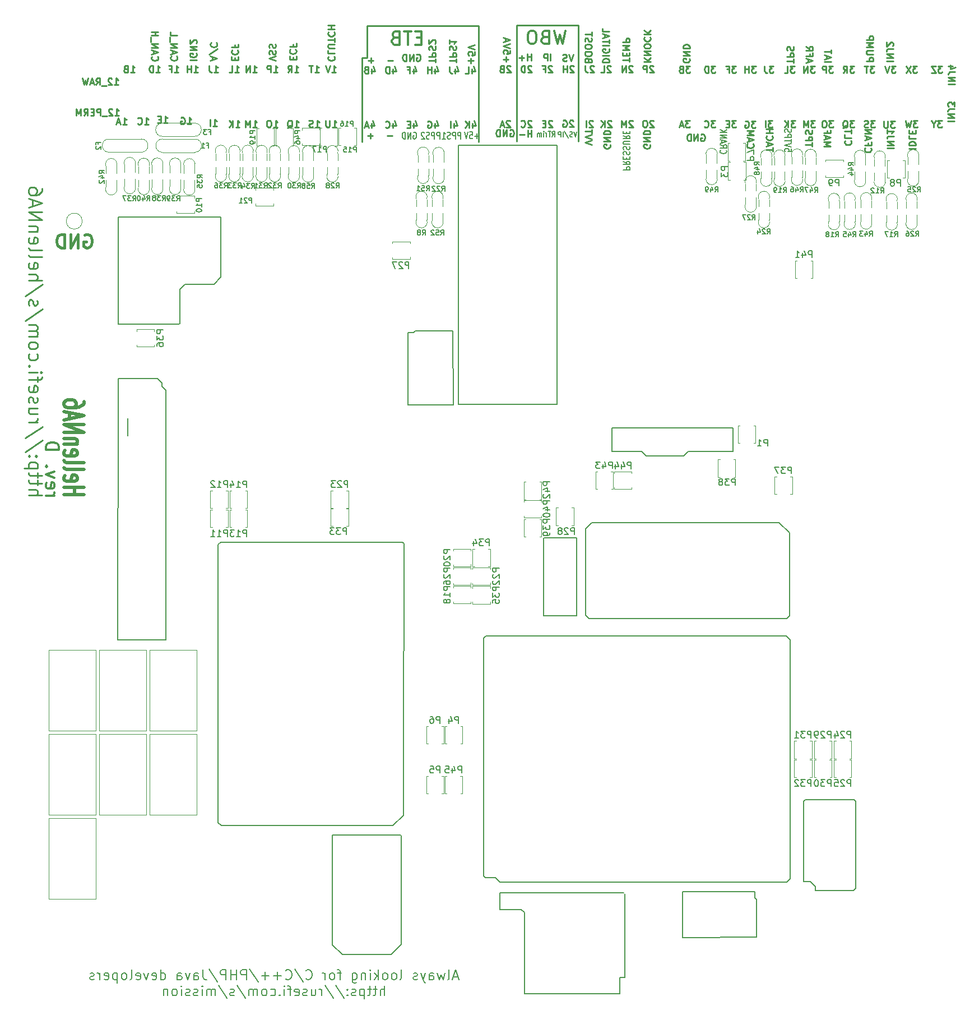
<source format=gbo>
G04 #@! TF.GenerationSoftware,KiCad,Pcbnew,(6.0.1)*
G04 #@! TF.CreationDate,2022-08-24T16:53:37+03:00*
G04 #@! TF.ProjectId,hellen64_NA6_94,68656c6c-656e-4363-945f-4e41365f3934,b*
G04 #@! TF.SameCoordinates,PX141ef50PYa2cc1bc*
G04 #@! TF.FileFunction,Legend,Bot*
G04 #@! TF.FilePolarity,Positive*
%FSLAX46Y46*%
G04 Gerber Fmt 4.6, Leading zero omitted, Abs format (unit mm)*
G04 Created by KiCad (PCBNEW (6.0.1)) date 2022-08-24 16:53:37*
%MOMM*%
%LPD*%
G01*
G04 APERTURE LIST*
%ADD10C,0.250000*%
%ADD11C,0.223520*%
%ADD12C,0.350000*%
%ADD13C,0.200000*%
%ADD14C,0.150000*%
%ADD15C,0.500000*%
%ADD16C,0.400000*%
%ADD17C,0.205000*%
%ADD18C,0.300000*%
%ADD19C,0.127000*%
%ADD20C,0.170000*%
%ADD21C,0.099060*%
%ADD22C,0.120000*%
G04 APERTURE END LIST*
D10*
X74621680Y150555340D02*
X74621680Y133045340D01*
X83921680Y133045340D02*
X83921680Y150555340D01*
X51301680Y145655340D02*
X51301680Y132945340D01*
X68911680Y132945340D02*
X68911680Y150455340D01*
X51291680Y145705340D02*
X52071680Y145705340D01*
X52061680Y150455340D02*
X52061680Y145695340D01*
X68911680Y150455340D02*
X52061680Y150455340D01*
X83921680Y150555340D02*
X74621680Y150555340D01*
D11*
X21281013Y135855721D02*
X21861584Y135855721D01*
X21571299Y135855721D02*
X21571299Y136871721D01*
X21668060Y136726579D01*
X21764822Y136629817D01*
X21861584Y136581436D01*
X20845584Y136387912D02*
X20506918Y136387912D01*
X20361775Y135855721D02*
X20845584Y135855721D01*
X20845584Y136871721D01*
X20361775Y136871721D01*
X125611666Y144431381D02*
X124982714Y144431381D01*
X125321380Y144044334D01*
X125176238Y144044334D01*
X125079476Y143995953D01*
X125031095Y143947572D01*
X124982714Y143850810D01*
X124982714Y143608905D01*
X125031095Y143512143D01*
X125079476Y143463762D01*
X125176238Y143415381D01*
X125466523Y143415381D01*
X125563285Y143463762D01*
X125611666Y143512143D01*
X123966714Y143415381D02*
X124305380Y143899191D01*
X124547285Y143415381D02*
X124547285Y144431381D01*
X124160238Y144431381D01*
X124063476Y144383000D01*
X124015095Y144334620D01*
X123966714Y144237858D01*
X123966714Y144092715D01*
X124015095Y143995953D01*
X124063476Y143947572D01*
X124160238Y143899191D01*
X124547285Y143899191D01*
D12*
X82026441Y149750579D02*
X81550251Y147750579D01*
X81169299Y149179150D01*
X80788346Y147750579D01*
X80312156Y149750579D01*
X78883584Y148798198D02*
X78597870Y148702960D01*
X78502632Y148607721D01*
X78407394Y148417245D01*
X78407394Y148131531D01*
X78502632Y147941055D01*
X78597870Y147845817D01*
X78788346Y147750579D01*
X79550251Y147750579D01*
X79550251Y149750579D01*
X78883584Y149750579D01*
X78693108Y149655340D01*
X78597870Y149560102D01*
X78502632Y149369626D01*
X78502632Y149179150D01*
X78597870Y148988674D01*
X78693108Y148893436D01*
X78883584Y148798198D01*
X79550251Y148798198D01*
X77169299Y149750579D02*
X76788346Y149750579D01*
X76597870Y149655340D01*
X76407394Y149464864D01*
X76312156Y149083912D01*
X76312156Y148417245D01*
X76407394Y148036293D01*
X76597870Y147845817D01*
X76788346Y147750579D01*
X77169299Y147750579D01*
X77359775Y147845817D01*
X77550251Y148036293D01*
X77645489Y148417245D01*
X77645489Y149083912D01*
X77550251Y149464864D01*
X77359775Y149655340D01*
X77169299Y149750579D01*
D11*
X83174156Y146181721D02*
X82835489Y145165721D01*
X82496822Y146181721D01*
X82206537Y145214102D02*
X82061394Y145165721D01*
X81819489Y145165721D01*
X81722727Y145214102D01*
X81674346Y145262483D01*
X81625965Y145359245D01*
X81625965Y145456007D01*
X81674346Y145552769D01*
X81722727Y145601150D01*
X81819489Y145649531D01*
X82013013Y145697912D01*
X82109775Y145746293D01*
X82158156Y145794674D01*
X82206537Y145891436D01*
X82206537Y145988198D01*
X82158156Y146084960D01*
X82109775Y146133340D01*
X82013013Y146181721D01*
X81771108Y146181721D01*
X81625965Y146133340D01*
X52898727Y133882769D02*
X52124632Y133882769D01*
X52511680Y133495721D02*
X52511680Y134269817D01*
X59026904Y144017715D02*
X59026904Y143340381D01*
X59268809Y144404762D02*
X59510714Y143679048D01*
X58881761Y143679048D01*
X58156047Y143872572D02*
X58494714Y143872572D01*
X58494714Y143340381D02*
X58494714Y144356381D01*
X58010904Y144356381D01*
X122460857Y136176381D02*
X121831904Y136176381D01*
X122170571Y135789334D01*
X122025428Y135789334D01*
X121928666Y135740953D01*
X121880285Y135692572D01*
X121831904Y135595810D01*
X121831904Y135353905D01*
X121880285Y135257143D01*
X121928666Y135208762D01*
X122025428Y135160381D01*
X122315714Y135160381D01*
X122412476Y135208762D01*
X122460857Y135257143D01*
X121202952Y136176381D02*
X121009428Y136176381D01*
X120912666Y136128000D01*
X120815904Y136031239D01*
X120767523Y135837715D01*
X120767523Y135499048D01*
X120815904Y135305524D01*
X120912666Y135208762D01*
X121009428Y135160381D01*
X121202952Y135160381D01*
X121299714Y135208762D01*
X121396476Y135305524D01*
X121444857Y135499048D01*
X121444857Y135837715D01*
X121396476Y136031239D01*
X121299714Y136128000D01*
X121202952Y136176381D01*
X37931904Y135210381D02*
X38512476Y135210381D01*
X38222190Y135210381D02*
X38222190Y136226381D01*
X38318952Y136081239D01*
X38415714Y135984477D01*
X38512476Y135936096D01*
X37302952Y136226381D02*
X37109428Y136226381D01*
X37012666Y136178000D01*
X36915904Y136081239D01*
X36867523Y135887715D01*
X36867523Y135549048D01*
X36915904Y135355524D01*
X37012666Y135258762D01*
X37109428Y135210381D01*
X37302952Y135210381D01*
X37399714Y135258762D01*
X37496476Y135355524D01*
X37544857Y135549048D01*
X37544857Y135887715D01*
X37496476Y136081239D01*
X37399714Y136178000D01*
X37302952Y136226381D01*
X113338060Y131499436D02*
X113338060Y132080007D01*
X112322060Y131789721D02*
X113338060Y131789721D01*
X112612346Y132370293D02*
X112612346Y132854102D01*
X112322060Y132273531D02*
X113338060Y132612198D01*
X112322060Y132950864D01*
X112418822Y133870102D02*
X112370441Y133821721D01*
X112322060Y133676579D01*
X112322060Y133579817D01*
X112370441Y133434674D01*
X112467203Y133337912D01*
X112563965Y133289531D01*
X112757489Y133241150D01*
X112902632Y133241150D01*
X113096156Y133289531D01*
X113192918Y133337912D01*
X113289680Y133434674D01*
X113338060Y133579817D01*
X113338060Y133676579D01*
X113289680Y133821721D01*
X113241299Y133870102D01*
X112322060Y134305531D02*
X113338060Y134305531D01*
X112854251Y134305531D02*
X112854251Y134886102D01*
X112322060Y134886102D02*
X113338060Y134886102D01*
X32095952Y143465381D02*
X32676523Y143465381D01*
X32386238Y143465381D02*
X32386238Y144481381D01*
X32483000Y144336239D01*
X32579761Y144239477D01*
X32676523Y144191096D01*
X31176714Y143465381D02*
X31660523Y143465381D01*
X31660523Y144481381D01*
X113425714Y144431381D02*
X112796761Y144431381D01*
X113135428Y144044334D01*
X112990285Y144044334D01*
X112893523Y143995953D01*
X112845142Y143947572D01*
X112796761Y143850810D01*
X112796761Y143608905D01*
X112845142Y143512143D01*
X112893523Y143463762D01*
X112990285Y143415381D01*
X113280571Y143415381D01*
X113377333Y143463762D01*
X113425714Y143512143D01*
X112071047Y144431381D02*
X112071047Y143705667D01*
X112119428Y143560524D01*
X112216190Y143463762D01*
X112361333Y143415381D01*
X112458095Y143415381D01*
X124288822Y133151531D02*
X124240441Y133103150D01*
X124192060Y132958007D01*
X124192060Y132861245D01*
X124240441Y132716102D01*
X124337203Y132619340D01*
X124433965Y132570960D01*
X124627489Y132522579D01*
X124772632Y132522579D01*
X124966156Y132570960D01*
X125062918Y132619340D01*
X125159680Y132716102D01*
X125208060Y132861245D01*
X125208060Y132958007D01*
X125159680Y133103150D01*
X125111299Y133151531D01*
X124192060Y134070769D02*
X124192060Y133586960D01*
X125208060Y133586960D01*
X125208060Y134264293D02*
X125208060Y134844864D01*
X124192060Y134554579D02*
X125208060Y134554579D01*
X125635857Y136176381D02*
X125006904Y136176381D01*
X125345571Y135789334D01*
X125200428Y135789334D01*
X125103666Y135740953D01*
X125055285Y135692572D01*
X125006904Y135595810D01*
X125006904Y135353905D01*
X125055285Y135257143D01*
X125103666Y135208762D01*
X125200428Y135160381D01*
X125490714Y135160381D01*
X125587476Y135208762D01*
X125635857Y135257143D01*
X123894142Y135063620D02*
X123990904Y135112000D01*
X124087666Y135208762D01*
X124232809Y135353905D01*
X124329571Y135402286D01*
X124426333Y135402286D01*
X124377952Y135160381D02*
X124474714Y135208762D01*
X124571476Y135305524D01*
X124619857Y135499048D01*
X124619857Y135837715D01*
X124571476Y136031239D01*
X124474714Y136128000D01*
X124377952Y136176381D01*
X124184428Y136176381D01*
X124087666Y136128000D01*
X123990904Y136031239D01*
X123942523Y135837715D01*
X123942523Y135499048D01*
X123990904Y135305524D01*
X124087666Y135208762D01*
X124184428Y135160381D01*
X124377952Y135160381D01*
X40849251Y145419198D02*
X40849251Y145757864D01*
X40317060Y145903007D02*
X40317060Y145419198D01*
X41333060Y145419198D01*
X41333060Y145903007D01*
X40413822Y146919007D02*
X40365441Y146870626D01*
X40317060Y146725483D01*
X40317060Y146628721D01*
X40365441Y146483579D01*
X40462203Y146386817D01*
X40558965Y146338436D01*
X40752489Y146290055D01*
X40897632Y146290055D01*
X41091156Y146338436D01*
X41187918Y146386817D01*
X41284680Y146483579D01*
X41333060Y146628721D01*
X41333060Y146725483D01*
X41284680Y146870626D01*
X41236299Y146919007D01*
X40849251Y147693102D02*
X40849251Y147354436D01*
X40317060Y147354436D02*
X41333060Y147354436D01*
X41333060Y147838245D01*
X20127714Y143465381D02*
X20708285Y143465381D01*
X20418000Y143465381D02*
X20418000Y144481381D01*
X20514761Y144336239D01*
X20611523Y144239477D01*
X20708285Y144191096D01*
X19692285Y143465381D02*
X19692285Y144481381D01*
X19450380Y144481381D01*
X19305238Y144433000D01*
X19208476Y144336239D01*
X19160095Y144239477D01*
X19111714Y144045953D01*
X19111714Y143900810D01*
X19160095Y143707286D01*
X19208476Y143610524D01*
X19305238Y143513762D01*
X19450380Y143465381D01*
X19692285Y143465381D01*
D13*
X68930251Y133832769D02*
X68320727Y133832769D01*
X68625489Y133445721D02*
X68625489Y134219817D01*
X67558822Y134461721D02*
X67939775Y134461721D01*
X67977870Y133977912D01*
X67939775Y134026293D01*
X67863584Y134074674D01*
X67673108Y134074674D01*
X67596918Y134026293D01*
X67558822Y133977912D01*
X67520727Y133881150D01*
X67520727Y133639245D01*
X67558822Y133542483D01*
X67596918Y133494102D01*
X67673108Y133445721D01*
X67863584Y133445721D01*
X67939775Y133494102D01*
X67977870Y133542483D01*
X67292156Y134461721D02*
X67025489Y133445721D01*
X66758822Y134461721D01*
D11*
X91688060Y145046864D02*
X91688060Y145627436D01*
X90672060Y145337150D02*
X91688060Y145337150D01*
X91204251Y145966102D02*
X91204251Y146304769D01*
X90672060Y146449912D02*
X90672060Y145966102D01*
X91688060Y145966102D01*
X91688060Y146449912D01*
X90672060Y146885340D02*
X91688060Y146885340D01*
X90962346Y147224007D01*
X91688060Y147562674D01*
X90672060Y147562674D01*
X90672060Y148046483D02*
X91688060Y148046483D01*
X91688060Y148433531D01*
X91639680Y148530293D01*
X91591299Y148578674D01*
X91494537Y148627055D01*
X91349394Y148627055D01*
X91252632Y148578674D01*
X91204251Y148530293D01*
X91155870Y148433531D01*
X91155870Y148046483D01*
D13*
X66183108Y133425721D02*
X66183108Y134441721D01*
X65878346Y134441721D01*
X65802156Y134393340D01*
X65764060Y134344960D01*
X65725965Y134248198D01*
X65725965Y134103055D01*
X65764060Y134006293D01*
X65802156Y133957912D01*
X65878346Y133909531D01*
X66183108Y133909531D01*
X65383108Y133425721D02*
X65383108Y134441721D01*
X65078346Y134441721D01*
X65002156Y134393340D01*
X64964060Y134344960D01*
X64925965Y134248198D01*
X64925965Y134103055D01*
X64964060Y134006293D01*
X65002156Y133957912D01*
X65078346Y133909531D01*
X65383108Y133909531D01*
X64621203Y133474102D02*
X64506918Y133425721D01*
X64316441Y133425721D01*
X64240251Y133474102D01*
X64202156Y133522483D01*
X64164060Y133619245D01*
X64164060Y133716007D01*
X64202156Y133812769D01*
X64240251Y133861150D01*
X64316441Y133909531D01*
X64468822Y133957912D01*
X64545013Y134006293D01*
X64583108Y134054674D01*
X64621203Y134151436D01*
X64621203Y134248198D01*
X64583108Y134344960D01*
X64545013Y134393340D01*
X64468822Y134441721D01*
X64278346Y134441721D01*
X64164060Y134393340D01*
X63402156Y133425721D02*
X63859299Y133425721D01*
X63630727Y133425721D02*
X63630727Y134441721D01*
X63706918Y134296579D01*
X63783108Y134199817D01*
X63859299Y134151436D01*
D11*
X100846666Y144431381D02*
X100217714Y144431381D01*
X100556380Y144044334D01*
X100411238Y144044334D01*
X100314476Y143995953D01*
X100266095Y143947572D01*
X100217714Y143850810D01*
X100217714Y143608905D01*
X100266095Y143512143D01*
X100314476Y143463762D01*
X100411238Y143415381D01*
X100701523Y143415381D01*
X100798285Y143463762D01*
X100846666Y143512143D01*
X99443619Y143947572D02*
X99298476Y143899191D01*
X99250095Y143850810D01*
X99201714Y143754048D01*
X99201714Y143608905D01*
X99250095Y143512143D01*
X99298476Y143463762D01*
X99395238Y143415381D01*
X99782285Y143415381D01*
X99782285Y144431381D01*
X99443619Y144431381D01*
X99346857Y144383000D01*
X99298476Y144334620D01*
X99250095Y144237858D01*
X99250095Y144141096D01*
X99298476Y144044334D01*
X99346857Y143995953D01*
X99443619Y143947572D01*
X99782285Y143947572D01*
X67989476Y135762715D02*
X67989476Y135085381D01*
X68231380Y136149762D02*
X68473285Y135424048D01*
X67844333Y135424048D01*
X67457285Y135085381D02*
X67457285Y136101381D01*
X66876714Y135085381D02*
X67312142Y135665953D01*
X66876714Y136101381D02*
X67457285Y135520810D01*
D14*
X83731680Y134518436D02*
X83498346Y133718436D01*
X83265013Y134518436D01*
X83065013Y133756531D02*
X82965013Y133718436D01*
X82798346Y133718436D01*
X82731680Y133756531D01*
X82698346Y133794626D01*
X82665013Y133870817D01*
X82665013Y133947007D01*
X82698346Y134023198D01*
X82731680Y134061293D01*
X82798346Y134099388D01*
X82931680Y134137483D01*
X82998346Y134175579D01*
X83031680Y134213674D01*
X83065013Y134289864D01*
X83065013Y134366055D01*
X83031680Y134442245D01*
X82998346Y134480340D01*
X82931680Y134518436D01*
X82765013Y134518436D01*
X82665013Y134480340D01*
X81865013Y134556531D02*
X82465013Y133527960D01*
X81631680Y133718436D02*
X81631680Y134518436D01*
X81298346Y133718436D02*
X81298346Y134518436D01*
X81031680Y134518436D01*
X80965013Y134480340D01*
X80931680Y134442245D01*
X80898346Y134366055D01*
X80898346Y134251769D01*
X80931680Y134175579D01*
X80965013Y134137483D01*
X81031680Y134099388D01*
X81298346Y134099388D01*
D11*
X102500775Y134088340D02*
X102597537Y134136721D01*
X102742680Y134136721D01*
X102887822Y134088340D01*
X102984584Y133991579D01*
X103032965Y133894817D01*
X103081346Y133701293D01*
X103081346Y133556150D01*
X103032965Y133362626D01*
X102984584Y133265864D01*
X102887822Y133169102D01*
X102742680Y133120721D01*
X102645918Y133120721D01*
X102500775Y133169102D01*
X102452394Y133217483D01*
X102452394Y133556150D01*
X102645918Y133556150D01*
X102016965Y133120721D02*
X102016965Y134136721D01*
X101436394Y133120721D01*
X101436394Y134136721D01*
X100952584Y133120721D02*
X100952584Y134136721D01*
X100710680Y134136721D01*
X100565537Y134088340D01*
X100468775Y133991579D01*
X100420394Y133894817D01*
X100372013Y133701293D01*
X100372013Y133556150D01*
X100420394Y133362626D01*
X100468775Y133265864D01*
X100565537Y133169102D01*
X100710680Y133120721D01*
X100952584Y133120721D01*
D13*
X90732060Y128751055D02*
X91748060Y128751055D01*
X91748060Y129055817D01*
X91699680Y129132007D01*
X91651299Y129170102D01*
X91554537Y129208198D01*
X91409394Y129208198D01*
X91312632Y129170102D01*
X91264251Y129132007D01*
X91215870Y129055817D01*
X91215870Y128751055D01*
X90732060Y130008198D02*
X91215870Y129741531D01*
X90732060Y129551055D02*
X91748060Y129551055D01*
X91748060Y129855817D01*
X91699680Y129932007D01*
X91651299Y129970102D01*
X91554537Y130008198D01*
X91409394Y130008198D01*
X91312632Y129970102D01*
X91264251Y129932007D01*
X91215870Y129855817D01*
X91215870Y129551055D01*
X91264251Y130351055D02*
X91264251Y130617721D01*
X90732060Y130732007D02*
X90732060Y130351055D01*
X91748060Y130351055D01*
X91748060Y130732007D01*
X90780441Y131036769D02*
X90732060Y131151055D01*
X90732060Y131341531D01*
X90780441Y131417721D01*
X90828822Y131455817D01*
X90925584Y131493912D01*
X91022346Y131493912D01*
X91119108Y131455817D01*
X91167489Y131417721D01*
X91215870Y131341531D01*
X91264251Y131189150D01*
X91312632Y131112960D01*
X91361013Y131074864D01*
X91457775Y131036769D01*
X91554537Y131036769D01*
X91651299Y131074864D01*
X91699680Y131112960D01*
X91748060Y131189150D01*
X91748060Y131379626D01*
X91699680Y131493912D01*
X90780441Y131798674D02*
X90732060Y131912960D01*
X90732060Y132103436D01*
X90780441Y132179626D01*
X90828822Y132217721D01*
X90925584Y132255817D01*
X91022346Y132255817D01*
X91119108Y132217721D01*
X91167489Y132179626D01*
X91215870Y132103436D01*
X91264251Y131951055D01*
X91312632Y131874864D01*
X91361013Y131836769D01*
X91457775Y131798674D01*
X91554537Y131798674D01*
X91651299Y131836769D01*
X91699680Y131874864D01*
X91748060Y131951055D01*
X91748060Y132141531D01*
X91699680Y132255817D01*
X91748060Y132598674D02*
X90925584Y132598674D01*
X90828822Y132636769D01*
X90780441Y132674864D01*
X90732060Y132751055D01*
X90732060Y132903436D01*
X90780441Y132979626D01*
X90828822Y133017721D01*
X90925584Y133055817D01*
X91748060Y133055817D01*
X90732060Y133893912D02*
X91215870Y133627245D01*
X90732060Y133436769D02*
X91748060Y133436769D01*
X91748060Y133741531D01*
X91699680Y133817721D01*
X91651299Y133855817D01*
X91554537Y133893912D01*
X91409394Y133893912D01*
X91312632Y133855817D01*
X91264251Y133817721D01*
X91215870Y133741531D01*
X91215870Y133436769D01*
X91264251Y134236769D02*
X91264251Y134503436D01*
X90732060Y134617721D02*
X90732060Y134236769D01*
X91748060Y134236769D01*
X91748060Y134617721D01*
D11*
X88749680Y132571245D02*
X88798060Y132474483D01*
X88798060Y132329340D01*
X88749680Y132184198D01*
X88652918Y132087436D01*
X88556156Y132039055D01*
X88362632Y131990674D01*
X88217489Y131990674D01*
X88023965Y132039055D01*
X87927203Y132087436D01*
X87830441Y132184198D01*
X87782060Y132329340D01*
X87782060Y132426102D01*
X87830441Y132571245D01*
X87878822Y132619626D01*
X88217489Y132619626D01*
X88217489Y132426102D01*
X87782060Y133055055D02*
X88798060Y133055055D01*
X87782060Y133635626D01*
X88798060Y133635626D01*
X87782060Y134119436D02*
X88798060Y134119436D01*
X88798060Y134361340D01*
X88749680Y134506483D01*
X88652918Y134603245D01*
X88556156Y134651626D01*
X88362632Y134700007D01*
X88217489Y134700007D01*
X88023965Y134651626D01*
X87927203Y134603245D01*
X87830441Y134506483D01*
X87782060Y134361340D01*
X87782060Y134119436D01*
X128762476Y136176381D02*
X128133523Y136176381D01*
X128472190Y135789334D01*
X128327047Y135789334D01*
X128230285Y135740953D01*
X128181904Y135692572D01*
X128133523Y135595810D01*
X128133523Y135353905D01*
X128181904Y135257143D01*
X128230285Y135208762D01*
X128327047Y135160381D01*
X128617333Y135160381D01*
X128714095Y135208762D01*
X128762476Y135257143D01*
X127746476Y135208762D02*
X127601333Y135160381D01*
X127359428Y135160381D01*
X127262666Y135208762D01*
X127214285Y135257143D01*
X127165904Y135353905D01*
X127165904Y135450667D01*
X127214285Y135547429D01*
X127262666Y135595810D01*
X127359428Y135644191D01*
X127552952Y135692572D01*
X127649714Y135740953D01*
X127698095Y135789334D01*
X127746476Y135886096D01*
X127746476Y135982858D01*
X127698095Y136079620D01*
X127649714Y136128000D01*
X127552952Y136176381D01*
X127311047Y136176381D01*
X127165904Y136128000D01*
X135209238Y136176381D02*
X134580285Y136176381D01*
X134918952Y135789334D01*
X134773809Y135789334D01*
X134677047Y135740953D01*
X134628666Y135692572D01*
X134580285Y135595810D01*
X134580285Y135353905D01*
X134628666Y135257143D01*
X134677047Y135208762D01*
X134773809Y135160381D01*
X135064095Y135160381D01*
X135160857Y135208762D01*
X135209238Y135257143D01*
X134241619Y136176381D02*
X133999714Y135160381D01*
X133806190Y135886096D01*
X133612666Y135160381D01*
X133370761Y136176381D01*
X116721666Y136176381D02*
X116092714Y136176381D01*
X116431380Y135789334D01*
X116286238Y135789334D01*
X116189476Y135740953D01*
X116141095Y135692572D01*
X116092714Y135595810D01*
X116092714Y135353905D01*
X116141095Y135257143D01*
X116189476Y135208762D01*
X116286238Y135160381D01*
X116576523Y135160381D01*
X116673285Y135208762D01*
X116721666Y135257143D01*
X115657285Y135160381D02*
X115657285Y136176381D01*
X115076714Y135160381D02*
X115512142Y135740953D01*
X115076714Y136176381D02*
X115657285Y135595810D01*
X83257476Y144384620D02*
X83209095Y144433000D01*
X83112333Y144481381D01*
X82870428Y144481381D01*
X82773666Y144433000D01*
X82725285Y144384620D01*
X82676904Y144287858D01*
X82676904Y144191096D01*
X82725285Y144045953D01*
X83305857Y143465381D01*
X82676904Y143465381D01*
X82241476Y143465381D02*
X82241476Y144481381D01*
X82241476Y143997572D02*
X81660904Y143997572D01*
X81660904Y143465381D02*
X81660904Y144481381D01*
X139792060Y136102293D02*
X140808060Y136102293D01*
X139792060Y136586102D02*
X140808060Y136586102D01*
X139792060Y137166674D01*
X140808060Y137166674D01*
X140808060Y137940769D02*
X140082346Y137940769D01*
X139937203Y137892388D01*
X139840441Y137795626D01*
X139792060Y137650483D01*
X139792060Y137553721D01*
X140808060Y138327817D02*
X140808060Y138956769D01*
X140421013Y138618102D01*
X140421013Y138763245D01*
X140372632Y138860007D01*
X140324251Y138908388D01*
X140227489Y138956769D01*
X139985584Y138956769D01*
X139888822Y138908388D01*
X139840441Y138860007D01*
X139792060Y138763245D01*
X139792060Y138472960D01*
X139840441Y138376198D01*
X139888822Y138327817D01*
X32084251Y145314198D02*
X32084251Y145652864D01*
X31552060Y145798007D02*
X31552060Y145314198D01*
X32568060Y145314198D01*
X32568060Y145798007D01*
X31648822Y146814007D02*
X31600441Y146765626D01*
X31552060Y146620483D01*
X31552060Y146523721D01*
X31600441Y146378579D01*
X31697203Y146281817D01*
X31793965Y146233436D01*
X31987489Y146185055D01*
X32132632Y146185055D01*
X32326156Y146233436D01*
X32422918Y146281817D01*
X32519680Y146378579D01*
X32568060Y146523721D01*
X32568060Y146620483D01*
X32519680Y146765626D01*
X32471299Y146814007D01*
X32084251Y147588102D02*
X32084251Y147249436D01*
X31552060Y147249436D02*
X32568060Y147249436D01*
X32568060Y147733245D01*
X110746666Y136131381D02*
X110117714Y136131381D01*
X110456380Y135744334D01*
X110311238Y135744334D01*
X110214476Y135695953D01*
X110166095Y135647572D01*
X110117714Y135550810D01*
X110117714Y135308905D01*
X110166095Y135212143D01*
X110214476Y135163762D01*
X110311238Y135115381D01*
X110601523Y135115381D01*
X110698285Y135163762D01*
X110746666Y135212143D01*
X109150095Y136083000D02*
X109246857Y136131381D01*
X109392000Y136131381D01*
X109537142Y136083000D01*
X109633904Y135986239D01*
X109682285Y135889477D01*
X109730666Y135695953D01*
X109730666Y135550810D01*
X109682285Y135357286D01*
X109633904Y135260524D01*
X109537142Y135163762D01*
X109392000Y135115381D01*
X109295238Y135115381D01*
X109150095Y135163762D01*
X109101714Y135212143D01*
X109101714Y135550810D01*
X109295238Y135550810D01*
X55938727Y145272769D02*
X55164632Y145272769D01*
X127298822Y132056769D02*
X127250441Y132008388D01*
X127202060Y131863245D01*
X127202060Y131766483D01*
X127250441Y131621340D01*
X127347203Y131524579D01*
X127443965Y131476198D01*
X127637489Y131427817D01*
X127782632Y131427817D01*
X127976156Y131476198D01*
X128072918Y131524579D01*
X128169680Y131621340D01*
X128218060Y131766483D01*
X128218060Y131863245D01*
X128169680Y132008388D01*
X128121299Y132056769D01*
X127734251Y132830864D02*
X127734251Y132492198D01*
X127202060Y132492198D02*
X128218060Y132492198D01*
X128218060Y132976007D01*
X127492346Y133314674D02*
X127492346Y133798483D01*
X127202060Y133217912D02*
X128218060Y133556579D01*
X127202060Y133895245D01*
X127202060Y134233912D02*
X128218060Y134233912D01*
X127202060Y134814483D01*
X128218060Y134814483D01*
X44136761Y143465381D02*
X44717333Y143465381D01*
X44427047Y143465381D02*
X44427047Y144481381D01*
X44523809Y144336239D01*
X44620571Y144239477D01*
X44717333Y144191096D01*
X43846476Y144481381D02*
X43265904Y144481381D01*
X43556190Y143465381D02*
X43556190Y144481381D01*
X119719238Y136176381D02*
X119090285Y136176381D01*
X119428952Y135789334D01*
X119283809Y135789334D01*
X119187047Y135740953D01*
X119138666Y135692572D01*
X119090285Y135595810D01*
X119090285Y135353905D01*
X119138666Y135257143D01*
X119187047Y135208762D01*
X119283809Y135160381D01*
X119574095Y135160381D01*
X119670857Y135208762D01*
X119719238Y135257143D01*
X118654857Y135160381D02*
X118654857Y136176381D01*
X118316190Y135450667D01*
X117977523Y136176381D01*
X117977523Y135160381D01*
D15*
X6244537Y79710102D02*
X9244537Y79710102D01*
X7815965Y79710102D02*
X7815965Y80852960D01*
X6244537Y80852960D02*
X9244537Y80852960D01*
X6387394Y82567245D02*
X6244537Y82376769D01*
X6244537Y81995817D01*
X6387394Y81805340D01*
X6673108Y81710102D01*
X7815965Y81710102D01*
X8101680Y81805340D01*
X8244537Y81995817D01*
X8244537Y82376769D01*
X8101680Y82567245D01*
X7815965Y82662483D01*
X7530251Y82662483D01*
X7244537Y81710102D01*
X6244537Y83805340D02*
X6387394Y83614864D01*
X6673108Y83519626D01*
X9244537Y83519626D01*
X6244537Y84852960D02*
X6387394Y84662483D01*
X6673108Y84567245D01*
X9244537Y84567245D01*
X6387394Y86376769D02*
X6244537Y86186293D01*
X6244537Y85805340D01*
X6387394Y85614864D01*
X6673108Y85519626D01*
X7815965Y85519626D01*
X8101680Y85614864D01*
X8244537Y85805340D01*
X8244537Y86186293D01*
X8101680Y86376769D01*
X7815965Y86472007D01*
X7530251Y86472007D01*
X7244537Y85519626D01*
X8244537Y87329150D02*
X6244537Y87329150D01*
X7958822Y87329150D02*
X8101680Y87424388D01*
X8244537Y87614864D01*
X8244537Y87900579D01*
X8101680Y88091055D01*
X7815965Y88186293D01*
X6244537Y88186293D01*
X6244537Y89138674D02*
X9244537Y89138674D01*
X6244537Y90281531D01*
X9244537Y90281531D01*
X7101680Y91138674D02*
X7101680Y92091055D01*
X6244537Y90948198D02*
X9244537Y91614864D01*
X6244537Y92281531D01*
X9244537Y93805340D02*
X9244537Y93424388D01*
X9101680Y93233912D01*
X8958822Y93138674D01*
X8530251Y92948198D01*
X7958822Y92852960D01*
X6815965Y92852960D01*
X6530251Y92948198D01*
X6387394Y93043436D01*
X6244537Y93233912D01*
X6244537Y93614864D01*
X6387394Y93805340D01*
X6530251Y93900579D01*
X6815965Y93995817D01*
X7530251Y93995817D01*
X7815965Y93900579D01*
X7958822Y93805340D01*
X8101680Y93614864D01*
X8101680Y93233912D01*
X7958822Y93043436D01*
X7815965Y92948198D01*
X7530251Y92852960D01*
D11*
X93862060Y145068864D02*
X94878060Y145068864D01*
X93862060Y145649436D02*
X94442632Y145214007D01*
X94878060Y145649436D02*
X94297489Y145068864D01*
X93862060Y146084864D02*
X94878060Y146084864D01*
X93862060Y146665436D01*
X94878060Y146665436D01*
X94878060Y147342769D02*
X94878060Y147536293D01*
X94829680Y147633055D01*
X94732918Y147729817D01*
X94539394Y147778198D01*
X94200727Y147778198D01*
X94007203Y147729817D01*
X93910441Y147633055D01*
X93862060Y147536293D01*
X93862060Y147342769D01*
X93910441Y147246007D01*
X94007203Y147149245D01*
X94200727Y147100864D01*
X94539394Y147100864D01*
X94732918Y147149245D01*
X94829680Y147246007D01*
X94878060Y147342769D01*
X93958822Y148794198D02*
X93910441Y148745817D01*
X93862060Y148600674D01*
X93862060Y148503912D01*
X93910441Y148358769D01*
X94007203Y148262007D01*
X94103965Y148213626D01*
X94297489Y148165245D01*
X94442632Y148165245D01*
X94636156Y148213626D01*
X94732918Y148262007D01*
X94829680Y148358769D01*
X94878060Y148503912D01*
X94878060Y148600674D01*
X94829680Y148745817D01*
X94781299Y148794198D01*
X93862060Y149229626D02*
X94878060Y149229626D01*
X93862060Y149810198D02*
X94442632Y149374769D01*
X94878060Y149810198D02*
X94297489Y149229626D01*
X62408060Y144959436D02*
X62408060Y145540007D01*
X61392060Y145249721D02*
X62408060Y145249721D01*
X61392060Y145878674D02*
X62408060Y145878674D01*
X62408060Y146265721D01*
X62359680Y146362483D01*
X62311299Y146410864D01*
X62214537Y146459245D01*
X62069394Y146459245D01*
X61972632Y146410864D01*
X61924251Y146362483D01*
X61875870Y146265721D01*
X61875870Y145878674D01*
X61440441Y146846293D02*
X61392060Y146991436D01*
X61392060Y147233340D01*
X61440441Y147330102D01*
X61488822Y147378483D01*
X61585584Y147426864D01*
X61682346Y147426864D01*
X61779108Y147378483D01*
X61827489Y147330102D01*
X61875870Y147233340D01*
X61924251Y147039817D01*
X61972632Y146943055D01*
X62021013Y146894674D01*
X62117775Y146846293D01*
X62214537Y146846293D01*
X62311299Y146894674D01*
X62359680Y146943055D01*
X62408060Y147039817D01*
X62408060Y147281721D01*
X62359680Y147426864D01*
X62311299Y147813912D02*
X62359680Y147862293D01*
X62408060Y147959055D01*
X62408060Y148200960D01*
X62359680Y148297721D01*
X62311299Y148346102D01*
X62214537Y148394483D01*
X62117775Y148394483D01*
X61972632Y148346102D01*
X61392060Y147765531D01*
X61392060Y148394483D01*
X62274476Y135762715D02*
X62274476Y135085381D01*
X62516380Y136149762D02*
X62758285Y135424048D01*
X62129333Y135424048D01*
X61210095Y136053000D02*
X61306857Y136101381D01*
X61452000Y136101381D01*
X61597142Y136053000D01*
X61693904Y135956239D01*
X61742285Y135859477D01*
X61790666Y135665953D01*
X61790666Y135520810D01*
X61742285Y135327286D01*
X61693904Y135230524D01*
X61597142Y135133762D01*
X61452000Y135085381D01*
X61355238Y135085381D01*
X61210095Y135133762D01*
X61161714Y135182143D01*
X61161714Y135520810D01*
X61355238Y135520810D01*
X113280571Y136176381D02*
X112651619Y136176381D01*
X112990285Y135789334D01*
X112845142Y135789334D01*
X112748380Y135740953D01*
X112700000Y135692572D01*
X112651619Y135595810D01*
X112651619Y135353905D01*
X112700000Y135257143D01*
X112748380Y135208762D01*
X112845142Y135160381D01*
X113135428Y135160381D01*
X113232190Y135208762D01*
X113280571Y135257143D01*
X112216190Y135160381D02*
X112216190Y136176381D01*
X85464251Y145332674D02*
X85415870Y145477817D01*
X85367489Y145526198D01*
X85270727Y145574579D01*
X85125584Y145574579D01*
X85028822Y145526198D01*
X84980441Y145477817D01*
X84932060Y145381055D01*
X84932060Y144994007D01*
X85948060Y144994007D01*
X85948060Y145332674D01*
X85899680Y145429436D01*
X85851299Y145477817D01*
X85754537Y145526198D01*
X85657775Y145526198D01*
X85561013Y145477817D01*
X85512632Y145429436D01*
X85464251Y145332674D01*
X85464251Y144994007D01*
X85948060Y146203531D02*
X85948060Y146397055D01*
X85899680Y146493817D01*
X85802918Y146590579D01*
X85609394Y146638960D01*
X85270727Y146638960D01*
X85077203Y146590579D01*
X84980441Y146493817D01*
X84932060Y146397055D01*
X84932060Y146203531D01*
X84980441Y146106769D01*
X85077203Y146010007D01*
X85270727Y145961626D01*
X85609394Y145961626D01*
X85802918Y146010007D01*
X85899680Y146106769D01*
X85948060Y146203531D01*
X85948060Y147267912D02*
X85948060Y147461436D01*
X85899680Y147558198D01*
X85802918Y147654960D01*
X85609394Y147703340D01*
X85270727Y147703340D01*
X85077203Y147654960D01*
X84980441Y147558198D01*
X84932060Y147461436D01*
X84932060Y147267912D01*
X84980441Y147171150D01*
X85077203Y147074388D01*
X85270727Y147026007D01*
X85609394Y147026007D01*
X85802918Y147074388D01*
X85899680Y147171150D01*
X85948060Y147267912D01*
X84980441Y148090388D02*
X84932060Y148235531D01*
X84932060Y148477436D01*
X84980441Y148574198D01*
X85028822Y148622579D01*
X85125584Y148670960D01*
X85222346Y148670960D01*
X85319108Y148622579D01*
X85367489Y148574198D01*
X85415870Y148477436D01*
X85464251Y148283912D01*
X85512632Y148187150D01*
X85561013Y148138769D01*
X85657775Y148090388D01*
X85754537Y148090388D01*
X85851299Y148138769D01*
X85899680Y148187150D01*
X85948060Y148283912D01*
X85948060Y148525817D01*
X85899680Y148670960D01*
X85948060Y148961245D02*
X85948060Y149541817D01*
X84932060Y149251531D02*
X85948060Y149251531D01*
D13*
X65798108Y6912840D02*
X65083822Y6912840D01*
X65940965Y6484269D02*
X65440965Y7984269D01*
X64940965Y6484269D01*
X64226680Y6484269D02*
X64369537Y6555698D01*
X64440965Y6698555D01*
X64440965Y7984269D01*
X63798108Y7484269D02*
X63512394Y6484269D01*
X63226680Y7198555D01*
X62940965Y6484269D01*
X62655251Y7484269D01*
X61440965Y6484269D02*
X61440965Y7269983D01*
X61512394Y7412840D01*
X61655251Y7484269D01*
X61940965Y7484269D01*
X62083822Y7412840D01*
X61440965Y6555698D02*
X61583822Y6484269D01*
X61940965Y6484269D01*
X62083822Y6555698D01*
X62155251Y6698555D01*
X62155251Y6841412D01*
X62083822Y6984269D01*
X61940965Y7055698D01*
X61583822Y7055698D01*
X61440965Y7127126D01*
X60869537Y7484269D02*
X60512394Y6484269D01*
X60155251Y7484269D02*
X60512394Y6484269D01*
X60655251Y6127126D01*
X60726680Y6055698D01*
X60869537Y5984269D01*
X59655251Y6555698D02*
X59512394Y6484269D01*
X59226680Y6484269D01*
X59083822Y6555698D01*
X59012394Y6698555D01*
X59012394Y6769983D01*
X59083822Y6912840D01*
X59226680Y6984269D01*
X59440965Y6984269D01*
X59583822Y7055698D01*
X59655251Y7198555D01*
X59655251Y7269983D01*
X59583822Y7412840D01*
X59440965Y7484269D01*
X59226680Y7484269D01*
X59083822Y7412840D01*
X57012394Y6484269D02*
X57155251Y6555698D01*
X57226680Y6698555D01*
X57226680Y7984269D01*
X56226680Y6484269D02*
X56369537Y6555698D01*
X56440965Y6627126D01*
X56512394Y6769983D01*
X56512394Y7198555D01*
X56440965Y7341412D01*
X56369537Y7412840D01*
X56226680Y7484269D01*
X56012394Y7484269D01*
X55869537Y7412840D01*
X55798108Y7341412D01*
X55726680Y7198555D01*
X55726680Y6769983D01*
X55798108Y6627126D01*
X55869537Y6555698D01*
X56012394Y6484269D01*
X56226680Y6484269D01*
X54869537Y6484269D02*
X55012394Y6555698D01*
X55083822Y6627126D01*
X55155251Y6769983D01*
X55155251Y7198555D01*
X55083822Y7341412D01*
X55012394Y7412840D01*
X54869537Y7484269D01*
X54655251Y7484269D01*
X54512394Y7412840D01*
X54440965Y7341412D01*
X54369537Y7198555D01*
X54369537Y6769983D01*
X54440965Y6627126D01*
X54512394Y6555698D01*
X54655251Y6484269D01*
X54869537Y6484269D01*
X53726680Y6484269D02*
X53726680Y7984269D01*
X53583822Y7055698D02*
X53155251Y6484269D01*
X53155251Y7484269D02*
X53726680Y6912840D01*
X52512394Y6484269D02*
X52512394Y7484269D01*
X52512394Y7984269D02*
X52583822Y7912840D01*
X52512394Y7841412D01*
X52440965Y7912840D01*
X52512394Y7984269D01*
X52512394Y7841412D01*
X51798108Y7484269D02*
X51798108Y6484269D01*
X51798108Y7341412D02*
X51726680Y7412840D01*
X51583822Y7484269D01*
X51369537Y7484269D01*
X51226680Y7412840D01*
X51155251Y7269983D01*
X51155251Y6484269D01*
X49798108Y7484269D02*
X49798108Y6269983D01*
X49869537Y6127126D01*
X49940965Y6055698D01*
X50083822Y5984269D01*
X50298108Y5984269D01*
X50440965Y6055698D01*
X49798108Y6555698D02*
X49940965Y6484269D01*
X50226679Y6484269D01*
X50369537Y6555698D01*
X50440965Y6627126D01*
X50512394Y6769983D01*
X50512394Y7198555D01*
X50440965Y7341412D01*
X50369537Y7412840D01*
X50226679Y7484269D01*
X49940965Y7484269D01*
X49798108Y7412840D01*
X48155251Y7484269D02*
X47583822Y7484269D01*
X47940965Y6484269D02*
X47940965Y7769983D01*
X47869537Y7912840D01*
X47726679Y7984269D01*
X47583822Y7984269D01*
X46869537Y6484269D02*
X47012394Y6555698D01*
X47083822Y6627126D01*
X47155251Y6769983D01*
X47155251Y7198555D01*
X47083822Y7341412D01*
X47012394Y7412840D01*
X46869537Y7484269D01*
X46655251Y7484269D01*
X46512394Y7412840D01*
X46440965Y7341412D01*
X46369537Y7198555D01*
X46369537Y6769983D01*
X46440965Y6627126D01*
X46512394Y6555698D01*
X46655251Y6484269D01*
X46869537Y6484269D01*
X45726679Y6484269D02*
X45726679Y7484269D01*
X45726679Y7198555D02*
X45655251Y7341412D01*
X45583822Y7412840D01*
X45440965Y7484269D01*
X45298108Y7484269D01*
X42798108Y6627126D02*
X42869537Y6555698D01*
X43083822Y6484269D01*
X43226679Y6484269D01*
X43440965Y6555698D01*
X43583822Y6698555D01*
X43655251Y6841412D01*
X43726680Y7127126D01*
X43726680Y7341412D01*
X43655251Y7627126D01*
X43583822Y7769983D01*
X43440965Y7912840D01*
X43226679Y7984269D01*
X43083822Y7984269D01*
X42869537Y7912840D01*
X42798108Y7841412D01*
X41083822Y8055698D02*
X42369537Y6127126D01*
X39726680Y6627126D02*
X39798108Y6555698D01*
X40012394Y6484269D01*
X40155251Y6484269D01*
X40369537Y6555698D01*
X40512394Y6698555D01*
X40583822Y6841412D01*
X40655251Y7127126D01*
X40655251Y7341412D01*
X40583822Y7627126D01*
X40512394Y7769983D01*
X40369537Y7912840D01*
X40155251Y7984269D01*
X40012394Y7984269D01*
X39798108Y7912840D01*
X39726680Y7841412D01*
X39083822Y7055698D02*
X37940965Y7055698D01*
X38512394Y6484269D02*
X38512394Y7627126D01*
X37226679Y7055698D02*
X36083822Y7055698D01*
X36655251Y6484269D02*
X36655251Y7627126D01*
X34298108Y8055698D02*
X35583822Y6127126D01*
X33798108Y6484269D02*
X33798108Y7984269D01*
X33226679Y7984269D01*
X33083822Y7912840D01*
X33012394Y7841412D01*
X32940965Y7698555D01*
X32940965Y7484269D01*
X33012394Y7341412D01*
X33083822Y7269983D01*
X33226679Y7198555D01*
X33798108Y7198555D01*
X32298108Y6484269D02*
X32298108Y7984269D01*
X32298108Y7269983D02*
X31440965Y7269983D01*
X31440965Y6484269D02*
X31440965Y7984269D01*
X30726679Y6484269D02*
X30726679Y7984269D01*
X30155251Y7984269D01*
X30012394Y7912840D01*
X29940965Y7841412D01*
X29869537Y7698555D01*
X29869537Y7484269D01*
X29940965Y7341412D01*
X30012394Y7269983D01*
X30155251Y7198555D01*
X30726679Y7198555D01*
X28155251Y8055698D02*
X29440965Y6127126D01*
X27226679Y7984269D02*
X27226679Y6912840D01*
X27298108Y6698555D01*
X27440965Y6555698D01*
X27655251Y6484269D01*
X27798108Y6484269D01*
X25869537Y6484269D02*
X25869537Y7269983D01*
X25940965Y7412840D01*
X26083822Y7484269D01*
X26369537Y7484269D01*
X26512394Y7412840D01*
X25869537Y6555698D02*
X26012394Y6484269D01*
X26369537Y6484269D01*
X26512394Y6555698D01*
X26583822Y6698555D01*
X26583822Y6841412D01*
X26512394Y6984269D01*
X26369537Y7055698D01*
X26012394Y7055698D01*
X25869537Y7127126D01*
X25298108Y7484269D02*
X24940965Y6484269D01*
X24583822Y7484269D01*
X23369537Y6484269D02*
X23369537Y7269983D01*
X23440965Y7412840D01*
X23583822Y7484269D01*
X23869537Y7484269D01*
X24012394Y7412840D01*
X23369537Y6555698D02*
X23512394Y6484269D01*
X23869537Y6484269D01*
X24012394Y6555698D01*
X24083822Y6698555D01*
X24083822Y6841412D01*
X24012394Y6984269D01*
X23869537Y7055698D01*
X23512394Y7055698D01*
X23369537Y7127126D01*
X20869537Y6484269D02*
X20869537Y7984269D01*
X20869537Y6555698D02*
X21012394Y6484269D01*
X21298108Y6484269D01*
X21440965Y6555698D01*
X21512394Y6627126D01*
X21583822Y6769983D01*
X21583822Y7198555D01*
X21512394Y7341412D01*
X21440965Y7412840D01*
X21298108Y7484269D01*
X21012394Y7484269D01*
X20869537Y7412840D01*
X19583822Y6555698D02*
X19726680Y6484269D01*
X20012394Y6484269D01*
X20155251Y6555698D01*
X20226680Y6698555D01*
X20226680Y7269983D01*
X20155251Y7412840D01*
X20012394Y7484269D01*
X19726680Y7484269D01*
X19583822Y7412840D01*
X19512394Y7269983D01*
X19512394Y7127126D01*
X20226680Y6984269D01*
X19012394Y7484269D02*
X18655251Y6484269D01*
X18298108Y7484269D01*
X17155251Y6555698D02*
X17298108Y6484269D01*
X17583822Y6484269D01*
X17726680Y6555698D01*
X17798108Y6698555D01*
X17798108Y7269983D01*
X17726680Y7412840D01*
X17583822Y7484269D01*
X17298108Y7484269D01*
X17155251Y7412840D01*
X17083822Y7269983D01*
X17083822Y7127126D01*
X17798108Y6984269D01*
X16226680Y6484269D02*
X16369537Y6555698D01*
X16440965Y6698555D01*
X16440965Y7984269D01*
X15440965Y6484269D02*
X15583822Y6555698D01*
X15655251Y6627126D01*
X15726680Y6769983D01*
X15726680Y7198555D01*
X15655251Y7341412D01*
X15583822Y7412840D01*
X15440965Y7484269D01*
X15226680Y7484269D01*
X15083822Y7412840D01*
X15012394Y7341412D01*
X14940965Y7198555D01*
X14940965Y6769983D01*
X15012394Y6627126D01*
X15083822Y6555698D01*
X15226680Y6484269D01*
X15440965Y6484269D01*
X14298108Y7484269D02*
X14298108Y5984269D01*
X14298108Y7412840D02*
X14155251Y7484269D01*
X13869537Y7484269D01*
X13726680Y7412840D01*
X13655251Y7341412D01*
X13583822Y7198555D01*
X13583822Y6769983D01*
X13655251Y6627126D01*
X13726680Y6555698D01*
X13869537Y6484269D01*
X14155251Y6484269D01*
X14298108Y6555698D01*
X12369537Y6555698D02*
X12512394Y6484269D01*
X12798108Y6484269D01*
X12940965Y6555698D01*
X13012394Y6698555D01*
X13012394Y7269983D01*
X12940965Y7412840D01*
X12798108Y7484269D01*
X12512394Y7484269D01*
X12369537Y7412840D01*
X12298108Y7269983D01*
X12298108Y7127126D01*
X13012394Y6984269D01*
X11655251Y6484269D02*
X11655251Y7484269D01*
X11655251Y7198555D02*
X11583822Y7341412D01*
X11512394Y7412840D01*
X11369537Y7484269D01*
X11226679Y7484269D01*
X10798108Y6555698D02*
X10655251Y6484269D01*
X10369537Y6484269D01*
X10226679Y6555698D01*
X10155251Y6698555D01*
X10155251Y6769983D01*
X10226679Y6912840D01*
X10369537Y6984269D01*
X10583822Y6984269D01*
X10726679Y7055698D01*
X10798108Y7198555D01*
X10798108Y7269983D01*
X10726679Y7412840D01*
X10583822Y7484269D01*
X10369537Y7484269D01*
X10226679Y7412840D01*
X54690965Y4069269D02*
X54690965Y5569269D01*
X54048108Y4069269D02*
X54048108Y4854983D01*
X54119537Y4997840D01*
X54262394Y5069269D01*
X54476680Y5069269D01*
X54619537Y4997840D01*
X54690965Y4926412D01*
X53548108Y5069269D02*
X52976680Y5069269D01*
X53333822Y5569269D02*
X53333822Y4283555D01*
X53262394Y4140698D01*
X53119537Y4069269D01*
X52976680Y4069269D01*
X52690965Y5069269D02*
X52119537Y5069269D01*
X52476680Y5569269D02*
X52476680Y4283555D01*
X52405251Y4140698D01*
X52262394Y4069269D01*
X52119537Y4069269D01*
X51619537Y5069269D02*
X51619537Y3569269D01*
X51619537Y4997840D02*
X51476680Y5069269D01*
X51190965Y5069269D01*
X51048108Y4997840D01*
X50976680Y4926412D01*
X50905251Y4783555D01*
X50905251Y4354983D01*
X50976680Y4212126D01*
X51048108Y4140698D01*
X51190965Y4069269D01*
X51476680Y4069269D01*
X51619537Y4140698D01*
X50333822Y4140698D02*
X50190965Y4069269D01*
X49905251Y4069269D01*
X49762394Y4140698D01*
X49690965Y4283555D01*
X49690965Y4354983D01*
X49762394Y4497840D01*
X49905251Y4569269D01*
X50119537Y4569269D01*
X50262394Y4640698D01*
X50333822Y4783555D01*
X50333822Y4854983D01*
X50262394Y4997840D01*
X50119537Y5069269D01*
X49905251Y5069269D01*
X49762394Y4997840D01*
X49048108Y4212126D02*
X48976680Y4140698D01*
X49048108Y4069269D01*
X49119537Y4140698D01*
X49048108Y4212126D01*
X49048108Y4069269D01*
X49048108Y4997840D02*
X48976680Y4926412D01*
X49048108Y4854983D01*
X49119537Y4926412D01*
X49048108Y4997840D01*
X49048108Y4854983D01*
X47262394Y5640698D02*
X48548108Y3712126D01*
X45690965Y5640698D02*
X46976680Y3712126D01*
X45190965Y4069269D02*
X45190965Y5069269D01*
X45190965Y4783555D02*
X45119537Y4926412D01*
X45048108Y4997840D01*
X44905251Y5069269D01*
X44762394Y5069269D01*
X43619537Y5069269D02*
X43619537Y4069269D01*
X44262394Y5069269D02*
X44262394Y4283555D01*
X44190965Y4140698D01*
X44048108Y4069269D01*
X43833822Y4069269D01*
X43690965Y4140698D01*
X43619537Y4212126D01*
X42976680Y4140698D02*
X42833822Y4069269D01*
X42548108Y4069269D01*
X42405251Y4140698D01*
X42333822Y4283555D01*
X42333822Y4354983D01*
X42405251Y4497840D01*
X42548108Y4569269D01*
X42762394Y4569269D01*
X42905251Y4640698D01*
X42976680Y4783555D01*
X42976680Y4854983D01*
X42905251Y4997840D01*
X42762394Y5069269D01*
X42548108Y5069269D01*
X42405251Y4997840D01*
X41119537Y4140698D02*
X41262394Y4069269D01*
X41548108Y4069269D01*
X41690965Y4140698D01*
X41762394Y4283555D01*
X41762394Y4854983D01*
X41690965Y4997840D01*
X41548108Y5069269D01*
X41262394Y5069269D01*
X41119537Y4997840D01*
X41048108Y4854983D01*
X41048108Y4712126D01*
X41762394Y4569269D01*
X40619537Y5069269D02*
X40048108Y5069269D01*
X40405251Y4069269D02*
X40405251Y5354983D01*
X40333822Y5497840D01*
X40190965Y5569269D01*
X40048108Y5569269D01*
X39548108Y4069269D02*
X39548108Y5069269D01*
X39548108Y5569269D02*
X39619537Y5497840D01*
X39548108Y5426412D01*
X39476680Y5497840D01*
X39548108Y5569269D01*
X39548108Y5426412D01*
X38833822Y4212126D02*
X38762394Y4140698D01*
X38833822Y4069269D01*
X38905251Y4140698D01*
X38833822Y4212126D01*
X38833822Y4069269D01*
X37476680Y4140698D02*
X37619537Y4069269D01*
X37905251Y4069269D01*
X38048108Y4140698D01*
X38119537Y4212126D01*
X38190965Y4354983D01*
X38190965Y4783555D01*
X38119537Y4926412D01*
X38048108Y4997840D01*
X37905251Y5069269D01*
X37619537Y5069269D01*
X37476680Y4997840D01*
X36619537Y4069269D02*
X36762394Y4140698D01*
X36833822Y4212126D01*
X36905251Y4354983D01*
X36905251Y4783555D01*
X36833822Y4926412D01*
X36762394Y4997840D01*
X36619537Y5069269D01*
X36405251Y5069269D01*
X36262394Y4997840D01*
X36190965Y4926412D01*
X36119537Y4783555D01*
X36119537Y4354983D01*
X36190965Y4212126D01*
X36262394Y4140698D01*
X36405251Y4069269D01*
X36619537Y4069269D01*
X35476680Y4069269D02*
X35476680Y5069269D01*
X35476680Y4926412D02*
X35405251Y4997840D01*
X35262394Y5069269D01*
X35048108Y5069269D01*
X34905251Y4997840D01*
X34833822Y4854983D01*
X34833822Y4069269D01*
X34833822Y4854983D02*
X34762394Y4997840D01*
X34619537Y5069269D01*
X34405251Y5069269D01*
X34262394Y4997840D01*
X34190965Y4854983D01*
X34190965Y4069269D01*
X32405251Y5640698D02*
X33690965Y3712126D01*
X31976680Y4140698D02*
X31833822Y4069269D01*
X31548108Y4069269D01*
X31405251Y4140698D01*
X31333822Y4283555D01*
X31333822Y4354983D01*
X31405251Y4497840D01*
X31548108Y4569269D01*
X31762394Y4569269D01*
X31905251Y4640698D01*
X31976680Y4783555D01*
X31976680Y4854983D01*
X31905251Y4997840D01*
X31762394Y5069269D01*
X31548108Y5069269D01*
X31405251Y4997840D01*
X29619537Y5640698D02*
X30905251Y3712126D01*
X29119537Y4069269D02*
X29119537Y5069269D01*
X29119537Y4926412D02*
X29048108Y4997840D01*
X28905251Y5069269D01*
X28690965Y5069269D01*
X28548108Y4997840D01*
X28476680Y4854983D01*
X28476680Y4069269D01*
X28476680Y4854983D02*
X28405251Y4997840D01*
X28262394Y5069269D01*
X28048108Y5069269D01*
X27905251Y4997840D01*
X27833822Y4854983D01*
X27833822Y4069269D01*
X27119537Y4069269D02*
X27119537Y5069269D01*
X27119537Y5569269D02*
X27190965Y5497840D01*
X27119537Y5426412D01*
X27048108Y5497840D01*
X27119537Y5569269D01*
X27119537Y5426412D01*
X26476680Y4140698D02*
X26333822Y4069269D01*
X26048108Y4069269D01*
X25905251Y4140698D01*
X25833822Y4283555D01*
X25833822Y4354983D01*
X25905251Y4497840D01*
X26048108Y4569269D01*
X26262394Y4569269D01*
X26405251Y4640698D01*
X26476680Y4783555D01*
X26476680Y4854983D01*
X26405251Y4997840D01*
X26262394Y5069269D01*
X26048108Y5069269D01*
X25905251Y4997840D01*
X25262394Y4140698D02*
X25119537Y4069269D01*
X24833822Y4069269D01*
X24690965Y4140698D01*
X24619537Y4283555D01*
X24619537Y4354983D01*
X24690965Y4497840D01*
X24833822Y4569269D01*
X25048108Y4569269D01*
X25190965Y4640698D01*
X25262394Y4783555D01*
X25262394Y4854983D01*
X25190965Y4997840D01*
X25048108Y5069269D01*
X24833822Y5069269D01*
X24690965Y4997840D01*
X23976680Y4069269D02*
X23976680Y5069269D01*
X23976680Y5569269D02*
X24048108Y5497840D01*
X23976680Y5426412D01*
X23905251Y5497840D01*
X23976680Y5569269D01*
X23976680Y5426412D01*
X23048108Y4069269D02*
X23190965Y4140698D01*
X23262394Y4212126D01*
X23333822Y4354983D01*
X23333822Y4783555D01*
X23262394Y4926412D01*
X23190965Y4997840D01*
X23048108Y5069269D01*
X22833822Y5069269D01*
X22690965Y4997840D01*
X22619537Y4926412D01*
X22548108Y4783555D01*
X22548108Y4354983D01*
X22619537Y4212126D01*
X22690965Y4140698D01*
X22833822Y4069269D01*
X23048108Y4069269D01*
X21905251Y5069269D02*
X21905251Y4069269D01*
X21905251Y4926412D02*
X21833822Y4997840D01*
X21690965Y5069269D01*
X21476680Y5069269D01*
X21333822Y4997840D01*
X21262394Y4854983D01*
X21262394Y4069269D01*
D11*
X139842060Y141677293D02*
X140858060Y141677293D01*
X139842060Y142161102D02*
X140858060Y142161102D01*
X139842060Y142741674D01*
X140858060Y142741674D01*
X140858060Y143515769D02*
X140132346Y143515769D01*
X139987203Y143467388D01*
X139890441Y143370626D01*
X139842060Y143225483D01*
X139842060Y143128721D01*
X140519394Y144435007D02*
X139842060Y144435007D01*
X140906441Y144193102D02*
X140180727Y143951198D01*
X140180727Y144580150D01*
X55924476Y135762715D02*
X55924476Y135085381D01*
X56166380Y136149762D02*
X56408285Y135424048D01*
X55779333Y135424048D01*
X54811714Y135182143D02*
X54860095Y135133762D01*
X55005238Y135085381D01*
X55102000Y135085381D01*
X55247142Y135133762D01*
X55343904Y135230524D01*
X55392285Y135327286D01*
X55440666Y135520810D01*
X55440666Y135665953D01*
X55392285Y135859477D01*
X55343904Y135956239D01*
X55247142Y136053000D01*
X55102000Y136101381D01*
X55005238Y136101381D01*
X54860095Y136053000D01*
X54811714Y136004620D01*
X92195857Y136129620D02*
X92147476Y136178000D01*
X92050714Y136226381D01*
X91808809Y136226381D01*
X91712047Y136178000D01*
X91663666Y136129620D01*
X91615285Y136032858D01*
X91615285Y135936096D01*
X91663666Y135790953D01*
X92244238Y135210381D01*
X91615285Y135210381D01*
X91179857Y135210381D02*
X91179857Y136226381D01*
X90841190Y135500667D01*
X90502523Y136226381D01*
X90502523Y135210381D01*
X28896761Y143465381D02*
X29477333Y143465381D01*
X29187047Y143465381D02*
X29187047Y144481381D01*
X29283809Y144336239D01*
X29380571Y144239477D01*
X29477333Y144191096D01*
X28171047Y144481381D02*
X28171047Y143755667D01*
X28219428Y143610524D01*
X28316190Y143513762D01*
X28461333Y143465381D01*
X28558095Y143465381D01*
X55924476Y144017715D02*
X55924476Y143340381D01*
X56166380Y144404762D02*
X56408285Y143679048D01*
X55779333Y143679048D01*
X55392285Y143340381D02*
X55392285Y144356381D01*
X55150380Y144356381D01*
X55005238Y144308000D01*
X54908476Y144211239D01*
X54860095Y144114477D01*
X54811714Y143920953D01*
X54811714Y143775810D01*
X54860095Y143582286D01*
X54908476Y143485524D01*
X55005238Y143388762D01*
X55150380Y143340381D01*
X55392285Y143340381D01*
X25262060Y145321340D02*
X26278060Y145321340D01*
X26229680Y146337340D02*
X26278060Y146240579D01*
X26278060Y146095436D01*
X26229680Y145950293D01*
X26132918Y145853531D01*
X26036156Y145805150D01*
X25842632Y145756769D01*
X25697489Y145756769D01*
X25503965Y145805150D01*
X25407203Y145853531D01*
X25310441Y145950293D01*
X25262060Y146095436D01*
X25262060Y146192198D01*
X25310441Y146337340D01*
X25358822Y146385721D01*
X25697489Y146385721D01*
X25697489Y146192198D01*
X25262060Y146821150D02*
X26278060Y146821150D01*
X25262060Y147401721D01*
X26278060Y147401721D01*
X26181299Y147837150D02*
X26229680Y147885531D01*
X26278060Y147982293D01*
X26278060Y148224198D01*
X26229680Y148320960D01*
X26181299Y148369340D01*
X26084537Y148417721D01*
X25987775Y148417721D01*
X25842632Y148369340D01*
X25262060Y147788769D01*
X25262060Y148417721D01*
X59051095Y135762715D02*
X59051095Y135085381D01*
X59293000Y136149762D02*
X59534904Y135424048D01*
X58905952Y135424048D01*
X58518904Y135617572D02*
X58180238Y135617572D01*
X58035095Y135085381D02*
X58518904Y135085381D01*
X58518904Y136101381D01*
X58035095Y136101381D01*
X110770857Y144431381D02*
X110141904Y144431381D01*
X110480571Y144044334D01*
X110335428Y144044334D01*
X110238666Y143995953D01*
X110190285Y143947572D01*
X110141904Y143850810D01*
X110141904Y143608905D01*
X110190285Y143512143D01*
X110238666Y143463762D01*
X110335428Y143415381D01*
X110625714Y143415381D01*
X110722476Y143463762D01*
X110770857Y143512143D01*
X109706476Y143415381D02*
X109706476Y144431381D01*
X109706476Y143947572D02*
X109125904Y143947572D01*
X109125904Y143415381D02*
X109125904Y144431381D01*
X46821904Y135210381D02*
X47402476Y135210381D01*
X47112190Y135210381D02*
X47112190Y136226381D01*
X47208952Y136081239D01*
X47305714Y135984477D01*
X47402476Y135936096D01*
X46386476Y136226381D02*
X46386476Y135403905D01*
X46338095Y135307143D01*
X46289714Y135258762D01*
X46192952Y135210381D01*
X45999428Y135210381D01*
X45902666Y135258762D01*
X45854285Y135307143D01*
X45805904Y135403905D01*
X45805904Y136226381D01*
X62298666Y144017715D02*
X62298666Y143340381D01*
X62540571Y144404762D02*
X62782476Y143679048D01*
X62153523Y143679048D01*
X61766476Y143340381D02*
X61766476Y144356381D01*
X61766476Y143872572D02*
X61185904Y143872572D01*
X61185904Y143340381D02*
X61185904Y144356381D01*
X73009108Y145053626D02*
X73009108Y145827721D01*
X72622060Y145440674D02*
X73396156Y145440674D01*
X73638060Y146795340D02*
X73638060Y146311531D01*
X73154251Y146263150D01*
X73202632Y146311531D01*
X73251013Y146408293D01*
X73251013Y146650198D01*
X73202632Y146746960D01*
X73154251Y146795340D01*
X73057489Y146843721D01*
X72815584Y146843721D01*
X72718822Y146795340D01*
X72670441Y146746960D01*
X72622060Y146650198D01*
X72622060Y146408293D01*
X72670441Y146311531D01*
X72718822Y146263150D01*
X73638060Y147134007D02*
X72622060Y147472674D01*
X73638060Y147811340D01*
X72912346Y148101626D02*
X72912346Y148585436D01*
X72622060Y148004864D02*
X73638060Y148343531D01*
X72622060Y148682198D01*
X79985714Y144384620D02*
X79937333Y144433000D01*
X79840571Y144481381D01*
X79598666Y144481381D01*
X79501904Y144433000D01*
X79453523Y144384620D01*
X79405142Y144287858D01*
X79405142Y144191096D01*
X79453523Y144045953D01*
X80034095Y143465381D01*
X79405142Y143465381D01*
X78631047Y143997572D02*
X78969714Y143997572D01*
X78969714Y143465381D02*
X78969714Y144481381D01*
X78485904Y144481381D01*
X104656666Y136176381D02*
X104027714Y136176381D01*
X104366380Y135789334D01*
X104221238Y135789334D01*
X104124476Y135740953D01*
X104076095Y135692572D01*
X104027714Y135595810D01*
X104027714Y135353905D01*
X104076095Y135257143D01*
X104124476Y135208762D01*
X104221238Y135160381D01*
X104511523Y135160381D01*
X104608285Y135208762D01*
X104656666Y135257143D01*
X103011714Y135257143D02*
X103060095Y135208762D01*
X103205238Y135160381D01*
X103302000Y135160381D01*
X103447142Y135208762D01*
X103543904Y135305524D01*
X103592285Y135402286D01*
X103640666Y135595810D01*
X103640666Y135740953D01*
X103592285Y135934477D01*
X103543904Y136031239D01*
X103447142Y136128000D01*
X103302000Y136176381D01*
X103205238Y136176381D01*
X103060095Y136128000D01*
X103011714Y136079620D01*
X118652346Y145020007D02*
X118652346Y145503817D01*
X118362060Y144923245D02*
X119378060Y145261912D01*
X118362060Y145600579D01*
X118894251Y146277912D02*
X118894251Y145939245D01*
X118362060Y145939245D02*
X119378060Y145939245D01*
X119378060Y146423055D01*
X118362060Y147390674D02*
X118845870Y147052007D01*
X118362060Y146810102D02*
X119378060Y146810102D01*
X119378060Y147197150D01*
X119329680Y147293912D01*
X119281299Y147342293D01*
X119184537Y147390674D01*
X119039394Y147390674D01*
X118942632Y147342293D01*
X118894251Y147293912D01*
X118845870Y147197150D01*
X118845870Y146810102D01*
X88851523Y144384620D02*
X88803142Y144433000D01*
X88706380Y144481381D01*
X88464476Y144481381D01*
X88367714Y144433000D01*
X88319333Y144384620D01*
X88270952Y144287858D01*
X88270952Y144191096D01*
X88319333Y144045953D01*
X88899904Y143465381D01*
X88270952Y143465381D01*
X87351714Y143465381D02*
X87835523Y143465381D01*
X87835523Y144481381D01*
X83199965Y136139960D02*
X83151584Y136188340D01*
X83054822Y136236721D01*
X82812918Y136236721D01*
X82716156Y136188340D01*
X82667775Y136139960D01*
X82619394Y136043198D01*
X82619394Y135946436D01*
X82667775Y135801293D01*
X83248346Y135220721D01*
X82619394Y135220721D01*
X81651775Y136188340D02*
X81748537Y136236721D01*
X81893680Y136236721D01*
X82038822Y136188340D01*
X82135584Y136091579D01*
X82183965Y135994817D01*
X82232346Y135801293D01*
X82232346Y135656150D01*
X82183965Y135462626D01*
X82135584Y135365864D01*
X82038822Y135269102D01*
X81893680Y135220721D01*
X81796918Y135220721D01*
X81651775Y135269102D01*
X81603394Y135317483D01*
X81603394Y135656150D01*
X81796918Y135656150D01*
X73635775Y134743340D02*
X73732537Y134791721D01*
X73877680Y134791721D01*
X74022822Y134743340D01*
X74119584Y134646579D01*
X74167965Y134549817D01*
X74216346Y134356293D01*
X74216346Y134211150D01*
X74167965Y134017626D01*
X74119584Y133920864D01*
X74022822Y133824102D01*
X73877680Y133775721D01*
X73780918Y133775721D01*
X73635775Y133824102D01*
X73587394Y133872483D01*
X73587394Y134211150D01*
X73780918Y134211150D01*
X73151965Y133775721D02*
X73151965Y134791721D01*
X72571394Y133775721D01*
X72571394Y134791721D01*
X72087584Y133775721D02*
X72087584Y134791721D01*
X71845680Y134791721D01*
X71700537Y134743340D01*
X71603775Y134646579D01*
X71555394Y134549817D01*
X71507013Y134356293D01*
X71507013Y134211150D01*
X71555394Y134017626D01*
X71603775Y133920864D01*
X71700537Y133824102D01*
X71845680Y133775721D01*
X72087584Y133775721D01*
X87612060Y144983721D02*
X88628060Y144983721D01*
X88628060Y145225626D01*
X88579680Y145370769D01*
X88482918Y145467531D01*
X88386156Y145515912D01*
X88192632Y145564293D01*
X88047489Y145564293D01*
X87853965Y145515912D01*
X87757203Y145467531D01*
X87660441Y145370769D01*
X87612060Y145225626D01*
X87612060Y144983721D01*
X87612060Y145999721D02*
X88628060Y145999721D01*
X88579680Y147015721D02*
X88628060Y146918960D01*
X88628060Y146773817D01*
X88579680Y146628674D01*
X88482918Y146531912D01*
X88386156Y146483531D01*
X88192632Y146435150D01*
X88047489Y146435150D01*
X87853965Y146483531D01*
X87757203Y146531912D01*
X87660441Y146628674D01*
X87612060Y146773817D01*
X87612060Y146870579D01*
X87660441Y147015721D01*
X87708822Y147064102D01*
X88047489Y147064102D01*
X88047489Y146870579D01*
X87612060Y147499531D02*
X88628060Y147499531D01*
X88628060Y147838198D02*
X88628060Y148418769D01*
X87612060Y148128483D02*
X88628060Y148128483D01*
X87902346Y148709055D02*
X87902346Y149192864D01*
X87612060Y148612293D02*
X88628060Y148950960D01*
X87612060Y149289626D01*
X87612060Y150112102D02*
X87612060Y149628293D01*
X88628060Y149628293D01*
X130502060Y145162293D02*
X131518060Y145162293D01*
X130502060Y145646102D02*
X131518060Y145646102D01*
X130502060Y146226674D01*
X131518060Y146226674D01*
X131518060Y147000769D02*
X130792346Y147000769D01*
X130647203Y146952388D01*
X130550441Y146855626D01*
X130502060Y146710483D01*
X130502060Y146613721D01*
X131421299Y147436198D02*
X131469680Y147484579D01*
X131518060Y147581340D01*
X131518060Y147823245D01*
X131469680Y147920007D01*
X131421299Y147968388D01*
X131324537Y148016769D01*
X131227775Y148016769D01*
X131082632Y147968388D01*
X130502060Y147387817D01*
X130502060Y148016769D01*
X34756904Y143465381D02*
X35337476Y143465381D01*
X35047190Y143465381D02*
X35047190Y144481381D01*
X35143952Y144336239D01*
X35240714Y144239477D01*
X35337476Y144191096D01*
X34321476Y143465381D02*
X34321476Y144481381D01*
X33740904Y143465381D01*
X33740904Y144481381D01*
X121032060Y132265817D02*
X122048060Y132265817D01*
X121322346Y132604483D01*
X122048060Y132943150D01*
X121032060Y132943150D01*
X121322346Y133378579D02*
X121322346Y133862388D01*
X121032060Y133281817D02*
X122048060Y133620483D01*
X121032060Y133959150D01*
X121564251Y134636483D02*
X121564251Y134297817D01*
X121032060Y134297817D02*
X122048060Y134297817D01*
X122048060Y134781626D01*
X52749476Y144017715D02*
X52749476Y143340381D01*
X52991380Y144404762D02*
X53233285Y143679048D01*
X52604333Y143679048D01*
X51878619Y143872572D02*
X51733476Y143824191D01*
X51685095Y143775810D01*
X51636714Y143679048D01*
X51636714Y143533905D01*
X51685095Y143437143D01*
X51733476Y143388762D01*
X51830238Y143340381D01*
X52217285Y143340381D01*
X52217285Y144356381D01*
X51878619Y144356381D01*
X51781857Y144308000D01*
X51733476Y144259620D01*
X51685095Y144162858D01*
X51685095Y144066096D01*
X51733476Y143969334D01*
X51781857Y143920953D01*
X51878619Y143872572D01*
X52217285Y143872572D01*
X76880918Y133695721D02*
X76880918Y134711721D01*
X76880918Y134227912D02*
X76300346Y134227912D01*
X76300346Y133695721D02*
X76300346Y134711721D01*
X75816537Y134082769D02*
X75042441Y134082769D01*
X13856251Y141570721D02*
X14436822Y141570721D01*
X14146537Y141570721D02*
X14146537Y142586721D01*
X14243299Y142441579D01*
X14340060Y142344817D01*
X14436822Y142296436D01*
X13469203Y142489960D02*
X13420822Y142538340D01*
X13324060Y142586721D01*
X13082156Y142586721D01*
X12985394Y142538340D01*
X12937013Y142489960D01*
X12888632Y142393198D01*
X12888632Y142296436D01*
X12937013Y142151293D01*
X13517584Y141570721D01*
X12888632Y141570721D01*
X12695108Y141473960D02*
X11921013Y141473960D01*
X11098537Y141570721D02*
X11437203Y142054531D01*
X11679108Y141570721D02*
X11679108Y142586721D01*
X11292060Y142586721D01*
X11195299Y142538340D01*
X11146918Y142489960D01*
X11098537Y142393198D01*
X11098537Y142248055D01*
X11146918Y142151293D01*
X11195299Y142102912D01*
X11292060Y142054531D01*
X11679108Y142054531D01*
X10711489Y141861007D02*
X10227680Y141861007D01*
X10808251Y141570721D02*
X10469584Y142586721D01*
X10130918Y141570721D01*
X9889013Y142586721D02*
X9647108Y141570721D01*
X9453584Y142296436D01*
X9260060Y141570721D01*
X9018156Y142586721D01*
X41082714Y143465381D02*
X41663285Y143465381D01*
X41373000Y143465381D02*
X41373000Y144481381D01*
X41469761Y144336239D01*
X41566523Y144239477D01*
X41663285Y144191096D01*
X40066714Y143465381D02*
X40405380Y143949191D01*
X40647285Y143465381D02*
X40647285Y144481381D01*
X40260238Y144481381D01*
X40163476Y144433000D01*
X40115095Y144384620D01*
X40066714Y144287858D01*
X40066714Y144142715D01*
X40115095Y144045953D01*
X40163476Y143997572D01*
X40260238Y143949191D01*
X40647285Y143949191D01*
X44233523Y135210381D02*
X44814095Y135210381D01*
X44523809Y135210381D02*
X44523809Y136226381D01*
X44620571Y136081239D01*
X44717333Y135984477D01*
X44814095Y135936096D01*
X43846476Y135258762D02*
X43701333Y135210381D01*
X43459428Y135210381D01*
X43362666Y135258762D01*
X43314285Y135307143D01*
X43265904Y135403905D01*
X43265904Y135500667D01*
X43314285Y135597429D01*
X43362666Y135645810D01*
X43459428Y135694191D01*
X43652952Y135742572D01*
X43749714Y135790953D01*
X43798095Y135839334D01*
X43846476Y135936096D01*
X43846476Y136032858D01*
X43798095Y136129620D01*
X43749714Y136178000D01*
X43652952Y136226381D01*
X43411047Y136226381D01*
X43265904Y136178000D01*
X41106904Y135210381D02*
X41687476Y135210381D01*
X41397190Y135210381D02*
X41397190Y136226381D01*
X41493952Y136081239D01*
X41590714Y135984477D01*
X41687476Y135936096D01*
X39994142Y135113620D02*
X40090904Y135162000D01*
X40187666Y135258762D01*
X40332809Y135403905D01*
X40429571Y135452286D01*
X40526333Y135452286D01*
X40477952Y135210381D02*
X40574714Y135258762D01*
X40671476Y135355524D01*
X40719857Y135549048D01*
X40719857Y135887715D01*
X40671476Y136081239D01*
X40574714Y136178000D01*
X40477952Y136226381D01*
X40284428Y136226381D01*
X40187666Y136178000D01*
X40090904Y136081239D01*
X40042523Y135887715D01*
X40042523Y135549048D01*
X40090904Y135355524D01*
X40187666Y135258762D01*
X40284428Y135210381D01*
X40477952Y135210381D01*
X76850918Y145275721D02*
X76850918Y146291721D01*
X76850918Y145807912D02*
X76270346Y145807912D01*
X76270346Y145275721D02*
X76270346Y146291721D01*
X75786537Y145662769D02*
X75012441Y145662769D01*
X75399489Y145275721D02*
X75399489Y146049817D01*
D13*
X63003108Y133425721D02*
X63003108Y134441721D01*
X62698346Y134441721D01*
X62622156Y134393340D01*
X62584060Y134344960D01*
X62545965Y134248198D01*
X62545965Y134103055D01*
X62584060Y134006293D01*
X62622156Y133957912D01*
X62698346Y133909531D01*
X63003108Y133909531D01*
X62203108Y133425721D02*
X62203108Y134441721D01*
X61898346Y134441721D01*
X61822156Y134393340D01*
X61784060Y134344960D01*
X61745965Y134248198D01*
X61745965Y134103055D01*
X61784060Y134006293D01*
X61822156Y133957912D01*
X61898346Y133909531D01*
X62203108Y133909531D01*
X61441203Y133474102D02*
X61326918Y133425721D01*
X61136441Y133425721D01*
X61060251Y133474102D01*
X61022156Y133522483D01*
X60984060Y133619245D01*
X60984060Y133716007D01*
X61022156Y133812769D01*
X61060251Y133861150D01*
X61136441Y133909531D01*
X61288822Y133957912D01*
X61365013Y134006293D01*
X61403108Y134054674D01*
X61441203Y134151436D01*
X61441203Y134248198D01*
X61403108Y134344960D01*
X61365013Y134393340D01*
X61288822Y134441721D01*
X61098346Y134441721D01*
X60984060Y134393340D01*
X60679299Y134344960D02*
X60641203Y134393340D01*
X60565013Y134441721D01*
X60374537Y134441721D01*
X60298346Y134393340D01*
X60260251Y134344960D01*
X60222156Y134248198D01*
X60222156Y134151436D01*
X60260251Y134006293D01*
X60717394Y133425721D01*
X60222156Y133425721D01*
D11*
X73708285Y144384620D02*
X73659904Y144433000D01*
X73563142Y144481381D01*
X73321238Y144481381D01*
X73224476Y144433000D01*
X73176095Y144384620D01*
X73127714Y144287858D01*
X73127714Y144191096D01*
X73176095Y144045953D01*
X73756666Y143465381D01*
X73127714Y143465381D01*
X72353619Y143997572D02*
X72208476Y143949191D01*
X72160095Y143900810D01*
X72111714Y143804048D01*
X72111714Y143658905D01*
X72160095Y143562143D01*
X72208476Y143513762D01*
X72305238Y143465381D01*
X72692285Y143465381D01*
X72692285Y144481381D01*
X72353619Y144481381D01*
X72256857Y144433000D01*
X72208476Y144384620D01*
X72160095Y144287858D01*
X72160095Y144191096D01*
X72208476Y144094334D01*
X72256857Y144045953D01*
X72353619Y143997572D01*
X72692285Y143997572D01*
D13*
X59041203Y134393340D02*
X59117394Y134441721D01*
X59231680Y134441721D01*
X59345965Y134393340D01*
X59422156Y134296579D01*
X59460251Y134199817D01*
X59498346Y134006293D01*
X59498346Y133861150D01*
X59460251Y133667626D01*
X59422156Y133570864D01*
X59345965Y133474102D01*
X59231680Y133425721D01*
X59155489Y133425721D01*
X59041203Y133474102D01*
X59003108Y133522483D01*
X59003108Y133861150D01*
X59155489Y133861150D01*
X58660251Y133425721D02*
X58660251Y134441721D01*
X58203108Y133425721D01*
X58203108Y134441721D01*
X57822156Y133425721D02*
X57822156Y134441721D01*
X57631680Y134441721D01*
X57517394Y134393340D01*
X57441203Y134296579D01*
X57403108Y134199817D01*
X57365013Y134006293D01*
X57365013Y133861150D01*
X57403108Y133667626D01*
X57441203Y133570864D01*
X57517394Y133474102D01*
X57631680Y133425721D01*
X57822156Y133425721D01*
D11*
X67699108Y144839055D02*
X67699108Y145613150D01*
X67312060Y145226102D02*
X68086156Y145226102D01*
X68328060Y146580769D02*
X68328060Y146096960D01*
X67844251Y146048579D01*
X67892632Y146096960D01*
X67941013Y146193721D01*
X67941013Y146435626D01*
X67892632Y146532388D01*
X67844251Y146580769D01*
X67747489Y146629150D01*
X67505584Y146629150D01*
X67408822Y146580769D01*
X67360441Y146532388D01*
X67312060Y146435626D01*
X67312060Y146193721D01*
X67360441Y146096960D01*
X67408822Y146048579D01*
X68328060Y146919436D02*
X67312060Y147258102D01*
X68328060Y147596769D01*
X109518822Y132673817D02*
X109470441Y132625436D01*
X109422060Y132480293D01*
X109422060Y132383531D01*
X109470441Y132238388D01*
X109567203Y132141626D01*
X109663965Y132093245D01*
X109857489Y132044864D01*
X110002632Y132044864D01*
X110196156Y132093245D01*
X110292918Y132141626D01*
X110389680Y132238388D01*
X110438060Y132383531D01*
X110438060Y132480293D01*
X110389680Y132625436D01*
X110341299Y132673817D01*
X109712346Y133060864D02*
X109712346Y133544674D01*
X109422060Y132964102D02*
X110438060Y133302769D01*
X109422060Y133641436D01*
X109422060Y133980102D02*
X110438060Y133980102D01*
X109712346Y134318769D01*
X110438060Y134657436D01*
X109422060Y134657436D01*
X131770857Y136131381D02*
X131141904Y136131381D01*
X131480571Y135744334D01*
X131335428Y135744334D01*
X131238666Y135695953D01*
X131190285Y135647572D01*
X131141904Y135550810D01*
X131141904Y135308905D01*
X131190285Y135212143D01*
X131238666Y135163762D01*
X131335428Y135115381D01*
X131625714Y135115381D01*
X131722476Y135163762D01*
X131770857Y135212143D01*
X130706476Y136131381D02*
X130706476Y135308905D01*
X130658095Y135212143D01*
X130609714Y135163762D01*
X130512952Y135115381D01*
X130319428Y135115381D01*
X130222666Y135163762D01*
X130174285Y135212143D01*
X130125904Y135308905D01*
X130125904Y136131381D01*
X65328523Y144017715D02*
X65328523Y143340381D01*
X65570428Y144404762D02*
X65812333Y143679048D01*
X65183380Y143679048D01*
X64506047Y144356381D02*
X64506047Y143630667D01*
X64554428Y143485524D01*
X64651190Y143388762D01*
X64796333Y143340381D01*
X64893095Y143340381D01*
X65488060Y144959436D02*
X65488060Y145540007D01*
X64472060Y145249721D02*
X65488060Y145249721D01*
X64472060Y145878674D02*
X65488060Y145878674D01*
X65488060Y146265721D01*
X65439680Y146362483D01*
X65391299Y146410864D01*
X65294537Y146459245D01*
X65149394Y146459245D01*
X65052632Y146410864D01*
X65004251Y146362483D01*
X64955870Y146265721D01*
X64955870Y145878674D01*
X64520441Y146846293D02*
X64472060Y146991436D01*
X64472060Y147233340D01*
X64520441Y147330102D01*
X64568822Y147378483D01*
X64665584Y147426864D01*
X64762346Y147426864D01*
X64859108Y147378483D01*
X64907489Y147330102D01*
X64955870Y147233340D01*
X65004251Y147039817D01*
X65052632Y146943055D01*
X65101013Y146894674D01*
X65197775Y146846293D01*
X65294537Y146846293D01*
X65391299Y146894674D01*
X65439680Y146943055D01*
X65488060Y147039817D01*
X65488060Y147281721D01*
X65439680Y147426864D01*
X64472060Y148394483D02*
X64472060Y147813912D01*
X64472060Y148104198D02*
X65488060Y148104198D01*
X65342918Y148007436D01*
X65246156Y147910674D01*
X65197775Y147813912D01*
X19558822Y145872960D02*
X19510441Y145824579D01*
X19462060Y145679436D01*
X19462060Y145582674D01*
X19510441Y145437531D01*
X19607203Y145340769D01*
X19703965Y145292388D01*
X19897489Y145244007D01*
X20042632Y145244007D01*
X20236156Y145292388D01*
X20332918Y145340769D01*
X20429680Y145437531D01*
X20478060Y145582674D01*
X20478060Y145679436D01*
X20429680Y145824579D01*
X20381299Y145872960D01*
X19752346Y146260007D02*
X19752346Y146743817D01*
X19462060Y146163245D02*
X20478060Y146501912D01*
X19462060Y146840579D01*
X19462060Y147179245D02*
X20478060Y147179245D01*
X19462060Y147759817D01*
X20478060Y147759817D01*
X19365299Y148001721D02*
X19365299Y148775817D01*
X19462060Y149017721D02*
X20478060Y149017721D01*
X19994251Y149017721D02*
X19994251Y149598293D01*
X19462060Y149598293D02*
X20478060Y149598293D01*
X22945142Y143465381D02*
X23525714Y143465381D01*
X23235428Y143465381D02*
X23235428Y144481381D01*
X23332190Y144336239D01*
X23428952Y144239477D01*
X23525714Y144191096D01*
X22171047Y143997572D02*
X22509714Y143997572D01*
X22509714Y143465381D02*
X22509714Y144481381D01*
X22025904Y144481381D01*
X130602060Y132002293D02*
X131618060Y132002293D01*
X130602060Y132486102D02*
X131618060Y132486102D01*
X130602060Y133066674D01*
X131618060Y133066674D01*
X131618060Y133840769D02*
X130892346Y133840769D01*
X130747203Y133792388D01*
X130650441Y133695626D01*
X130602060Y133550483D01*
X130602060Y133453721D01*
X130602060Y134856769D02*
X130602060Y134276198D01*
X130602060Y134566483D02*
X131618060Y134566483D01*
X131472918Y134469721D01*
X131376156Y134372960D01*
X131327775Y134276198D01*
X46725142Y143465381D02*
X47305714Y143465381D01*
X47015428Y143465381D02*
X47015428Y144481381D01*
X47112190Y144336239D01*
X47208952Y144239477D01*
X47305714Y144191096D01*
X46434857Y144481381D02*
X46096190Y143465381D01*
X45757523Y144481381D01*
X86008060Y132524198D02*
X84992060Y132862864D01*
X86008060Y133201531D01*
X86008060Y133395055D02*
X84992060Y133733721D01*
X86008060Y134072388D01*
X86008060Y134265912D02*
X86008060Y134846483D01*
X84992060Y134556198D02*
X86008060Y134556198D01*
X95322476Y136129620D02*
X95274095Y136178000D01*
X95177333Y136226381D01*
X94935428Y136226381D01*
X94838666Y136178000D01*
X94790285Y136129620D01*
X94741904Y136032858D01*
X94741904Y135936096D01*
X94790285Y135790953D01*
X95370857Y135210381D01*
X94741904Y135210381D01*
X94112952Y136226381D02*
X93919428Y136226381D01*
X93822666Y136178000D01*
X93725904Y136081239D01*
X93677523Y135887715D01*
X93677523Y135549048D01*
X93725904Y135355524D01*
X93822666Y135258762D01*
X93919428Y135210381D01*
X94112952Y135210381D01*
X94209714Y135258762D01*
X94306476Y135355524D01*
X94354857Y135549048D01*
X94354857Y135887715D01*
X94306476Y136081239D01*
X94209714Y136178000D01*
X94112952Y136226381D01*
X92147476Y144384620D02*
X92099095Y144433000D01*
X92002333Y144481381D01*
X91760428Y144481381D01*
X91663666Y144433000D01*
X91615285Y144384620D01*
X91566904Y144287858D01*
X91566904Y144191096D01*
X91615285Y144045953D01*
X92195857Y143465381D01*
X91566904Y143465381D01*
X91131476Y143465381D02*
X91131476Y144481381D01*
X90550904Y143465381D01*
X90550904Y144481381D01*
X79749680Y145205721D02*
X79749680Y146221721D01*
X79265870Y145205721D02*
X79265870Y146221721D01*
X78878822Y146221721D01*
X78782060Y146173340D01*
X78733680Y146124960D01*
X78685299Y146028198D01*
X78685299Y145883055D01*
X78733680Y145786293D01*
X78782060Y145737912D01*
X78878822Y145689531D01*
X79265870Y145689531D01*
X116624904Y144431381D02*
X115995952Y144431381D01*
X116334619Y144044334D01*
X116189476Y144044334D01*
X116092714Y143995953D01*
X116044333Y143947572D01*
X115995952Y143850810D01*
X115995952Y143608905D01*
X116044333Y143512143D01*
X116092714Y143463762D01*
X116189476Y143415381D01*
X116479761Y143415381D01*
X116576523Y143463762D01*
X116624904Y143512143D01*
X115076714Y143415381D02*
X115560523Y143415381D01*
X115560523Y144431381D01*
X38238060Y145219055D02*
X37222060Y145557721D01*
X38238060Y145896388D01*
X37270441Y146186674D02*
X37222060Y146331817D01*
X37222060Y146573721D01*
X37270441Y146670483D01*
X37318822Y146718864D01*
X37415584Y146767245D01*
X37512346Y146767245D01*
X37609108Y146718864D01*
X37657489Y146670483D01*
X37705870Y146573721D01*
X37754251Y146380198D01*
X37802632Y146283436D01*
X37851013Y146235055D01*
X37947775Y146186674D01*
X38044537Y146186674D01*
X38141299Y146235055D01*
X38189680Y146283436D01*
X38238060Y146380198D01*
X38238060Y146622102D01*
X38189680Y146767245D01*
X37270441Y147154293D02*
X37222060Y147299436D01*
X37222060Y147541340D01*
X37270441Y147638102D01*
X37318822Y147686483D01*
X37415584Y147734864D01*
X37512346Y147734864D01*
X37609108Y147686483D01*
X37657489Y147638102D01*
X37705870Y147541340D01*
X37754251Y147347817D01*
X37802632Y147251055D01*
X37851013Y147202674D01*
X37947775Y147154293D01*
X38044537Y147154293D01*
X38141299Y147202674D01*
X38189680Y147251055D01*
X38238060Y147347817D01*
X38238060Y147589721D01*
X38189680Y147734864D01*
X86287333Y144384620D02*
X86238952Y144433000D01*
X86142190Y144481381D01*
X85900285Y144481381D01*
X85803523Y144433000D01*
X85755142Y144384620D01*
X85706761Y144287858D01*
X85706761Y144191096D01*
X85755142Y144045953D01*
X86335714Y143465381D01*
X85706761Y143465381D01*
X84981047Y144481381D02*
X84981047Y143755667D01*
X85029428Y143610524D01*
X85126190Y143513762D01*
X85271333Y143465381D01*
X85368095Y143465381D01*
X88948285Y136129620D02*
X88899904Y136178000D01*
X88803142Y136226381D01*
X88561238Y136226381D01*
X88464476Y136178000D01*
X88416095Y136129620D01*
X88367714Y136032858D01*
X88367714Y135936096D01*
X88416095Y135790953D01*
X88996666Y135210381D01*
X88367714Y135210381D01*
X87932285Y135210381D02*
X87932285Y136226381D01*
X87351714Y135210381D02*
X87787142Y135790953D01*
X87351714Y136226381D02*
X87932285Y135645810D01*
X138874095Y136176381D02*
X138245142Y136176381D01*
X138583809Y135789334D01*
X138438666Y135789334D01*
X138341904Y135740953D01*
X138293523Y135692572D01*
X138245142Y135595810D01*
X138245142Y135353905D01*
X138293523Y135257143D01*
X138341904Y135208762D01*
X138438666Y135160381D01*
X138728952Y135160381D01*
X138825714Y135208762D01*
X138874095Y135257143D01*
X137616190Y135644191D02*
X137616190Y135160381D01*
X137954857Y136176381D02*
X137616190Y135644191D01*
X137277523Y136176381D01*
X18409394Y135625721D02*
X18989965Y135625721D01*
X18699680Y135625721D02*
X18699680Y136641721D01*
X18796441Y136496579D01*
X18893203Y136399817D01*
X18989965Y136351436D01*
X17393394Y135722483D02*
X17441775Y135674102D01*
X17586918Y135625721D01*
X17683680Y135625721D01*
X17828822Y135674102D01*
X17925584Y135770864D01*
X17973965Y135867626D01*
X18022346Y136061150D01*
X18022346Y136206293D01*
X17973965Y136399817D01*
X17925584Y136496579D01*
X17828822Y136593340D01*
X17683680Y136641721D01*
X17586918Y136641721D01*
X17441775Y136593340D01*
X17393394Y136544960D01*
X46218822Y145879150D02*
X46170441Y145830769D01*
X46122060Y145685626D01*
X46122060Y145588864D01*
X46170441Y145443721D01*
X46267203Y145346960D01*
X46363965Y145298579D01*
X46557489Y145250198D01*
X46702632Y145250198D01*
X46896156Y145298579D01*
X46992918Y145346960D01*
X47089680Y145443721D01*
X47138060Y145588864D01*
X47138060Y145685626D01*
X47089680Y145830769D01*
X47041299Y145879150D01*
X46122060Y146798388D02*
X46122060Y146314579D01*
X47138060Y146314579D01*
X47138060Y147137055D02*
X46315584Y147137055D01*
X46218822Y147185436D01*
X46170441Y147233817D01*
X46122060Y147330579D01*
X46122060Y147524102D01*
X46170441Y147620864D01*
X46218822Y147669245D01*
X46315584Y147717626D01*
X47138060Y147717626D01*
X47138060Y148056293D02*
X47138060Y148636864D01*
X46122060Y148346579D02*
X47138060Y148346579D01*
X46218822Y149556102D02*
X46170441Y149507721D01*
X46122060Y149362579D01*
X46122060Y149265817D01*
X46170441Y149120674D01*
X46267203Y149023912D01*
X46363965Y148975531D01*
X46557489Y148927150D01*
X46702632Y148927150D01*
X46896156Y148975531D01*
X46992918Y149023912D01*
X47089680Y149120674D01*
X47138060Y149265817D01*
X47138060Y149362579D01*
X47089680Y149507721D01*
X47041299Y149556102D01*
X46122060Y149991531D02*
X47138060Y149991531D01*
X46654251Y149991531D02*
X46654251Y150572102D01*
X46122060Y150572102D02*
X47138060Y150572102D01*
X76883285Y136129620D02*
X76834904Y136178000D01*
X76738142Y136226381D01*
X76496238Y136226381D01*
X76399476Y136178000D01*
X76351095Y136129620D01*
X76302714Y136032858D01*
X76302714Y135936096D01*
X76351095Y135790953D01*
X76931666Y135210381D01*
X76302714Y135210381D01*
X75286714Y135307143D02*
X75335095Y135258762D01*
X75480238Y135210381D01*
X75577000Y135210381D01*
X75722142Y135258762D01*
X75818904Y135355524D01*
X75867285Y135452286D01*
X75915666Y135645810D01*
X75915666Y135790953D01*
X75867285Y135984477D01*
X75818904Y136081239D01*
X75722142Y136178000D01*
X75577000Y136226381D01*
X75480238Y136226381D01*
X75335095Y136178000D01*
X75286714Y136129620D01*
X65183380Y135762715D02*
X65183380Y135085381D01*
X65425285Y136149762D02*
X65667190Y135424048D01*
X65038238Y135424048D01*
X64651190Y135085381D02*
X64651190Y136101381D01*
X32192714Y135210381D02*
X32773285Y135210381D01*
X32483000Y135210381D02*
X32483000Y136226381D01*
X32579761Y136081239D01*
X32676523Y135984477D01*
X32773285Y135936096D01*
X31757285Y135210381D02*
X31757285Y136226381D01*
X31176714Y135210381D02*
X31612142Y135790953D01*
X31176714Y136226381D02*
X31757285Y135645810D01*
X119670857Y144431381D02*
X119041904Y144431381D01*
X119380571Y144044334D01*
X119235428Y144044334D01*
X119138666Y143995953D01*
X119090285Y143947572D01*
X119041904Y143850810D01*
X119041904Y143608905D01*
X119090285Y143512143D01*
X119138666Y143463762D01*
X119235428Y143415381D01*
X119525714Y143415381D01*
X119622476Y143463762D01*
X119670857Y143512143D01*
X118606476Y143415381D02*
X118606476Y144431381D01*
X118025904Y143415381D01*
X118025904Y144431381D01*
X15096822Y135605721D02*
X15677394Y135605721D01*
X15387108Y135605721D02*
X15387108Y136621721D01*
X15483870Y136476579D01*
X15580632Y136379817D01*
X15677394Y136331436D01*
X14709775Y135896007D02*
X14225965Y135896007D01*
X14806537Y135605721D02*
X14467870Y136621721D01*
X14129203Y135605721D01*
X133882060Y131956483D02*
X134898060Y131956483D01*
X133882060Y132440293D02*
X134898060Y132440293D01*
X134898060Y132682198D01*
X134849680Y132827340D01*
X134752918Y132924102D01*
X134656156Y132972483D01*
X134462632Y133020864D01*
X134317489Y133020864D01*
X134123965Y132972483D01*
X134027203Y132924102D01*
X133930441Y132827340D01*
X133882060Y132682198D01*
X133882060Y132440293D01*
X133882060Y133940102D02*
X133882060Y133456293D01*
X134898060Y133456293D01*
X134414251Y134278769D02*
X134414251Y134617436D01*
X133882060Y134762579D02*
X133882060Y134278769D01*
X134898060Y134278769D01*
X134898060Y134762579D01*
D16*
X9325489Y118905340D02*
X9515965Y119000579D01*
X9801680Y119000579D01*
X10087394Y118905340D01*
X10277870Y118714864D01*
X10373108Y118524388D01*
X10468346Y118143436D01*
X10468346Y117857721D01*
X10373108Y117476769D01*
X10277870Y117286293D01*
X10087394Y117095817D01*
X9801680Y117000579D01*
X9611203Y117000579D01*
X9325489Y117095817D01*
X9230251Y117191055D01*
X9230251Y117857721D01*
X9611203Y117857721D01*
X8373108Y117000579D02*
X8373108Y119000579D01*
X7230251Y117000579D01*
X7230251Y119000579D01*
X6277870Y117000579D02*
X6277870Y119000579D01*
X5801680Y119000579D01*
X5515965Y118905340D01*
X5325489Y118714864D01*
X5230251Y118524388D01*
X5135013Y118143436D01*
X5135013Y117857721D01*
X5230251Y117476769D01*
X5325489Y117286293D01*
X5515965Y117095817D01*
X5801680Y117000579D01*
X6277870Y117000579D01*
D11*
X28728299Y135370721D02*
X29308870Y135370721D01*
X29018584Y135370721D02*
X29018584Y136386721D01*
X29115346Y136241579D01*
X29212108Y136144817D01*
X29308870Y136096436D01*
X28292870Y135370721D02*
X28292870Y136386721D01*
X73635714Y136129620D02*
X73587333Y136178000D01*
X73490571Y136226381D01*
X73248666Y136226381D01*
X73151904Y136178000D01*
X73103523Y136129620D01*
X73055142Y136032858D01*
X73055142Y135936096D01*
X73103523Y135790953D01*
X73684095Y135210381D01*
X73055142Y135210381D01*
X72668095Y135500667D02*
X72184285Y135500667D01*
X72764857Y135210381D02*
X72426190Y136226381D01*
X72087523Y135210381D01*
X28652346Y145363245D02*
X28652346Y145847055D01*
X28362060Y145266483D02*
X29378060Y145605150D01*
X28362060Y145943817D01*
X29426441Y147008198D02*
X28120156Y146137340D01*
X28458822Y147927436D02*
X28410441Y147879055D01*
X28362060Y147733912D01*
X28362060Y147637150D01*
X28410441Y147492007D01*
X28507203Y147395245D01*
X28603965Y147346864D01*
X28797489Y147298483D01*
X28942632Y147298483D01*
X29136156Y147346864D01*
X29232918Y147395245D01*
X29329680Y147492007D01*
X29378060Y147637150D01*
X29378060Y147733912D01*
X29329680Y147879055D01*
X29281299Y147927436D01*
X122436666Y144431381D02*
X121807714Y144431381D01*
X122146380Y144044334D01*
X122001238Y144044334D01*
X121904476Y143995953D01*
X121856095Y143947572D01*
X121807714Y143850810D01*
X121807714Y143608905D01*
X121856095Y143512143D01*
X121904476Y143463762D01*
X122001238Y143415381D01*
X122291523Y143415381D01*
X122388285Y143463762D01*
X122436666Y143512143D01*
X121372285Y143415381D02*
X121372285Y144431381D01*
X120985238Y144431381D01*
X120888476Y144383000D01*
X120840095Y144334620D01*
X120791714Y144237858D01*
X120791714Y144092715D01*
X120840095Y143995953D01*
X120888476Y143947572D01*
X120985238Y143899191D01*
X121372285Y143899191D01*
X104656666Y144431381D02*
X104027714Y144431381D01*
X104366380Y144044334D01*
X104221238Y144044334D01*
X104124476Y143995953D01*
X104076095Y143947572D01*
X104027714Y143850810D01*
X104027714Y143608905D01*
X104076095Y143512143D01*
X104124476Y143463762D01*
X104221238Y143415381D01*
X104511523Y143415381D01*
X104608285Y143463762D01*
X104656666Y143512143D01*
X103592285Y143415381D02*
X103592285Y144431381D01*
X103350380Y144431381D01*
X103205238Y144383000D01*
X103108476Y144286239D01*
X103060095Y144189477D01*
X103011714Y143995953D01*
X103011714Y143850810D01*
X103060095Y143657286D01*
X103108476Y143560524D01*
X103205238Y143463762D01*
X103350380Y143415381D01*
X103592285Y143415381D01*
X22458822Y145893912D02*
X22410441Y145845531D01*
X22362060Y145700388D01*
X22362060Y145603626D01*
X22410441Y145458483D01*
X22507203Y145361721D01*
X22603965Y145313340D01*
X22797489Y145264960D01*
X22942632Y145264960D01*
X23136156Y145313340D01*
X23232918Y145361721D01*
X23329680Y145458483D01*
X23378060Y145603626D01*
X23378060Y145700388D01*
X23329680Y145845531D01*
X23281299Y145893912D01*
X22652346Y146280960D02*
X22652346Y146764769D01*
X22362060Y146184198D02*
X23378060Y146522864D01*
X22362060Y146861531D01*
X22362060Y147200198D02*
X23378060Y147200198D01*
X22362060Y147780769D01*
X23378060Y147780769D01*
X22265299Y148022674D02*
X22265299Y148796769D01*
X22362060Y149522483D02*
X22362060Y149038674D01*
X23378060Y149038674D01*
D10*
X896918Y79614864D02*
X2896918Y79614864D01*
X896918Y80472007D02*
X1944537Y80472007D01*
X2135013Y80376769D01*
X2230251Y80186293D01*
X2230251Y79900579D01*
X2135013Y79710102D01*
X2039775Y79614864D01*
X2230251Y81138674D02*
X2230251Y81900579D01*
X2896918Y81424388D02*
X1182632Y81424388D01*
X992156Y81519626D01*
X896918Y81710102D01*
X896918Y81900579D01*
X2230251Y82281531D02*
X2230251Y83043436D01*
X2896918Y82567245D02*
X1182632Y82567245D01*
X992156Y82662483D01*
X896918Y82852960D01*
X896918Y83043436D01*
X2230251Y83710102D02*
X230251Y83710102D01*
X2135013Y83710102D02*
X2230251Y83900579D01*
X2230251Y84281531D01*
X2135013Y84472007D01*
X2039775Y84567245D01*
X1849299Y84662483D01*
X1277870Y84662483D01*
X1087394Y84567245D01*
X992156Y84472007D01*
X896918Y84281531D01*
X896918Y83900579D01*
X992156Y83710102D01*
X1087394Y85519626D02*
X992156Y85614864D01*
X896918Y85519626D01*
X992156Y85424388D01*
X1087394Y85519626D01*
X896918Y85519626D01*
X2135013Y85519626D02*
X2039775Y85614864D01*
X1944537Y85519626D01*
X2039775Y85424388D01*
X2135013Y85519626D01*
X1944537Y85519626D01*
X2992156Y87900579D02*
X420727Y86186293D01*
X2992156Y89995817D02*
X420727Y88281531D01*
X896918Y90662483D02*
X2230251Y90662483D01*
X1849299Y90662483D02*
X2039775Y90757721D01*
X2135013Y90852960D01*
X2230251Y91043436D01*
X2230251Y91233912D01*
X2230251Y92757721D02*
X896918Y92757721D01*
X2230251Y91900579D02*
X1182632Y91900579D01*
X992156Y91995817D01*
X896918Y92186293D01*
X896918Y92472007D01*
X992156Y92662483D01*
X1087394Y92757721D01*
X992156Y93614864D02*
X896918Y93805340D01*
X896918Y94186293D01*
X992156Y94376769D01*
X1182632Y94472007D01*
X1277870Y94472007D01*
X1468346Y94376769D01*
X1563584Y94186293D01*
X1563584Y93900579D01*
X1658822Y93710102D01*
X1849299Y93614864D01*
X1944537Y93614864D01*
X2135013Y93710102D01*
X2230251Y93900579D01*
X2230251Y94186293D01*
X2135013Y94376769D01*
X992156Y96091055D02*
X896918Y95900579D01*
X896918Y95519626D01*
X992156Y95329150D01*
X1182632Y95233912D01*
X1944537Y95233912D01*
X2135013Y95329150D01*
X2230251Y95519626D01*
X2230251Y95900579D01*
X2135013Y96091055D01*
X1944537Y96186293D01*
X1754060Y96186293D01*
X1563584Y95233912D01*
X2230251Y96757721D02*
X2230251Y97519626D01*
X896918Y97043436D02*
X2611203Y97043436D01*
X2801680Y97138674D01*
X2896918Y97329150D01*
X2896918Y97519626D01*
X896918Y98186293D02*
X2230251Y98186293D01*
X2896918Y98186293D02*
X2801680Y98091055D01*
X2706441Y98186293D01*
X2801680Y98281531D01*
X2896918Y98186293D01*
X2706441Y98186293D01*
X1087394Y99138674D02*
X992156Y99233912D01*
X896918Y99138674D01*
X992156Y99043436D01*
X1087394Y99138674D01*
X896918Y99138674D01*
X992156Y100948198D02*
X896918Y100757721D01*
X896918Y100376769D01*
X992156Y100186293D01*
X1087394Y100091055D01*
X1277870Y99995817D01*
X1849299Y99995817D01*
X2039775Y100091055D01*
X2135013Y100186293D01*
X2230251Y100376769D01*
X2230251Y100757721D01*
X2135013Y100948198D01*
X896918Y102091055D02*
X992156Y101900579D01*
X1087394Y101805340D01*
X1277870Y101710102D01*
X1849299Y101710102D01*
X2039775Y101805340D01*
X2135013Y101900579D01*
X2230251Y102091055D01*
X2230251Y102376769D01*
X2135013Y102567245D01*
X2039775Y102662483D01*
X1849299Y102757721D01*
X1277870Y102757721D01*
X1087394Y102662483D01*
X992156Y102567245D01*
X896918Y102376769D01*
X896918Y102091055D01*
X896918Y103614864D02*
X2230251Y103614864D01*
X2039775Y103614864D02*
X2135013Y103710102D01*
X2230251Y103900579D01*
X2230251Y104186293D01*
X2135013Y104376769D01*
X1944537Y104472007D01*
X896918Y104472007D01*
X1944537Y104472007D02*
X2135013Y104567245D01*
X2230251Y104757721D01*
X2230251Y105043436D01*
X2135013Y105233912D01*
X1944537Y105329150D01*
X896918Y105329150D01*
X2992156Y107710102D02*
X420727Y105995817D01*
X992156Y108281531D02*
X896918Y108472007D01*
X896918Y108852960D01*
X992156Y109043436D01*
X1182632Y109138674D01*
X1277870Y109138674D01*
X1468346Y109043436D01*
X1563584Y108852960D01*
X1563584Y108567245D01*
X1658822Y108376769D01*
X1849299Y108281531D01*
X1944537Y108281531D01*
X2135013Y108376769D01*
X2230251Y108567245D01*
X2230251Y108852960D01*
X2135013Y109043436D01*
X2992156Y111424388D02*
X420727Y109710102D01*
X896918Y112091055D02*
X2896918Y112091055D01*
X896918Y112948198D02*
X1944537Y112948198D01*
X2135013Y112852960D01*
X2230251Y112662483D01*
X2230251Y112376769D01*
X2135013Y112186293D01*
X2039775Y112091055D01*
X992156Y114662483D02*
X896918Y114472007D01*
X896918Y114091055D01*
X992156Y113900579D01*
X1182632Y113805340D01*
X1944537Y113805340D01*
X2135013Y113900579D01*
X2230251Y114091055D01*
X2230251Y114472007D01*
X2135013Y114662483D01*
X1944537Y114757721D01*
X1754060Y114757721D01*
X1563584Y113805340D01*
X896918Y115900579D02*
X992156Y115710102D01*
X1182632Y115614864D01*
X2896918Y115614864D01*
X896918Y116948198D02*
X992156Y116757721D01*
X1182632Y116662483D01*
X2896918Y116662483D01*
X992156Y118472007D02*
X896918Y118281531D01*
X896918Y117900579D01*
X992156Y117710102D01*
X1182632Y117614864D01*
X1944537Y117614864D01*
X2135013Y117710102D01*
X2230251Y117900579D01*
X2230251Y118281531D01*
X2135013Y118472007D01*
X1944537Y118567245D01*
X1754060Y118567245D01*
X1563584Y117614864D01*
X2230251Y119424388D02*
X896918Y119424388D01*
X2039775Y119424388D02*
X2135013Y119519626D01*
X2230251Y119710102D01*
X2230251Y119995817D01*
X2135013Y120186293D01*
X1944537Y120281531D01*
X896918Y120281531D01*
X896918Y121233912D02*
X2896918Y121233912D01*
X896918Y122376769D01*
X2896918Y122376769D01*
X1468346Y123233912D02*
X1468346Y124186293D01*
X896918Y123043436D02*
X2896918Y123710102D01*
X896918Y124376769D01*
X2896918Y125900579D02*
X2896918Y125519626D01*
X2801680Y125329150D01*
X2706441Y125233912D01*
X2420727Y125043436D01*
X2039775Y124948198D01*
X1277870Y124948198D01*
X1087394Y125043436D01*
X992156Y125138674D01*
X896918Y125329150D01*
X896918Y125710102D01*
X992156Y125900579D01*
X1087394Y125995817D01*
X1277870Y126091055D01*
X1754060Y126091055D01*
X1944537Y125995817D01*
X2039775Y125900579D01*
X2135013Y125710102D01*
X2135013Y125329150D01*
X2039775Y125138674D01*
X1944537Y125043436D01*
X1754060Y124948198D01*
D11*
X95298285Y144384620D02*
X95249904Y144433000D01*
X95153142Y144481381D01*
X94911238Y144481381D01*
X94814476Y144433000D01*
X94766095Y144384620D01*
X94717714Y144287858D01*
X94717714Y144191096D01*
X94766095Y144045953D01*
X95346666Y143465381D01*
X94717714Y143465381D01*
X94282285Y143465381D02*
X94282285Y144481381D01*
X93895238Y144481381D01*
X93798476Y144433000D01*
X93750095Y144384620D01*
X93701714Y144287858D01*
X93701714Y144142715D01*
X93750095Y144045953D01*
X93798476Y143997572D01*
X93895238Y143949191D01*
X94282285Y143949191D01*
X59525775Y146163340D02*
X59622537Y146211721D01*
X59767680Y146211721D01*
X59912822Y146163340D01*
X60009584Y146066579D01*
X60057965Y145969817D01*
X60106346Y145776293D01*
X60106346Y145631150D01*
X60057965Y145437626D01*
X60009584Y145340864D01*
X59912822Y145244102D01*
X59767680Y145195721D01*
X59670918Y145195721D01*
X59525775Y145244102D01*
X59477394Y145292483D01*
X59477394Y145631150D01*
X59670918Y145631150D01*
X59041965Y145195721D02*
X59041965Y146211721D01*
X58461394Y145195721D01*
X58461394Y146211721D01*
X57977584Y145195721D02*
X57977584Y146211721D01*
X57735680Y146211721D01*
X57590537Y146163340D01*
X57493775Y146066579D01*
X57445394Y145969817D01*
X57397013Y145776293D01*
X57397013Y145631150D01*
X57445394Y145437626D01*
X57493775Y145340864D01*
X57590537Y145244102D01*
X57735680Y145195721D01*
X57977584Y145195721D01*
D13*
X105458822Y131721055D02*
X105410441Y131682960D01*
X105362060Y131568674D01*
X105362060Y131492483D01*
X105410441Y131378198D01*
X105507203Y131302007D01*
X105603965Y131263912D01*
X105797489Y131225817D01*
X105942632Y131225817D01*
X106136156Y131263912D01*
X106232918Y131302007D01*
X106329680Y131378198D01*
X106378060Y131492483D01*
X106378060Y131568674D01*
X106329680Y131682960D01*
X106281299Y131721055D01*
X105362060Y132521055D02*
X105845870Y132254388D01*
X105362060Y132063912D02*
X106378060Y132063912D01*
X106378060Y132368674D01*
X106329680Y132444864D01*
X106281299Y132482960D01*
X106184537Y132521055D01*
X106039394Y132521055D01*
X105942632Y132482960D01*
X105894251Y132444864D01*
X105845870Y132368674D01*
X105845870Y132063912D01*
X105652346Y132825817D02*
X105652346Y133206769D01*
X105362060Y132749626D02*
X106378060Y133016293D01*
X105362060Y133282960D01*
X105362060Y133549626D02*
X106378060Y133549626D01*
X105362060Y134006769D01*
X106378060Y134006769D01*
X105362060Y134387721D02*
X106378060Y134387721D01*
X105362060Y134844864D02*
X105942632Y134502007D01*
X106378060Y134844864D02*
X105797489Y134387721D01*
D11*
X37907714Y143465381D02*
X38488285Y143465381D01*
X38198000Y143465381D02*
X38198000Y144481381D01*
X38294761Y144336239D01*
X38391523Y144239477D01*
X38488285Y144191096D01*
X37472285Y143465381D02*
X37472285Y144481381D01*
X37085238Y144481381D01*
X36988476Y144433000D01*
X36940095Y144384620D01*
X36891714Y144287858D01*
X36891714Y144142715D01*
X36940095Y144045953D01*
X36988476Y143997572D01*
X37085238Y143949191D01*
X37472285Y143949191D01*
X34805285Y135210381D02*
X35385857Y135210381D01*
X35095571Y135210381D02*
X35095571Y136226381D01*
X35192333Y136081239D01*
X35289095Y135984477D01*
X35385857Y135936096D01*
X34369857Y135210381D02*
X34369857Y136226381D01*
X34031190Y135500667D01*
X33692523Y136226381D01*
X33692523Y135210381D01*
X86142190Y136129620D02*
X86093809Y136178000D01*
X85997047Y136226381D01*
X85755142Y136226381D01*
X85658380Y136178000D01*
X85610000Y136129620D01*
X85561619Y136032858D01*
X85561619Y135936096D01*
X85610000Y135790953D01*
X86190571Y135210381D01*
X85561619Y135210381D01*
X85126190Y135210381D02*
X85126190Y136226381D01*
X100774095Y136176381D02*
X100145142Y136176381D01*
X100483809Y135789334D01*
X100338666Y135789334D01*
X100241904Y135740953D01*
X100193523Y135692572D01*
X100145142Y135595810D01*
X100145142Y135353905D01*
X100193523Y135257143D01*
X100241904Y135208762D01*
X100338666Y135160381D01*
X100628952Y135160381D01*
X100725714Y135208762D01*
X100774095Y135257143D01*
X99758095Y135450667D02*
X99274285Y135450667D01*
X99854857Y135160381D02*
X99516190Y136176381D01*
X99177523Y135160381D01*
X138922476Y144431381D02*
X138293523Y144431381D01*
X138632190Y144044334D01*
X138487047Y144044334D01*
X138390285Y143995953D01*
X138341904Y143947572D01*
X138293523Y143850810D01*
X138293523Y143608905D01*
X138341904Y143512143D01*
X138390285Y143463762D01*
X138487047Y143415381D01*
X138777333Y143415381D01*
X138874095Y143463762D01*
X138922476Y143512143D01*
X137954857Y144431381D02*
X137277523Y144431381D01*
X137954857Y143415381D01*
X137277523Y143415381D01*
X80009904Y136129620D02*
X79961523Y136178000D01*
X79864761Y136226381D01*
X79622857Y136226381D01*
X79526095Y136178000D01*
X79477714Y136129620D01*
X79429333Y136032858D01*
X79429333Y135936096D01*
X79477714Y135790953D01*
X80058285Y135210381D01*
X79429333Y135210381D01*
X78993904Y135742572D02*
X78655238Y135742572D01*
X78510095Y135210381D02*
X78993904Y135210381D01*
X78993904Y136226381D01*
X78510095Y136226381D01*
X128665714Y144431381D02*
X128036761Y144431381D01*
X128375428Y144044334D01*
X128230285Y144044334D01*
X128133523Y143995953D01*
X128085142Y143947572D01*
X128036761Y143850810D01*
X128036761Y143608905D01*
X128085142Y143512143D01*
X128133523Y143463762D01*
X128230285Y143415381D01*
X128520571Y143415381D01*
X128617333Y143463762D01*
X128665714Y143512143D01*
X127746476Y144431381D02*
X127165904Y144431381D01*
X127456190Y143415381D02*
X127456190Y144431381D01*
X52676904Y135762715D02*
X52676904Y135085381D01*
X52918809Y136149762D02*
X53160714Y135424048D01*
X52531761Y135424048D01*
X52193095Y135375667D02*
X51709285Y135375667D01*
X52289857Y135085381D02*
X51951190Y136101381D01*
X51612523Y135085381D01*
X107783285Y136176381D02*
X107154333Y136176381D01*
X107493000Y135789334D01*
X107347857Y135789334D01*
X107251095Y135740953D01*
X107202714Y135692572D01*
X107154333Y135595810D01*
X107154333Y135353905D01*
X107202714Y135257143D01*
X107251095Y135208762D01*
X107347857Y135160381D01*
X107638142Y135160381D01*
X107734904Y135208762D01*
X107783285Y135257143D01*
X106718904Y135692572D02*
X106380238Y135692572D01*
X106235095Y135160381D02*
X106718904Y135160381D01*
X106718904Y136176381D01*
X106235095Y136176381D01*
X100734680Y145531245D02*
X100783060Y145434483D01*
X100783060Y145289340D01*
X100734680Y145144198D01*
X100637918Y145047436D01*
X100541156Y144999055D01*
X100347632Y144950674D01*
X100202489Y144950674D01*
X100008965Y144999055D01*
X99912203Y145047436D01*
X99815441Y145144198D01*
X99767060Y145289340D01*
X99767060Y145386102D01*
X99815441Y145531245D01*
X99863822Y145579626D01*
X100202489Y145579626D01*
X100202489Y145386102D01*
X99767060Y146015055D02*
X100783060Y146015055D01*
X99767060Y146595626D01*
X100783060Y146595626D01*
X99767060Y147079436D02*
X100783060Y147079436D01*
X100783060Y147321340D01*
X100734680Y147466483D01*
X100637918Y147563245D01*
X100541156Y147611626D01*
X100347632Y147660007D01*
X100202489Y147660007D01*
X100008965Y147611626D01*
X99912203Y147563245D01*
X99815441Y147466483D01*
X99767060Y147321340D01*
X99767060Y147079436D01*
D17*
X116138060Y131926293D02*
X116138060Y131535817D01*
X115654251Y131496769D01*
X115702632Y131535817D01*
X115751013Y131613912D01*
X115751013Y131809150D01*
X115702632Y131887245D01*
X115654251Y131926293D01*
X115557489Y131965340D01*
X115315584Y131965340D01*
X115218822Y131926293D01*
X115170441Y131887245D01*
X115122060Y131809150D01*
X115122060Y131613912D01*
X115170441Y131535817D01*
X115218822Y131496769D01*
X116138060Y132199626D02*
X115122060Y132472960D01*
X116138060Y132746293D01*
X116138060Y132902483D02*
X116138060Y133371055D01*
X115122060Y133136769D02*
X116138060Y133136769D01*
X115122060Y133644388D02*
X116138060Y133644388D01*
X116138060Y133956769D01*
X116089680Y134034864D01*
X116041299Y134073912D01*
X115944537Y134112960D01*
X115799394Y134112960D01*
X115702632Y134073912D01*
X115654251Y134034864D01*
X115605870Y133956769D01*
X115605870Y133644388D01*
X115170441Y134425340D02*
X115122060Y134542483D01*
X115122060Y134737721D01*
X115170441Y134815817D01*
X115218822Y134854864D01*
X115315584Y134893912D01*
X115412346Y134893912D01*
X115509108Y134854864D01*
X115557489Y134815817D01*
X115605870Y134737721D01*
X115654251Y134581531D01*
X115702632Y134503436D01*
X115751013Y134464388D01*
X115847775Y134425340D01*
X115944537Y134425340D01*
X116041299Y134464388D01*
X116089680Y134503436D01*
X116138060Y134581531D01*
X116138060Y134776769D01*
X116089680Y134893912D01*
D11*
X127452060Y145178483D02*
X128468060Y145178483D01*
X128468060Y145565531D01*
X128419680Y145662293D01*
X128371299Y145710674D01*
X128274537Y145759055D01*
X128129394Y145759055D01*
X128032632Y145710674D01*
X127984251Y145662293D01*
X127935870Y145565531D01*
X127935870Y145178483D01*
X128468060Y146194483D02*
X127645584Y146194483D01*
X127548822Y146242864D01*
X127500441Y146291245D01*
X127452060Y146388007D01*
X127452060Y146581531D01*
X127500441Y146678293D01*
X127548822Y146726674D01*
X127645584Y146775055D01*
X128468060Y146775055D01*
X127452060Y147258864D02*
X128468060Y147258864D01*
X127742346Y147597531D01*
X128468060Y147936198D01*
X127452060Y147936198D01*
X127452060Y148420007D02*
X128468060Y148420007D01*
X128468060Y148807055D01*
X128419680Y148903817D01*
X128371299Y148952198D01*
X128274537Y149000579D01*
X128129394Y149000579D01*
X128032632Y148952198D01*
X127984251Y148903817D01*
X127935870Y148807055D01*
X127935870Y148420007D01*
X135112476Y144431381D02*
X134483523Y144431381D01*
X134822190Y144044334D01*
X134677047Y144044334D01*
X134580285Y143995953D01*
X134531904Y143947572D01*
X134483523Y143850810D01*
X134483523Y143608905D01*
X134531904Y143512143D01*
X134580285Y143463762D01*
X134677047Y143415381D01*
X134967333Y143415381D01*
X135064095Y143463762D01*
X135112476Y143512143D01*
X134144857Y144431381D02*
X133467523Y143415381D01*
X133467523Y144431381D02*
X134144857Y143415381D01*
X25866904Y143465381D02*
X26447476Y143465381D01*
X26157190Y143465381D02*
X26157190Y144481381D01*
X26253952Y144336239D01*
X26350714Y144239477D01*
X26447476Y144191096D01*
X25431476Y143465381D02*
X25431476Y144481381D01*
X25431476Y143997572D02*
X24850904Y143997572D01*
X24850904Y143465381D02*
X24850904Y144481381D01*
X107759095Y144431381D02*
X107130142Y144431381D01*
X107468809Y144044334D01*
X107323666Y144044334D01*
X107226904Y143995953D01*
X107178523Y143947572D01*
X107130142Y143850810D01*
X107130142Y143608905D01*
X107178523Y143512143D01*
X107226904Y143463762D01*
X107323666Y143415381D01*
X107613952Y143415381D01*
X107710714Y143463762D01*
X107759095Y143512143D01*
X106356047Y143947572D02*
X106694714Y143947572D01*
X106694714Y143415381D02*
X106694714Y144431381D01*
X106210904Y144431381D01*
X121162060Y145102864D02*
X122178060Y145102864D01*
X121452346Y145538293D02*
X121452346Y146022102D01*
X121162060Y145441531D02*
X122178060Y145780198D01*
X121162060Y146118864D01*
X122178060Y146312388D02*
X122178060Y146892960D01*
X121162060Y146602674D02*
X122178060Y146602674D01*
X131874095Y144431381D02*
X131245142Y144431381D01*
X131583809Y144044334D01*
X131438666Y144044334D01*
X131341904Y143995953D01*
X131293523Y143947572D01*
X131245142Y143850810D01*
X131245142Y143608905D01*
X131293523Y143512143D01*
X131341904Y143463762D01*
X131438666Y143415381D01*
X131728952Y143415381D01*
X131825714Y143463762D01*
X131874095Y143512143D01*
X130954857Y144431381D02*
X130616190Y143415381D01*
X130277523Y144431381D01*
X76883285Y144384620D02*
X76834904Y144433000D01*
X76738142Y144481381D01*
X76496238Y144481381D01*
X76399476Y144433000D01*
X76351095Y144384620D01*
X76302714Y144287858D01*
X76302714Y144191096D01*
X76351095Y144045953D01*
X76931666Y143465381D01*
X76302714Y143465381D01*
X75867285Y143465381D02*
X75867285Y144481381D01*
X75625380Y144481381D01*
X75480238Y144433000D01*
X75383476Y144336239D01*
X75335095Y144239477D01*
X75286714Y144045953D01*
X75286714Y143900810D01*
X75335095Y143707286D01*
X75383476Y143610524D01*
X75480238Y143513762D01*
X75625380Y143465381D01*
X75867285Y143465381D01*
X55838727Y133872769D02*
X55064632Y133872769D01*
D12*
X60282156Y148688198D02*
X59615489Y148688198D01*
X59329775Y147640579D02*
X60282156Y147640579D01*
X60282156Y149640579D01*
X59329775Y149640579D01*
X58758346Y149640579D02*
X57615489Y149640579D01*
X58186918Y147640579D02*
X58186918Y149640579D01*
X56282156Y148688198D02*
X55996441Y148592960D01*
X55901203Y148497721D01*
X55805965Y148307245D01*
X55805965Y148021531D01*
X55901203Y147831055D01*
X55996441Y147735817D01*
X56186918Y147640579D01*
X56948822Y147640579D01*
X56948822Y149640579D01*
X56282156Y149640579D01*
X56091680Y149545340D01*
X55996441Y149450102D01*
X55901203Y149259626D01*
X55901203Y149069150D01*
X55996441Y148878674D01*
X56091680Y148783436D01*
X56282156Y148688198D01*
X56948822Y148688198D01*
D11*
X119278060Y132263245D02*
X119278060Y132843817D01*
X118262060Y132553531D02*
X119278060Y132553531D01*
X118262060Y133182483D02*
X119278060Y133182483D01*
X119278060Y133569531D01*
X119229680Y133666293D01*
X119181299Y133714674D01*
X119084537Y133763055D01*
X118939394Y133763055D01*
X118842632Y133714674D01*
X118794251Y133666293D01*
X118745870Y133569531D01*
X118745870Y133182483D01*
X118310441Y134150102D02*
X118262060Y134295245D01*
X118262060Y134537150D01*
X118310441Y134633912D01*
X118358822Y134682293D01*
X118455584Y134730674D01*
X118552346Y134730674D01*
X118649108Y134682293D01*
X118697489Y134633912D01*
X118745870Y134537150D01*
X118794251Y134343626D01*
X118842632Y134246864D01*
X118891013Y134198483D01*
X118987775Y134150102D01*
X119084537Y134150102D01*
X119181299Y134198483D01*
X119229680Y134246864D01*
X119278060Y134343626D01*
X119278060Y134585531D01*
X119229680Y134730674D01*
X116478060Y144893245D02*
X116478060Y145473817D01*
X115462060Y145183531D02*
X116478060Y145183531D01*
X115462060Y145812483D02*
X116478060Y145812483D01*
X116478060Y146199531D01*
X116429680Y146296293D01*
X116381299Y146344674D01*
X116284537Y146393055D01*
X116139394Y146393055D01*
X116042632Y146344674D01*
X115994251Y146296293D01*
X115945870Y146199531D01*
X115945870Y145812483D01*
X115510441Y146780102D02*
X115462060Y146925245D01*
X115462060Y147167150D01*
X115510441Y147263912D01*
X115558822Y147312293D01*
X115655584Y147360674D01*
X115752346Y147360674D01*
X115849108Y147312293D01*
X115897489Y147263912D01*
X115945870Y147167150D01*
X115994251Y146973626D01*
X116042632Y146876864D01*
X116091013Y146828483D01*
X116187775Y146780102D01*
X116284537Y146780102D01*
X116381299Y146828483D01*
X116429680Y146876864D01*
X116478060Y146973626D01*
X116478060Y147215531D01*
X116429680Y147360674D01*
X94779680Y132571245D02*
X94828060Y132474483D01*
X94828060Y132329340D01*
X94779680Y132184198D01*
X94682918Y132087436D01*
X94586156Y132039055D01*
X94392632Y131990674D01*
X94247489Y131990674D01*
X94053965Y132039055D01*
X93957203Y132087436D01*
X93860441Y132184198D01*
X93812060Y132329340D01*
X93812060Y132426102D01*
X93860441Y132571245D01*
X93908822Y132619626D01*
X94247489Y132619626D01*
X94247489Y132426102D01*
X93812060Y133055055D02*
X94828060Y133055055D01*
X93812060Y133635626D01*
X94828060Y133635626D01*
X93812060Y134119436D02*
X94828060Y134119436D01*
X94828060Y134361340D01*
X94779680Y134506483D01*
X94682918Y134603245D01*
X94586156Y134651626D01*
X94392632Y134700007D01*
X94247489Y134700007D01*
X94053965Y134651626D01*
X93957203Y134603245D01*
X93860441Y134506483D01*
X93812060Y134361340D01*
X93812060Y134119436D01*
X67892714Y144017715D02*
X67892714Y143340381D01*
X68134619Y144404762D02*
X68376523Y143679048D01*
X67747571Y143679048D01*
X66876714Y143340381D02*
X67360523Y143340381D01*
X67360523Y144356381D01*
X52998727Y145282769D02*
X52224632Y145282769D01*
X52611680Y144895721D02*
X52611680Y145669817D01*
D18*
X3496918Y79505340D02*
X4830251Y79505340D01*
X4449299Y79505340D02*
X4639775Y79600579D01*
X4735013Y79695817D01*
X4830251Y79886293D01*
X4830251Y80076769D01*
X3592156Y81505340D02*
X3496918Y81314864D01*
X3496918Y80933912D01*
X3592156Y80743436D01*
X3782632Y80648198D01*
X4544537Y80648198D01*
X4735013Y80743436D01*
X4830251Y80933912D01*
X4830251Y81314864D01*
X4735013Y81505340D01*
X4544537Y81600579D01*
X4354060Y81600579D01*
X4163584Y80648198D01*
X4830251Y82267245D02*
X3496918Y82743436D01*
X4830251Y83219626D01*
X3687394Y83981531D02*
X3592156Y84076769D01*
X3496918Y83981531D01*
X3592156Y83886293D01*
X3687394Y83981531D01*
X3496918Y83981531D01*
X3496918Y86457721D02*
X5496918Y86457721D01*
X5496918Y86933912D01*
X5401680Y87219626D01*
X5211203Y87410102D01*
X5020727Y87505340D01*
X4639775Y87600579D01*
X4354060Y87600579D01*
X3973108Y87505340D01*
X3782632Y87410102D01*
X3592156Y87219626D01*
X3496918Y86933912D01*
X3496918Y86457721D01*
D11*
X16317714Y143465381D02*
X16898285Y143465381D01*
X16608000Y143465381D02*
X16608000Y144481381D01*
X16704761Y144336239D01*
X16801523Y144239477D01*
X16898285Y144191096D01*
X15543619Y143997572D02*
X15398476Y143949191D01*
X15350095Y143900810D01*
X15301714Y143804048D01*
X15301714Y143658905D01*
X15350095Y143562143D01*
X15398476Y143513762D01*
X15495238Y143465381D01*
X15882285Y143465381D01*
X15882285Y144481381D01*
X15543619Y144481381D01*
X15446857Y144433000D01*
X15398476Y144384620D01*
X15350095Y144287858D01*
X15350095Y144191096D01*
X15398476Y144094334D01*
X15446857Y144045953D01*
X15543619Y143997572D01*
X15882285Y143997572D01*
X13938441Y136945721D02*
X14519013Y136945721D01*
X14228727Y136945721D02*
X14228727Y137961721D01*
X14325489Y137816579D01*
X14422251Y137719817D01*
X14519013Y137671436D01*
X13551394Y137864960D02*
X13503013Y137913340D01*
X13406251Y137961721D01*
X13164346Y137961721D01*
X13067584Y137913340D01*
X13019203Y137864960D01*
X12970822Y137768198D01*
X12970822Y137671436D01*
X13019203Y137526293D01*
X13599775Y136945721D01*
X12970822Y136945721D01*
X12777299Y136848960D02*
X12003203Y136848960D01*
X11761299Y136945721D02*
X11761299Y137961721D01*
X11374251Y137961721D01*
X11277489Y137913340D01*
X11229108Y137864960D01*
X11180727Y137768198D01*
X11180727Y137623055D01*
X11229108Y137526293D01*
X11277489Y137477912D01*
X11374251Y137429531D01*
X11761299Y137429531D01*
X10745299Y137477912D02*
X10406632Y137477912D01*
X10261489Y136945721D02*
X10745299Y136945721D01*
X10745299Y137961721D01*
X10261489Y137961721D01*
X9245489Y136945721D02*
X9584156Y137429531D01*
X9826060Y136945721D02*
X9826060Y137961721D01*
X9439013Y137961721D01*
X9342251Y137913340D01*
X9293870Y137864960D01*
X9245489Y137768198D01*
X9245489Y137623055D01*
X9293870Y137526293D01*
X9342251Y137477912D01*
X9439013Y137429531D01*
X9826060Y137429531D01*
X8810060Y136945721D02*
X8810060Y137961721D01*
X8471394Y137236007D01*
X8132727Y137961721D01*
X8132727Y136945721D01*
X24879394Y135645721D02*
X25459965Y135645721D01*
X25169680Y135645721D02*
X25169680Y136661721D01*
X25266441Y136516579D01*
X25363203Y136419817D01*
X25459965Y136371436D01*
X23911775Y136613340D02*
X24008537Y136661721D01*
X24153680Y136661721D01*
X24298822Y136613340D01*
X24395584Y136516579D01*
X24443965Y136419817D01*
X24492346Y136226293D01*
X24492346Y136081150D01*
X24443965Y135887626D01*
X24395584Y135790864D01*
X24298822Y135694102D01*
X24153680Y135645721D01*
X24056918Y135645721D01*
X23911775Y135694102D01*
X23863394Y135742483D01*
X23863394Y136081150D01*
X24056918Y136081150D01*
D14*
X80001680Y133753436D02*
X80235013Y134134388D01*
X80401680Y133753436D02*
X80401680Y134553436D01*
X80135013Y134553436D01*
X80068346Y134515340D01*
X80035013Y134477245D01*
X80001680Y134401055D01*
X80001680Y134286769D01*
X80035013Y134210579D01*
X80068346Y134172483D01*
X80135013Y134134388D01*
X80401680Y134134388D01*
X79801680Y134553436D02*
X79401680Y134553436D01*
X79601680Y133753436D02*
X79601680Y134553436D01*
X79168346Y133753436D02*
X79168346Y134286769D01*
X79168346Y134134388D02*
X79135013Y134210579D01*
X79101680Y134248674D01*
X79035013Y134286769D01*
X78968346Y134286769D01*
X78735013Y133753436D02*
X78735013Y134286769D01*
X78735013Y134553436D02*
X78768346Y134515340D01*
X78735013Y134477245D01*
X78701680Y134515340D01*
X78735013Y134553436D01*
X78735013Y134477245D01*
X78401680Y133753436D02*
X78401680Y134286769D01*
X78401680Y134210579D02*
X78368346Y134248674D01*
X78301680Y134286769D01*
X78201680Y134286769D01*
X78135013Y134248674D01*
X78101680Y134172483D01*
X78101680Y133753436D01*
X78101680Y134172483D02*
X78068346Y134248674D01*
X78001680Y134286769D01*
X77901680Y134286769D01*
X77835013Y134248674D01*
X77801680Y134172483D01*
X77801680Y133753436D01*
D19*
G04 #@! TO.C,R8*
X60388680Y118910626D02*
X60642680Y119273483D01*
X60824108Y118910626D02*
X60824108Y119672626D01*
X60533822Y119672626D01*
X60461251Y119636340D01*
X60424965Y119600055D01*
X60388680Y119527483D01*
X60388680Y119418626D01*
X60424965Y119346055D01*
X60461251Y119309769D01*
X60533822Y119273483D01*
X60824108Y119273483D01*
X59953251Y119346055D02*
X60025822Y119382340D01*
X60062108Y119418626D01*
X60098394Y119491198D01*
X60098394Y119527483D01*
X60062108Y119600055D01*
X60025822Y119636340D01*
X59953251Y119672626D01*
X59808108Y119672626D01*
X59735537Y119636340D01*
X59699251Y119600055D01*
X59662965Y119527483D01*
X59662965Y119491198D01*
X59699251Y119418626D01*
X59735537Y119382340D01*
X59808108Y119346055D01*
X59953251Y119346055D01*
X60025822Y119309769D01*
X60062108Y119273483D01*
X60098394Y119200912D01*
X60098394Y119055769D01*
X60062108Y118983198D01*
X60025822Y118946912D01*
X59953251Y118910626D01*
X59808108Y118910626D01*
X59735537Y118946912D01*
X59699251Y118983198D01*
X59662965Y119055769D01*
X59662965Y119200912D01*
X59699251Y119273483D01*
X59735537Y119309769D01*
X59808108Y119346055D01*
G04 #@! TO.C,R32*
X38611537Y126010626D02*
X38865537Y126373483D01*
X39046965Y126010626D02*
X39046965Y126772626D01*
X38756680Y126772626D01*
X38684108Y126736340D01*
X38647822Y126700055D01*
X38611537Y126627483D01*
X38611537Y126518626D01*
X38647822Y126446055D01*
X38684108Y126409769D01*
X38756680Y126373483D01*
X39046965Y126373483D01*
X38357537Y126772626D02*
X37885822Y126772626D01*
X38139822Y126482340D01*
X38030965Y126482340D01*
X37958394Y126446055D01*
X37922108Y126409769D01*
X37885822Y126337198D01*
X37885822Y126155769D01*
X37922108Y126083198D01*
X37958394Y126046912D01*
X38030965Y126010626D01*
X38248680Y126010626D01*
X38321251Y126046912D01*
X38357537Y126083198D01*
X37595537Y126700055D02*
X37559251Y126736340D01*
X37486680Y126772626D01*
X37305251Y126772626D01*
X37232680Y126736340D01*
X37196394Y126700055D01*
X37160108Y126627483D01*
X37160108Y126554912D01*
X37196394Y126446055D01*
X37631822Y126010626D01*
X37160108Y126010626D01*
D14*
G04 #@! TO.C,P5*
X63040475Y37707840D02*
X63040475Y38707840D01*
X62659522Y38707840D01*
X62564284Y38660220D01*
X62516665Y38612601D01*
X62469046Y38517363D01*
X62469046Y38374506D01*
X62516665Y38279268D01*
X62564284Y38231649D01*
X62659522Y38184030D01*
X63040475Y38184030D01*
X61564284Y38707840D02*
X62040475Y38707840D01*
X62088094Y38231649D01*
X62040475Y38279268D01*
X61945237Y38326887D01*
X61707141Y38326887D01*
X61611903Y38279268D01*
X61564284Y38231649D01*
X61516665Y38136411D01*
X61516665Y37898316D01*
X61564284Y37803078D01*
X61611903Y37755459D01*
X61707141Y37707840D01*
X61945237Y37707840D01*
X62040475Y37755459D01*
X62088094Y37803078D01*
G04 #@! TO.C,P6*
X63040475Y45210020D02*
X63040475Y46210020D01*
X62659522Y46210020D01*
X62564284Y46162400D01*
X62516665Y46114781D01*
X62469046Y46019543D01*
X62469046Y45876686D01*
X62516665Y45781448D01*
X62564284Y45733829D01*
X62659522Y45686210D01*
X63040475Y45686210D01*
X61611903Y46210020D02*
X61802380Y46210020D01*
X61897618Y46162400D01*
X61945237Y46114781D01*
X62040475Y45971924D01*
X62088094Y45781448D01*
X62088094Y45400496D01*
X62040475Y45305258D01*
X61992856Y45257639D01*
X61897618Y45210020D01*
X61707141Y45210020D01*
X61611903Y45257639D01*
X61564284Y45305258D01*
X61516665Y45400496D01*
X61516665Y45638591D01*
X61564284Y45733829D01*
X61611903Y45781448D01*
X61707141Y45829067D01*
X61897618Y45829067D01*
X61992856Y45781448D01*
X62040475Y45733829D01*
X62088094Y45638591D01*
D20*
G04 #@! TO.C,P19*
X35142632Y134671055D02*
X34322632Y134671055D01*
X34322632Y134358674D01*
X34361680Y134280579D01*
X34400727Y134241531D01*
X34478822Y134202483D01*
X34595965Y134202483D01*
X34674060Y134241531D01*
X34713108Y134280579D01*
X34752156Y134358674D01*
X34752156Y134671055D01*
X35142632Y133421531D02*
X35142632Y133890102D01*
X35142632Y133655817D02*
X34322632Y133655817D01*
X34439775Y133733912D01*
X34517870Y133812007D01*
X34556918Y133890102D01*
X35142632Y133031055D02*
X35142632Y132874864D01*
X35103584Y132796769D01*
X35064537Y132757721D01*
X34947394Y132679626D01*
X34791203Y132640579D01*
X34478822Y132640579D01*
X34400727Y132679626D01*
X34361680Y132718674D01*
X34322632Y132796769D01*
X34322632Y132952960D01*
X34361680Y133031055D01*
X34400727Y133070102D01*
X34478822Y133109150D01*
X34674060Y133109150D01*
X34752156Y133070102D01*
X34791203Y133031055D01*
X34830251Y132952960D01*
X34830251Y132796769D01*
X34791203Y132718674D01*
X34752156Y132679626D01*
X34674060Y132640579D01*
D14*
G04 #@! TO.C,P27*
X58345965Y113872960D02*
X58345965Y114872960D01*
X57965013Y114872960D01*
X57869775Y114825340D01*
X57822156Y114777721D01*
X57774537Y114682483D01*
X57774537Y114539626D01*
X57822156Y114444388D01*
X57869775Y114396769D01*
X57965013Y114349150D01*
X58345965Y114349150D01*
X57393584Y114777721D02*
X57345965Y114825340D01*
X57250727Y114872960D01*
X57012632Y114872960D01*
X56917394Y114825340D01*
X56869775Y114777721D01*
X56822156Y114682483D01*
X56822156Y114587245D01*
X56869775Y114444388D01*
X57441203Y113872960D01*
X56822156Y113872960D01*
X56488822Y114872960D02*
X55822156Y114872960D01*
X56250727Y113872960D01*
D20*
G04 #@! TO.C,P10*
X27047632Y124426055D02*
X26227632Y124426055D01*
X26227632Y124113674D01*
X26266680Y124035579D01*
X26305727Y123996531D01*
X26383822Y123957483D01*
X26500965Y123957483D01*
X26579060Y123996531D01*
X26618108Y124035579D01*
X26657156Y124113674D01*
X26657156Y124426055D01*
X27047632Y123176531D02*
X27047632Y123645102D01*
X27047632Y123410817D02*
X26227632Y123410817D01*
X26344775Y123488912D01*
X26422870Y123567007D01*
X26461918Y123645102D01*
X26227632Y122668912D02*
X26227632Y122590817D01*
X26266680Y122512721D01*
X26305727Y122473674D01*
X26383822Y122434626D01*
X26540013Y122395579D01*
X26735251Y122395579D01*
X26891441Y122434626D01*
X26969537Y122473674D01*
X27008584Y122512721D01*
X27047632Y122590817D01*
X27047632Y122668912D01*
X27008584Y122747007D01*
X26969537Y122786055D01*
X26891441Y122825102D01*
X26735251Y122864150D01*
X26540013Y122864150D01*
X26383822Y122825102D01*
X26305727Y122786055D01*
X26266680Y122747007D01*
X26227632Y122668912D01*
D14*
G04 #@! TO.C,P12*
X30915965Y80802960D02*
X30915965Y81802960D01*
X30535013Y81802960D01*
X30439775Y81755340D01*
X30392156Y81707721D01*
X30344537Y81612483D01*
X30344537Y81469626D01*
X30392156Y81374388D01*
X30439775Y81326769D01*
X30535013Y81279150D01*
X30915965Y81279150D01*
X29392156Y80802960D02*
X29963584Y80802960D01*
X29677870Y80802960D02*
X29677870Y81802960D01*
X29773108Y81660102D01*
X29868346Y81564864D01*
X29963584Y81517245D01*
X29011203Y81707721D02*
X28963584Y81755340D01*
X28868346Y81802960D01*
X28630251Y81802960D01*
X28535013Y81755340D01*
X28487394Y81707721D01*
X28439775Y81612483D01*
X28439775Y81517245D01*
X28487394Y81374388D01*
X29058822Y80802960D01*
X28439775Y80802960D01*
D19*
G04 #@! TO.C,R36*
X30480577Y126010626D02*
X30734577Y126373483D01*
X30916005Y126010626D02*
X30916005Y126772626D01*
X30625720Y126772626D01*
X30553148Y126736340D01*
X30516862Y126700055D01*
X30480577Y126627483D01*
X30480577Y126518626D01*
X30516862Y126446055D01*
X30553148Y126409769D01*
X30625720Y126373483D01*
X30916005Y126373483D01*
X30226577Y126772626D02*
X29754862Y126772626D01*
X30008862Y126482340D01*
X29900005Y126482340D01*
X29827434Y126446055D01*
X29791148Y126409769D01*
X29754862Y126337198D01*
X29754862Y126155769D01*
X29791148Y126083198D01*
X29827434Y126046912D01*
X29900005Y126010626D01*
X30117720Y126010626D01*
X30190291Y126046912D01*
X30226577Y126083198D01*
X29101720Y126772626D02*
X29246862Y126772626D01*
X29319434Y126736340D01*
X29355720Y126700055D01*
X29428291Y126591198D01*
X29464577Y126446055D01*
X29464577Y126155769D01*
X29428291Y126083198D01*
X29392005Y126046912D01*
X29319434Y126010626D01*
X29174291Y126010626D01*
X29101720Y126046912D01*
X29065434Y126083198D01*
X29029148Y126155769D01*
X29029148Y126337198D01*
X29065434Y126409769D01*
X29101720Y126446055D01*
X29174291Y126482340D01*
X29319434Y126482340D01*
X29392005Y126446055D01*
X29428291Y126409769D01*
X29464577Y126337198D01*
D14*
G04 #@! TO.C,P35*
X72004060Y65769626D02*
X71004060Y65769626D01*
X71004060Y65388674D01*
X71051680Y65293436D01*
X71099299Y65245817D01*
X71194537Y65198198D01*
X71337394Y65198198D01*
X71432632Y65245817D01*
X71480251Y65293436D01*
X71527870Y65388674D01*
X71527870Y65769626D01*
X71004060Y64864864D02*
X71004060Y64245817D01*
X71385013Y64579150D01*
X71385013Y64436293D01*
X71432632Y64341055D01*
X71480251Y64293436D01*
X71575489Y64245817D01*
X71813584Y64245817D01*
X71908822Y64293436D01*
X71956441Y64341055D01*
X72004060Y64436293D01*
X72004060Y64722007D01*
X71956441Y64817245D01*
X71908822Y64864864D01*
X71004060Y63341055D02*
X71004060Y63817245D01*
X71480251Y63864864D01*
X71432632Y63817245D01*
X71385013Y63722007D01*
X71385013Y63483912D01*
X71432632Y63388674D01*
X71480251Y63341055D01*
X71575489Y63293436D01*
X71813584Y63293436D01*
X71908822Y63341055D01*
X71956441Y63388674D01*
X72004060Y63483912D01*
X72004060Y63722007D01*
X71956441Y63817245D01*
X71908822Y63864864D01*
D19*
G04 #@! TO.C,R48*
X111306394Y129485198D02*
X110943537Y129739198D01*
X111306394Y129920626D02*
X110544394Y129920626D01*
X110544394Y129630340D01*
X110580680Y129557769D01*
X110616965Y129521483D01*
X110689537Y129485198D01*
X110798394Y129485198D01*
X110870965Y129521483D01*
X110907251Y129557769D01*
X110943537Y129630340D01*
X110943537Y129920626D01*
X110798394Y128832055D02*
X111306394Y128832055D01*
X110508108Y129013483D02*
X111052394Y129194912D01*
X111052394Y128723198D01*
X110870965Y128324055D02*
X110834680Y128396626D01*
X110798394Y128432912D01*
X110725822Y128469198D01*
X110689537Y128469198D01*
X110616965Y128432912D01*
X110580680Y128396626D01*
X110544394Y128324055D01*
X110544394Y128178912D01*
X110580680Y128106340D01*
X110616965Y128070055D01*
X110689537Y128033769D01*
X110725822Y128033769D01*
X110798394Y128070055D01*
X110834680Y128106340D01*
X110870965Y128178912D01*
X110870965Y128324055D01*
X110907251Y128396626D01*
X110943537Y128432912D01*
X111016108Y128469198D01*
X111161251Y128469198D01*
X111233822Y128432912D01*
X111270108Y128396626D01*
X111306394Y128324055D01*
X111306394Y128178912D01*
X111270108Y128106340D01*
X111233822Y128070055D01*
X111161251Y128033769D01*
X111016108Y128033769D01*
X110943537Y128070055D01*
X110907251Y128106340D01*
X110870965Y128178912D01*
G04 #@! TO.C,P15*
X50396965Y131440626D02*
X50396965Y132202626D01*
X50106680Y132202626D01*
X50034108Y132166340D01*
X49997822Y132130055D01*
X49961537Y132057483D01*
X49961537Y131948626D01*
X49997822Y131876055D01*
X50034108Y131839769D01*
X50106680Y131803483D01*
X50396965Y131803483D01*
X49235822Y131440626D02*
X49671251Y131440626D01*
X49453537Y131440626D02*
X49453537Y132202626D01*
X49526108Y132093769D01*
X49598680Y132021198D01*
X49671251Y131984912D01*
X48546394Y132202626D02*
X48909251Y132202626D01*
X48945537Y131839769D01*
X48909251Y131876055D01*
X48836680Y131912340D01*
X48655251Y131912340D01*
X48582680Y131876055D01*
X48546394Y131839769D01*
X48510108Y131767198D01*
X48510108Y131585769D01*
X48546394Y131513198D01*
X48582680Y131476912D01*
X48655251Y131440626D01*
X48836680Y131440626D01*
X48909251Y131476912D01*
X48945537Y131513198D01*
G04 #@! TO.C,F3*
X28135680Y134509769D02*
X28389680Y134509769D01*
X28389680Y134110626D02*
X28389680Y134872626D01*
X28026822Y134872626D01*
X27809108Y134872626D02*
X27337394Y134872626D01*
X27591394Y134582340D01*
X27482537Y134582340D01*
X27409965Y134546055D01*
X27373680Y134509769D01*
X27337394Y134437198D01*
X27337394Y134255769D01*
X27373680Y134183198D01*
X27409965Y134146912D01*
X27482537Y134110626D01*
X27700251Y134110626D01*
X27772822Y134146912D01*
X27809108Y134183198D01*
G04 #@! TO.C,R24*
X112461537Y119090626D02*
X112715537Y119453483D01*
X112896965Y119090626D02*
X112896965Y119852626D01*
X112606680Y119852626D01*
X112534108Y119816340D01*
X112497822Y119780055D01*
X112461537Y119707483D01*
X112461537Y119598626D01*
X112497822Y119526055D01*
X112534108Y119489769D01*
X112606680Y119453483D01*
X112896965Y119453483D01*
X112171251Y119780055D02*
X112134965Y119816340D01*
X112062394Y119852626D01*
X111880965Y119852626D01*
X111808394Y119816340D01*
X111772108Y119780055D01*
X111735822Y119707483D01*
X111735822Y119634912D01*
X111772108Y119526055D01*
X112207537Y119090626D01*
X111735822Y119090626D01*
X111082680Y119598626D02*
X111082680Y119090626D01*
X111264108Y119888912D02*
X111445537Y119344626D01*
X110973822Y119344626D01*
G04 #@! TO.C,R33*
X32530577Y126010626D02*
X32784577Y126373483D01*
X32966005Y126010626D02*
X32966005Y126772626D01*
X32675720Y126772626D01*
X32603148Y126736340D01*
X32566862Y126700055D01*
X32530577Y126627483D01*
X32530577Y126518626D01*
X32566862Y126446055D01*
X32603148Y126409769D01*
X32675720Y126373483D01*
X32966005Y126373483D01*
X32276577Y126772626D02*
X31804862Y126772626D01*
X32058862Y126482340D01*
X31950005Y126482340D01*
X31877434Y126446055D01*
X31841148Y126409769D01*
X31804862Y126337198D01*
X31804862Y126155769D01*
X31841148Y126083198D01*
X31877434Y126046912D01*
X31950005Y126010626D01*
X32167720Y126010626D01*
X32240291Y126046912D01*
X32276577Y126083198D01*
X31550862Y126772626D02*
X31079148Y126772626D01*
X31333148Y126482340D01*
X31224291Y126482340D01*
X31151720Y126446055D01*
X31115434Y126409769D01*
X31079148Y126337198D01*
X31079148Y126155769D01*
X31115434Y126083198D01*
X31151720Y126046912D01*
X31224291Y126010626D01*
X31442005Y126010626D01*
X31514577Y126046912D01*
X31550862Y126083198D01*
G04 #@! TO.C,R42*
X12321394Y128195198D02*
X11958537Y128449198D01*
X12321394Y128630626D02*
X11559394Y128630626D01*
X11559394Y128340340D01*
X11595680Y128267769D01*
X11631965Y128231483D01*
X11704537Y128195198D01*
X11813394Y128195198D01*
X11885965Y128231483D01*
X11922251Y128267769D01*
X11958537Y128340340D01*
X11958537Y128630626D01*
X11813394Y127542055D02*
X12321394Y127542055D01*
X11523108Y127723483D02*
X12067394Y127904912D01*
X12067394Y127433198D01*
X11631965Y127179198D02*
X11595680Y127142912D01*
X11559394Y127070340D01*
X11559394Y126888912D01*
X11595680Y126816340D01*
X11631965Y126780055D01*
X11704537Y126743769D01*
X11777108Y126743769D01*
X11885965Y126780055D01*
X12321394Y127215483D01*
X12321394Y126743769D01*
D14*
G04 #@! TO.C,P40*
X79654060Y78819626D02*
X78654060Y78819626D01*
X78654060Y78438674D01*
X78701680Y78343436D01*
X78749299Y78295817D01*
X78844537Y78248198D01*
X78987394Y78248198D01*
X79082632Y78295817D01*
X79130251Y78343436D01*
X79177870Y78438674D01*
X79177870Y78819626D01*
X78987394Y77391055D02*
X79654060Y77391055D01*
X78606441Y77629150D02*
X79320727Y77867245D01*
X79320727Y77248198D01*
X78654060Y76676769D02*
X78654060Y76581531D01*
X78701680Y76486293D01*
X78749299Y76438674D01*
X78844537Y76391055D01*
X79035013Y76343436D01*
X79273108Y76343436D01*
X79463584Y76391055D01*
X79558822Y76438674D01*
X79606441Y76486293D01*
X79654060Y76581531D01*
X79654060Y76676769D01*
X79606441Y76772007D01*
X79558822Y76819626D01*
X79463584Y76867245D01*
X79273108Y76914864D01*
X79035013Y76914864D01*
X78844537Y76867245D01*
X78749299Y76819626D01*
X78701680Y76772007D01*
X78654060Y76676769D01*
G04 #@! TO.C,P44*
X91925965Y83642960D02*
X91925965Y84642960D01*
X91545013Y84642960D01*
X91449775Y84595340D01*
X91402156Y84547721D01*
X91354537Y84452483D01*
X91354537Y84309626D01*
X91402156Y84214388D01*
X91449775Y84166769D01*
X91545013Y84119150D01*
X91925965Y84119150D01*
X90497394Y84309626D02*
X90497394Y83642960D01*
X90735489Y84690579D02*
X90973584Y83976293D01*
X90354537Y83976293D01*
X89545013Y84309626D02*
X89545013Y83642960D01*
X89783108Y84690579D02*
X90021203Y83976293D01*
X89402156Y83976293D01*
G04 #@! TO.C,P13*
X33815965Y73402960D02*
X33815965Y74402960D01*
X33435013Y74402960D01*
X33339775Y74355340D01*
X33292156Y74307721D01*
X33244537Y74212483D01*
X33244537Y74069626D01*
X33292156Y73974388D01*
X33339775Y73926769D01*
X33435013Y73879150D01*
X33815965Y73879150D01*
X32292156Y73402960D02*
X32863584Y73402960D01*
X32577870Y73402960D02*
X32577870Y74402960D01*
X32673108Y74260102D01*
X32768346Y74164864D01*
X32863584Y74117245D01*
X31958822Y74402960D02*
X31339775Y74402960D01*
X31673108Y74022007D01*
X31530251Y74022007D01*
X31435013Y73974388D01*
X31387394Y73926769D01*
X31339775Y73831531D01*
X31339775Y73593436D01*
X31387394Y73498198D01*
X31435013Y73450579D01*
X31530251Y73402960D01*
X31815965Y73402960D01*
X31911203Y73450579D01*
X31958822Y73498198D01*
G04 #@! TO.C,P29*
X122115965Y43002960D02*
X122115965Y44002960D01*
X121735013Y44002960D01*
X121639775Y43955340D01*
X121592156Y43907721D01*
X121544537Y43812483D01*
X121544537Y43669626D01*
X121592156Y43574388D01*
X121639775Y43526769D01*
X121735013Y43479150D01*
X122115965Y43479150D01*
X121163584Y43907721D02*
X121115965Y43955340D01*
X121020727Y44002960D01*
X120782632Y44002960D01*
X120687394Y43955340D01*
X120639775Y43907721D01*
X120592156Y43812483D01*
X120592156Y43717245D01*
X120639775Y43574388D01*
X121211203Y43002960D01*
X120592156Y43002960D01*
X120115965Y43002960D02*
X119925489Y43002960D01*
X119830251Y43050579D01*
X119782632Y43098198D01*
X119687394Y43241055D01*
X119639775Y43431531D01*
X119639775Y43812483D01*
X119687394Y43907721D01*
X119735013Y43955340D01*
X119830251Y44002960D01*
X120020727Y44002960D01*
X120115965Y43955340D01*
X120163584Y43907721D01*
X120211203Y43812483D01*
X120211203Y43574388D01*
X120163584Y43479150D01*
X120115965Y43431531D01*
X120020727Y43383912D01*
X119830251Y43383912D01*
X119735013Y43431531D01*
X119687394Y43479150D01*
X119639775Y43574388D01*
D19*
G04 #@! TO.C,R43*
X127941537Y118710626D02*
X128195537Y119073483D01*
X128376965Y118710626D02*
X128376965Y119472626D01*
X128086680Y119472626D01*
X128014108Y119436340D01*
X127977822Y119400055D01*
X127941537Y119327483D01*
X127941537Y119218626D01*
X127977822Y119146055D01*
X128014108Y119109769D01*
X128086680Y119073483D01*
X128376965Y119073483D01*
X127288394Y119218626D02*
X127288394Y118710626D01*
X127469822Y119508912D02*
X127651251Y118964626D01*
X127179537Y118964626D01*
X126961822Y119472626D02*
X126490108Y119472626D01*
X126744108Y119182340D01*
X126635251Y119182340D01*
X126562680Y119146055D01*
X126526394Y119109769D01*
X126490108Y119037198D01*
X126490108Y118855769D01*
X126526394Y118783198D01*
X126562680Y118746912D01*
X126635251Y118710626D01*
X126852965Y118710626D01*
X126925537Y118746912D01*
X126961822Y118783198D01*
D14*
G04 #@! TO.C,P37*
X116155965Y82892960D02*
X116155965Y83892960D01*
X115775013Y83892960D01*
X115679775Y83845340D01*
X115632156Y83797721D01*
X115584537Y83702483D01*
X115584537Y83559626D01*
X115632156Y83464388D01*
X115679775Y83416769D01*
X115775013Y83369150D01*
X116155965Y83369150D01*
X115251203Y83892960D02*
X114632156Y83892960D01*
X114965489Y83512007D01*
X114822632Y83512007D01*
X114727394Y83464388D01*
X114679775Y83416769D01*
X114632156Y83321531D01*
X114632156Y83083436D01*
X114679775Y82988198D01*
X114727394Y82940579D01*
X114822632Y82892960D01*
X115108346Y82892960D01*
X115203584Y82940579D01*
X115251203Y82988198D01*
X114298822Y83892960D02*
X113632156Y83892960D01*
X114060727Y82892960D01*
G04 #@! TO.C,P42*
X79654060Y81669626D02*
X78654060Y81669626D01*
X78654060Y81288674D01*
X78701680Y81193436D01*
X78749299Y81145817D01*
X78844537Y81098198D01*
X78987394Y81098198D01*
X79082632Y81145817D01*
X79130251Y81193436D01*
X79177870Y81288674D01*
X79177870Y81669626D01*
X78987394Y80241055D02*
X79654060Y80241055D01*
X78606441Y80479150D02*
X79320727Y80717245D01*
X79320727Y80098198D01*
X78749299Y79764864D02*
X78701680Y79717245D01*
X78654060Y79622007D01*
X78654060Y79383912D01*
X78701680Y79288674D01*
X78749299Y79241055D01*
X78844537Y79193436D01*
X78939775Y79193436D01*
X79082632Y79241055D01*
X79654060Y79812483D01*
X79654060Y79193436D01*
D19*
G04 #@! TO.C,R52*
X63171537Y118900626D02*
X63425537Y119263483D01*
X63606965Y118900626D02*
X63606965Y119662626D01*
X63316680Y119662626D01*
X63244108Y119626340D01*
X63207822Y119590055D01*
X63171537Y119517483D01*
X63171537Y119408626D01*
X63207822Y119336055D01*
X63244108Y119299769D01*
X63316680Y119263483D01*
X63606965Y119263483D01*
X62482108Y119662626D02*
X62844965Y119662626D01*
X62881251Y119299769D01*
X62844965Y119336055D01*
X62772394Y119372340D01*
X62590965Y119372340D01*
X62518394Y119336055D01*
X62482108Y119299769D01*
X62445822Y119227198D01*
X62445822Y119045769D01*
X62482108Y118973198D01*
X62518394Y118936912D01*
X62590965Y118900626D01*
X62772394Y118900626D01*
X62844965Y118936912D01*
X62881251Y118973198D01*
X62155537Y119590055D02*
X62119251Y119626340D01*
X62046680Y119662626D01*
X61865251Y119662626D01*
X61792680Y119626340D01*
X61756394Y119590055D01*
X61720108Y119517483D01*
X61720108Y119444912D01*
X61756394Y119336055D01*
X62191822Y118900626D01*
X61720108Y118900626D01*
D14*
G04 #@! TO.C,P41*
X119245965Y115502960D02*
X119245965Y116502960D01*
X118865013Y116502960D01*
X118769775Y116455340D01*
X118722156Y116407721D01*
X118674537Y116312483D01*
X118674537Y116169626D01*
X118722156Y116074388D01*
X118769775Y116026769D01*
X118865013Y115979150D01*
X119245965Y115979150D01*
X117817394Y116169626D02*
X117817394Y115502960D01*
X118055489Y116550579D02*
X118293584Y115836293D01*
X117674537Y115836293D01*
X116769775Y115502960D02*
X117341203Y115502960D01*
X117055489Y115502960D02*
X117055489Y116502960D01*
X117150727Y116360102D01*
X117245965Y116264864D01*
X117341203Y116217245D01*
G04 #@! TO.C,P30*
X122115965Y35667840D02*
X122115965Y36667840D01*
X121735013Y36667840D01*
X121639775Y36620220D01*
X121592156Y36572601D01*
X121544537Y36477363D01*
X121544537Y36334506D01*
X121592156Y36239268D01*
X121639775Y36191649D01*
X121735013Y36144030D01*
X122115965Y36144030D01*
X121211203Y36667840D02*
X120592156Y36667840D01*
X120925489Y36286887D01*
X120782632Y36286887D01*
X120687394Y36239268D01*
X120639775Y36191649D01*
X120592156Y36096411D01*
X120592156Y35858316D01*
X120639775Y35763078D01*
X120687394Y35715459D01*
X120782632Y35667840D01*
X121068346Y35667840D01*
X121163584Y35715459D01*
X121211203Y35763078D01*
X119973108Y36667840D02*
X119877870Y36667840D01*
X119782632Y36620220D01*
X119735013Y36572601D01*
X119687394Y36477363D01*
X119639775Y36286887D01*
X119639775Y36048792D01*
X119687394Y35858316D01*
X119735013Y35763078D01*
X119782632Y35715459D01*
X119877870Y35667840D01*
X119973108Y35667840D01*
X120068346Y35715459D01*
X120115965Y35763078D01*
X120163584Y35858316D01*
X120211203Y36048792D01*
X120211203Y36286887D01*
X120163584Y36477363D01*
X120115965Y36572601D01*
X120068346Y36620220D01*
X119973108Y36667840D01*
G04 #@! TO.C,P26*
X64604060Y68619626D02*
X63604060Y68619626D01*
X63604060Y68238674D01*
X63651680Y68143436D01*
X63699299Y68095817D01*
X63794537Y68048198D01*
X63937394Y68048198D01*
X64032632Y68095817D01*
X64080251Y68143436D01*
X64127870Y68238674D01*
X64127870Y68619626D01*
X63699299Y67667245D02*
X63651680Y67619626D01*
X63604060Y67524388D01*
X63604060Y67286293D01*
X63651680Y67191055D01*
X63699299Y67143436D01*
X63794537Y67095817D01*
X63889775Y67095817D01*
X64032632Y67143436D01*
X64604060Y67714864D01*
X64604060Y67095817D01*
X63604060Y66238674D02*
X63604060Y66429150D01*
X63651680Y66524388D01*
X63699299Y66572007D01*
X63842156Y66667245D01*
X64032632Y66714864D01*
X64413584Y66714864D01*
X64508822Y66667245D01*
X64556441Y66619626D01*
X64604060Y66524388D01*
X64604060Y66333912D01*
X64556441Y66238674D01*
X64508822Y66191055D01*
X64413584Y66143436D01*
X64175489Y66143436D01*
X64080251Y66191055D01*
X64032632Y66238674D01*
X63985013Y66333912D01*
X63985013Y66524388D01*
X64032632Y66619626D01*
X64080251Y66667245D01*
X64175489Y66714864D01*
G04 #@! TO.C,P4*
X65850735Y45207840D02*
X65850735Y46207840D01*
X65469782Y46207840D01*
X65374544Y46160220D01*
X65326925Y46112601D01*
X65279306Y46017363D01*
X65279306Y45874506D01*
X65326925Y45779268D01*
X65374544Y45731649D01*
X65469782Y45684030D01*
X65850735Y45684030D01*
X64422163Y45874506D02*
X64422163Y45207840D01*
X64660259Y46255459D02*
X64898354Y45541173D01*
X64279306Y45541173D01*
G04 #@! TO.C,P25*
X125115965Y35667840D02*
X125115965Y36667840D01*
X124735013Y36667840D01*
X124639775Y36620220D01*
X124592156Y36572601D01*
X124544537Y36477363D01*
X124544537Y36334506D01*
X124592156Y36239268D01*
X124639775Y36191649D01*
X124735013Y36144030D01*
X125115965Y36144030D01*
X124163584Y36572601D02*
X124115965Y36620220D01*
X124020727Y36667840D01*
X123782632Y36667840D01*
X123687394Y36620220D01*
X123639775Y36572601D01*
X123592156Y36477363D01*
X123592156Y36382125D01*
X123639775Y36239268D01*
X124211203Y35667840D01*
X123592156Y35667840D01*
X122687394Y36667840D02*
X123163584Y36667840D01*
X123211203Y36191649D01*
X123163584Y36239268D01*
X123068346Y36286887D01*
X122830251Y36286887D01*
X122735013Y36239268D01*
X122687394Y36191649D01*
X122639775Y36096411D01*
X122639775Y35858316D01*
X122687394Y35763078D01*
X122735013Y35715459D01*
X122830251Y35667840D01*
X123068346Y35667840D01*
X123163584Y35715459D01*
X123211203Y35763078D01*
D19*
G04 #@! TO.C,R17*
X131741537Y118680626D02*
X131995537Y119043483D01*
X132176965Y118680626D02*
X132176965Y119442626D01*
X131886680Y119442626D01*
X131814108Y119406340D01*
X131777822Y119370055D01*
X131741537Y119297483D01*
X131741537Y119188626D01*
X131777822Y119116055D01*
X131814108Y119079769D01*
X131886680Y119043483D01*
X132176965Y119043483D01*
X131015822Y118680626D02*
X131451251Y118680626D01*
X131233537Y118680626D02*
X131233537Y119442626D01*
X131306108Y119333769D01*
X131378680Y119261198D01*
X131451251Y119224912D01*
X130761822Y119442626D02*
X130253822Y119442626D01*
X130580394Y118680626D01*
D20*
G04 #@! TO.C,P17*
X45867394Y131464388D02*
X45867394Y132284388D01*
X45555013Y132284388D01*
X45476918Y132245340D01*
X45437870Y132206293D01*
X45398822Y132128198D01*
X45398822Y132011055D01*
X45437870Y131932960D01*
X45476918Y131893912D01*
X45555013Y131854864D01*
X45867394Y131854864D01*
X44617870Y131464388D02*
X45086441Y131464388D01*
X44852156Y131464388D02*
X44852156Y132284388D01*
X44930251Y132167245D01*
X45008346Y132089150D01*
X45086441Y132050102D01*
X44344537Y132284388D02*
X43797870Y132284388D01*
X44149299Y131464388D01*
D14*
G04 #@! TO.C,P11*
X30915965Y73402960D02*
X30915965Y74402960D01*
X30535013Y74402960D01*
X30439775Y74355340D01*
X30392156Y74307721D01*
X30344537Y74212483D01*
X30344537Y74069626D01*
X30392156Y73974388D01*
X30439775Y73926769D01*
X30535013Y73879150D01*
X30915965Y73879150D01*
X29392156Y73402960D02*
X29963584Y73402960D01*
X29677870Y73402960D02*
X29677870Y74402960D01*
X29773108Y74260102D01*
X29868346Y74164864D01*
X29963584Y74117245D01*
X28439775Y73402960D02*
X29011203Y73402960D01*
X28725489Y73402960D02*
X28725489Y74402960D01*
X28820727Y74260102D01*
X28915965Y74164864D01*
X29011203Y74117245D01*
D19*
G04 #@! TO.C,P16*
X49926965Y135350626D02*
X49926965Y136112626D01*
X49636680Y136112626D01*
X49564108Y136076340D01*
X49527822Y136040055D01*
X49491537Y135967483D01*
X49491537Y135858626D01*
X49527822Y135786055D01*
X49564108Y135749769D01*
X49636680Y135713483D01*
X49926965Y135713483D01*
X48765822Y135350626D02*
X49201251Y135350626D01*
X48983537Y135350626D02*
X48983537Y136112626D01*
X49056108Y136003769D01*
X49128680Y135931198D01*
X49201251Y135894912D01*
X48112680Y136112626D02*
X48257822Y136112626D01*
X48330394Y136076340D01*
X48366680Y136040055D01*
X48439251Y135931198D01*
X48475537Y135786055D01*
X48475537Y135495769D01*
X48439251Y135423198D01*
X48402965Y135386912D01*
X48330394Y135350626D01*
X48185251Y135350626D01*
X48112680Y135386912D01*
X48076394Y135423198D01*
X48040108Y135495769D01*
X48040108Y135677198D01*
X48076394Y135749769D01*
X48112680Y135786055D01*
X48185251Y135822340D01*
X48330394Y135822340D01*
X48402965Y135786055D01*
X48439251Y135749769D01*
X48475537Y135677198D01*
D14*
G04 #@! TO.C,P33*
X48935965Y73702960D02*
X48935965Y74702960D01*
X48555013Y74702960D01*
X48459775Y74655340D01*
X48412156Y74607721D01*
X48364537Y74512483D01*
X48364537Y74369626D01*
X48412156Y74274388D01*
X48459775Y74226769D01*
X48555013Y74179150D01*
X48935965Y74179150D01*
X48031203Y74702960D02*
X47412156Y74702960D01*
X47745489Y74322007D01*
X47602632Y74322007D01*
X47507394Y74274388D01*
X47459775Y74226769D01*
X47412156Y74131531D01*
X47412156Y73893436D01*
X47459775Y73798198D01*
X47507394Y73750579D01*
X47602632Y73702960D01*
X47888346Y73702960D01*
X47983584Y73750579D01*
X48031203Y73798198D01*
X47078822Y74702960D02*
X46459775Y74702960D01*
X46793108Y74322007D01*
X46650251Y74322007D01*
X46555013Y74274388D01*
X46507394Y74226769D01*
X46459775Y74131531D01*
X46459775Y73893436D01*
X46507394Y73798198D01*
X46555013Y73750579D01*
X46650251Y73702960D01*
X46935965Y73702960D01*
X47031203Y73750579D01*
X47078822Y73798198D01*
D19*
G04 #@! TO.C,R40*
X18791537Y124100626D02*
X19045537Y124463483D01*
X19226965Y124100626D02*
X19226965Y124862626D01*
X18936680Y124862626D01*
X18864108Y124826340D01*
X18827822Y124790055D01*
X18791537Y124717483D01*
X18791537Y124608626D01*
X18827822Y124536055D01*
X18864108Y124499769D01*
X18936680Y124463483D01*
X19226965Y124463483D01*
X18138394Y124608626D02*
X18138394Y124100626D01*
X18319822Y124898912D02*
X18501251Y124354626D01*
X18029537Y124354626D01*
X17594108Y124862626D02*
X17521537Y124862626D01*
X17448965Y124826340D01*
X17412680Y124790055D01*
X17376394Y124717483D01*
X17340108Y124572340D01*
X17340108Y124390912D01*
X17376394Y124245769D01*
X17412680Y124173198D01*
X17448965Y124136912D01*
X17521537Y124100626D01*
X17594108Y124100626D01*
X17666680Y124136912D01*
X17702965Y124173198D01*
X17739251Y124245769D01*
X17775537Y124390912D01*
X17775537Y124572340D01*
X17739251Y124717483D01*
X17702965Y124790055D01*
X17666680Y124826340D01*
X17594108Y124862626D01*
D14*
G04 #@! TO.C,P28*
X83365965Y73703840D02*
X83365965Y74703840D01*
X82985013Y74703840D01*
X82889775Y74656220D01*
X82842156Y74608601D01*
X82794537Y74513363D01*
X82794537Y74370506D01*
X82842156Y74275268D01*
X82889775Y74227649D01*
X82985013Y74180030D01*
X83365965Y74180030D01*
X82413584Y74608601D02*
X82365965Y74656220D01*
X82270727Y74703840D01*
X82032632Y74703840D01*
X81937394Y74656220D01*
X81889775Y74608601D01*
X81842156Y74513363D01*
X81842156Y74418125D01*
X81889775Y74275268D01*
X82461203Y73703840D01*
X81842156Y73703840D01*
X81270727Y74275268D02*
X81365965Y74322887D01*
X81413584Y74370506D01*
X81461203Y74465744D01*
X81461203Y74513363D01*
X81413584Y74608601D01*
X81365965Y74656220D01*
X81270727Y74703840D01*
X81080251Y74703840D01*
X80985013Y74656220D01*
X80937394Y74608601D01*
X80889775Y74513363D01*
X80889775Y74465744D01*
X80937394Y74370506D01*
X80985013Y74322887D01*
X81080251Y74275268D01*
X81270727Y74275268D01*
X81365965Y74227649D01*
X81413584Y74180030D01*
X81461203Y74084792D01*
X81461203Y73894316D01*
X81413584Y73799078D01*
X81365965Y73751459D01*
X81270727Y73703840D01*
X81080251Y73703840D01*
X80985013Y73751459D01*
X80937394Y73799078D01*
X80889775Y73894316D01*
X80889775Y74084792D01*
X80937394Y74180030D01*
X80985013Y74227649D01*
X81080251Y74275268D01*
G04 #@! TO.C,P24*
X125115965Y43002960D02*
X125115965Y44002960D01*
X124735013Y44002960D01*
X124639775Y43955340D01*
X124592156Y43907721D01*
X124544537Y43812483D01*
X124544537Y43669626D01*
X124592156Y43574388D01*
X124639775Y43526769D01*
X124735013Y43479150D01*
X125115965Y43479150D01*
X124163584Y43907721D02*
X124115965Y43955340D01*
X124020727Y44002960D01*
X123782632Y44002960D01*
X123687394Y43955340D01*
X123639775Y43907721D01*
X123592156Y43812483D01*
X123592156Y43717245D01*
X123639775Y43574388D01*
X124211203Y43002960D01*
X123592156Y43002960D01*
X122735013Y43669626D02*
X122735013Y43002960D01*
X122973108Y44050579D02*
X123211203Y43336293D01*
X122592156Y43336293D01*
G04 #@! TO.C,P8*
X132639775Y126302960D02*
X132639775Y127302960D01*
X132258822Y127302960D01*
X132163584Y127255340D01*
X132115965Y127207721D01*
X132068346Y127112483D01*
X132068346Y126969626D01*
X132115965Y126874388D01*
X132163584Y126826769D01*
X132258822Y126779150D01*
X132639775Y126779150D01*
X131496918Y126874388D02*
X131592156Y126922007D01*
X131639775Y126969626D01*
X131687394Y127064864D01*
X131687394Y127112483D01*
X131639775Y127207721D01*
X131592156Y127255340D01*
X131496918Y127302960D01*
X131306441Y127302960D01*
X131211203Y127255340D01*
X131163584Y127207721D01*
X131115965Y127112483D01*
X131115965Y127064864D01*
X131163584Y126969626D01*
X131211203Y126922007D01*
X131306441Y126874388D01*
X131496918Y126874388D01*
X131592156Y126826769D01*
X131639775Y126779150D01*
X131687394Y126683912D01*
X131687394Y126493436D01*
X131639775Y126398198D01*
X131592156Y126350579D01*
X131496918Y126302960D01*
X131306441Y126302960D01*
X131211203Y126350579D01*
X131163584Y126398198D01*
X131115965Y126493436D01*
X131115965Y126683912D01*
X131163584Y126779150D01*
X131211203Y126826769D01*
X131306441Y126874388D01*
D19*
G04 #@! TO.C,R38*
X21101537Y124110626D02*
X21355537Y124473483D01*
X21536965Y124110626D02*
X21536965Y124872626D01*
X21246680Y124872626D01*
X21174108Y124836340D01*
X21137822Y124800055D01*
X21101537Y124727483D01*
X21101537Y124618626D01*
X21137822Y124546055D01*
X21174108Y124509769D01*
X21246680Y124473483D01*
X21536965Y124473483D01*
X20847537Y124872626D02*
X20375822Y124872626D01*
X20629822Y124582340D01*
X20520965Y124582340D01*
X20448394Y124546055D01*
X20412108Y124509769D01*
X20375822Y124437198D01*
X20375822Y124255769D01*
X20412108Y124183198D01*
X20448394Y124146912D01*
X20520965Y124110626D01*
X20738680Y124110626D01*
X20811251Y124146912D01*
X20847537Y124183198D01*
X19940394Y124546055D02*
X20012965Y124582340D01*
X20049251Y124618626D01*
X20085537Y124691198D01*
X20085537Y124727483D01*
X20049251Y124800055D01*
X20012965Y124836340D01*
X19940394Y124872626D01*
X19795251Y124872626D01*
X19722680Y124836340D01*
X19686394Y124800055D01*
X19650108Y124727483D01*
X19650108Y124691198D01*
X19686394Y124618626D01*
X19722680Y124582340D01*
X19795251Y124546055D01*
X19940394Y124546055D01*
X20012965Y124509769D01*
X20049251Y124473483D01*
X20085537Y124400912D01*
X20085537Y124255769D01*
X20049251Y124183198D01*
X20012965Y124146912D01*
X19940394Y124110626D01*
X19795251Y124110626D01*
X19722680Y124146912D01*
X19686394Y124183198D01*
X19650108Y124255769D01*
X19650108Y124400912D01*
X19686394Y124473483D01*
X19722680Y124509769D01*
X19795251Y124546055D01*
G04 #@! TO.C,R44*
X125521394Y129395198D02*
X125158537Y129649198D01*
X125521394Y129830626D02*
X124759394Y129830626D01*
X124759394Y129540340D01*
X124795680Y129467769D01*
X124831965Y129431483D01*
X124904537Y129395198D01*
X125013394Y129395198D01*
X125085965Y129431483D01*
X125122251Y129467769D01*
X125158537Y129540340D01*
X125158537Y129830626D01*
X125013394Y128742055D02*
X125521394Y128742055D01*
X124723108Y128923483D02*
X125267394Y129104912D01*
X125267394Y128633198D01*
X125013394Y128016340D02*
X125521394Y128016340D01*
X124723108Y128197769D02*
X125267394Y128379198D01*
X125267394Y127907483D01*
D14*
G04 #@! TO.C,P45*
X66315965Y37702960D02*
X66315965Y38702960D01*
X65935013Y38702960D01*
X65839775Y38655340D01*
X65792156Y38607721D01*
X65744537Y38512483D01*
X65744537Y38369626D01*
X65792156Y38274388D01*
X65839775Y38226769D01*
X65935013Y38179150D01*
X66315965Y38179150D01*
X64887394Y38369626D02*
X64887394Y37702960D01*
X65125489Y38750579D02*
X65363584Y38036293D01*
X64744537Y38036293D01*
X63887394Y38702960D02*
X64363584Y38702960D01*
X64411203Y38226769D01*
X64363584Y38274388D01*
X64268346Y38322007D01*
X64030251Y38322007D01*
X63935013Y38274388D01*
X63887394Y38226769D01*
X63839775Y38131531D01*
X63839775Y37893436D01*
X63887394Y37798198D01*
X63935013Y37750579D01*
X64030251Y37702960D01*
X64268346Y37702960D01*
X64363584Y37750579D01*
X64411203Y37798198D01*
D19*
G04 #@! TO.C,R30*
X41541537Y126000626D02*
X41795537Y126363483D01*
X41976965Y126000626D02*
X41976965Y126762626D01*
X41686680Y126762626D01*
X41614108Y126726340D01*
X41577822Y126690055D01*
X41541537Y126617483D01*
X41541537Y126508626D01*
X41577822Y126436055D01*
X41614108Y126399769D01*
X41686680Y126363483D01*
X41976965Y126363483D01*
X41287537Y126762626D02*
X40815822Y126762626D01*
X41069822Y126472340D01*
X40960965Y126472340D01*
X40888394Y126436055D01*
X40852108Y126399769D01*
X40815822Y126327198D01*
X40815822Y126145769D01*
X40852108Y126073198D01*
X40888394Y126036912D01*
X40960965Y126000626D01*
X41178680Y126000626D01*
X41251251Y126036912D01*
X41287537Y126073198D01*
X40344108Y126762626D02*
X40271537Y126762626D01*
X40198965Y126726340D01*
X40162680Y126690055D01*
X40126394Y126617483D01*
X40090108Y126472340D01*
X40090108Y126290912D01*
X40126394Y126145769D01*
X40162680Y126073198D01*
X40198965Y126036912D01*
X40271537Y126000626D01*
X40344108Y126000626D01*
X40416680Y126036912D01*
X40452965Y126073198D01*
X40489251Y126145769D01*
X40525537Y126290912D01*
X40525537Y126472340D01*
X40489251Y126617483D01*
X40452965Y126690055D01*
X40416680Y126726340D01*
X40344108Y126762626D01*
G04 #@! TO.C,R31*
X36501537Y125990626D02*
X36755537Y126353483D01*
X36936965Y125990626D02*
X36936965Y126752626D01*
X36646680Y126752626D01*
X36574108Y126716340D01*
X36537822Y126680055D01*
X36501537Y126607483D01*
X36501537Y126498626D01*
X36537822Y126426055D01*
X36574108Y126389769D01*
X36646680Y126353483D01*
X36936965Y126353483D01*
X36247537Y126752626D02*
X35775822Y126752626D01*
X36029822Y126462340D01*
X35920965Y126462340D01*
X35848394Y126426055D01*
X35812108Y126389769D01*
X35775822Y126317198D01*
X35775822Y126135769D01*
X35812108Y126063198D01*
X35848394Y126026912D01*
X35920965Y125990626D01*
X36138680Y125990626D01*
X36211251Y126026912D01*
X36247537Y126063198D01*
X35050108Y125990626D02*
X35485537Y125990626D01*
X35267822Y125990626D02*
X35267822Y126752626D01*
X35340394Y126643769D01*
X35412965Y126571198D01*
X35485537Y126534912D01*
D14*
G04 #@! TO.C,P36*
X21254060Y104569626D02*
X20254060Y104569626D01*
X20254060Y104188674D01*
X20301680Y104093436D01*
X20349299Y104045817D01*
X20444537Y103998198D01*
X20587394Y103998198D01*
X20682632Y104045817D01*
X20730251Y104093436D01*
X20777870Y104188674D01*
X20777870Y104569626D01*
X20254060Y103664864D02*
X20254060Y103045817D01*
X20635013Y103379150D01*
X20635013Y103236293D01*
X20682632Y103141055D01*
X20730251Y103093436D01*
X20825489Y103045817D01*
X21063584Y103045817D01*
X21158822Y103093436D01*
X21206441Y103141055D01*
X21254060Y103236293D01*
X21254060Y103522007D01*
X21206441Y103617245D01*
X21158822Y103664864D01*
X20254060Y102188674D02*
X20254060Y102379150D01*
X20301680Y102474388D01*
X20349299Y102522007D01*
X20492156Y102617245D01*
X20682632Y102664864D01*
X21063584Y102664864D01*
X21158822Y102617245D01*
X21206441Y102569626D01*
X21254060Y102474388D01*
X21254060Y102283912D01*
X21206441Y102188674D01*
X21158822Y102141055D01*
X21063584Y102093436D01*
X20825489Y102093436D01*
X20730251Y102141055D01*
X20682632Y102188674D01*
X20635013Y102283912D01*
X20635013Y102474388D01*
X20682632Y102569626D01*
X20730251Y102617245D01*
X20825489Y102664864D01*
G04 #@! TO.C,P32*
X119115965Y35667840D02*
X119115965Y36667840D01*
X118735013Y36667840D01*
X118639775Y36620220D01*
X118592156Y36572601D01*
X118544537Y36477363D01*
X118544537Y36334506D01*
X118592156Y36239268D01*
X118639775Y36191649D01*
X118735013Y36144030D01*
X119115965Y36144030D01*
X118211203Y36667840D02*
X117592156Y36667840D01*
X117925489Y36286887D01*
X117782632Y36286887D01*
X117687394Y36239268D01*
X117639775Y36191649D01*
X117592156Y36096411D01*
X117592156Y35858316D01*
X117639775Y35763078D01*
X117687394Y35715459D01*
X117782632Y35667840D01*
X118068346Y35667840D01*
X118163584Y35715459D01*
X118211203Y35763078D01*
X117211203Y36572601D02*
X117163584Y36620220D01*
X117068346Y36667840D01*
X116830251Y36667840D01*
X116735013Y36620220D01*
X116687394Y36572601D01*
X116639775Y36477363D01*
X116639775Y36382125D01*
X116687394Y36239268D01*
X117258822Y35667840D01*
X116639775Y35667840D01*
G04 #@! TO.C,P9*
X123329775Y126322960D02*
X123329775Y127322960D01*
X122948822Y127322960D01*
X122853584Y127275340D01*
X122805965Y127227721D01*
X122758346Y127132483D01*
X122758346Y126989626D01*
X122805965Y126894388D01*
X122853584Y126846769D01*
X122948822Y126799150D01*
X123329775Y126799150D01*
X122282156Y126322960D02*
X122091680Y126322960D01*
X121996441Y126370579D01*
X121948822Y126418198D01*
X121853584Y126561055D01*
X121805965Y126751531D01*
X121805965Y127132483D01*
X121853584Y127227721D01*
X121901203Y127275340D01*
X121996441Y127322960D01*
X122186918Y127322960D01*
X122282156Y127275340D01*
X122329775Y127227721D01*
X122377394Y127132483D01*
X122377394Y126894388D01*
X122329775Y126799150D01*
X122282156Y126751531D01*
X122186918Y126703912D01*
X121996441Y126703912D01*
X121901203Y126751531D01*
X121853584Y126799150D01*
X121805965Y126894388D01*
G04 #@! TO.C,P23*
X49115965Y80802960D02*
X49115965Y81802960D01*
X48735013Y81802960D01*
X48639775Y81755340D01*
X48592156Y81707721D01*
X48544537Y81612483D01*
X48544537Y81469626D01*
X48592156Y81374388D01*
X48639775Y81326769D01*
X48735013Y81279150D01*
X49115965Y81279150D01*
X48163584Y81707721D02*
X48115965Y81755340D01*
X48020727Y81802960D01*
X47782632Y81802960D01*
X47687394Y81755340D01*
X47639775Y81707721D01*
X47592156Y81612483D01*
X47592156Y81517245D01*
X47639775Y81374388D01*
X48211203Y80802960D01*
X47592156Y80802960D01*
X47258822Y81802960D02*
X46639775Y81802960D01*
X46973108Y81422007D01*
X46830251Y81422007D01*
X46735013Y81374388D01*
X46687394Y81326769D01*
X46639775Y81231531D01*
X46639775Y80993436D01*
X46687394Y80898198D01*
X46735013Y80850579D01*
X46830251Y80802960D01*
X47115965Y80802960D01*
X47211203Y80850579D01*
X47258822Y80898198D01*
D19*
G04 #@! TO.C,P21*
X34636965Y123780626D02*
X34636965Y124542626D01*
X34346680Y124542626D01*
X34274108Y124506340D01*
X34237822Y124470055D01*
X34201537Y124397483D01*
X34201537Y124288626D01*
X34237822Y124216055D01*
X34274108Y124179769D01*
X34346680Y124143483D01*
X34636965Y124143483D01*
X33911251Y124470055D02*
X33874965Y124506340D01*
X33802394Y124542626D01*
X33620965Y124542626D01*
X33548394Y124506340D01*
X33512108Y124470055D01*
X33475822Y124397483D01*
X33475822Y124324912D01*
X33512108Y124216055D01*
X33947537Y123780626D01*
X33475822Y123780626D01*
X32750108Y123780626D02*
X33185537Y123780626D01*
X32967822Y123780626D02*
X32967822Y124542626D01*
X33040394Y124433769D01*
X33112965Y124361198D01*
X33185537Y124324912D01*
G04 #@! TO.C,R19*
X114931537Y125340626D02*
X115185537Y125703483D01*
X115366965Y125340626D02*
X115366965Y126102626D01*
X115076680Y126102626D01*
X115004108Y126066340D01*
X114967822Y126030055D01*
X114931537Y125957483D01*
X114931537Y125848626D01*
X114967822Y125776055D01*
X115004108Y125739769D01*
X115076680Y125703483D01*
X115366965Y125703483D01*
X114205822Y125340626D02*
X114641251Y125340626D01*
X114423537Y125340626D02*
X114423537Y126102626D01*
X114496108Y125993769D01*
X114568680Y125921198D01*
X114641251Y125884912D01*
X113842965Y125340626D02*
X113697822Y125340626D01*
X113625251Y125376912D01*
X113588965Y125413198D01*
X113516394Y125522055D01*
X113480108Y125667198D01*
X113480108Y125957483D01*
X113516394Y126030055D01*
X113552680Y126066340D01*
X113625251Y126102626D01*
X113770394Y126102626D01*
X113842965Y126066340D01*
X113879251Y126030055D01*
X113915537Y125957483D01*
X113915537Y125776055D01*
X113879251Y125703483D01*
X113842965Y125667198D01*
X113770394Y125630912D01*
X113625251Y125630912D01*
X113552680Y125667198D01*
X113516394Y125703483D01*
X113480108Y125776055D01*
G04 #@! TO.C,R47*
X119651537Y125360626D02*
X119905537Y125723483D01*
X120086965Y125360626D02*
X120086965Y126122626D01*
X119796680Y126122626D01*
X119724108Y126086340D01*
X119687822Y126050055D01*
X119651537Y125977483D01*
X119651537Y125868626D01*
X119687822Y125796055D01*
X119724108Y125759769D01*
X119796680Y125723483D01*
X120086965Y125723483D01*
X118998394Y125868626D02*
X118998394Y125360626D01*
X119179822Y126158912D02*
X119361251Y125614626D01*
X118889537Y125614626D01*
X118671822Y126122626D02*
X118163822Y126122626D01*
X118490394Y125360626D01*
G04 #@! TO.C,F1*
X27830680Y132459769D02*
X28084680Y132459769D01*
X28084680Y132060626D02*
X28084680Y132822626D01*
X27721822Y132822626D01*
X27032394Y132060626D02*
X27467822Y132060626D01*
X27250108Y132060626D02*
X27250108Y132822626D01*
X27322680Y132713769D01*
X27395251Y132641198D01*
X27467822Y132604912D01*
G04 #@! TO.C,R34*
X34571537Y125980626D02*
X34825537Y126343483D01*
X35006965Y125980626D02*
X35006965Y126742626D01*
X34716680Y126742626D01*
X34644108Y126706340D01*
X34607822Y126670055D01*
X34571537Y126597483D01*
X34571537Y126488626D01*
X34607822Y126416055D01*
X34644108Y126379769D01*
X34716680Y126343483D01*
X35006965Y126343483D01*
X34317537Y126742626D02*
X33845822Y126742626D01*
X34099822Y126452340D01*
X33990965Y126452340D01*
X33918394Y126416055D01*
X33882108Y126379769D01*
X33845822Y126307198D01*
X33845822Y126125769D01*
X33882108Y126053198D01*
X33918394Y126016912D01*
X33990965Y125980626D01*
X34208680Y125980626D01*
X34281251Y126016912D01*
X34317537Y126053198D01*
X33192680Y126488626D02*
X33192680Y125980626D01*
X33374108Y126778912D02*
X33555537Y126234626D01*
X33083822Y126234626D01*
G04 #@! TO.C,R35*
X27136394Y127515198D02*
X26773537Y127769198D01*
X27136394Y127950626D02*
X26374394Y127950626D01*
X26374394Y127660340D01*
X26410680Y127587769D01*
X26446965Y127551483D01*
X26519537Y127515198D01*
X26628394Y127515198D01*
X26700965Y127551483D01*
X26737251Y127587769D01*
X26773537Y127660340D01*
X26773537Y127950626D01*
X26374394Y127261198D02*
X26374394Y126789483D01*
X26664680Y127043483D01*
X26664680Y126934626D01*
X26700965Y126862055D01*
X26737251Y126825769D01*
X26809822Y126789483D01*
X26991251Y126789483D01*
X27063822Y126825769D01*
X27100108Y126862055D01*
X27136394Y126934626D01*
X27136394Y127152340D01*
X27100108Y127224912D01*
X27063822Y127261198D01*
X26374394Y126100055D02*
X26374394Y126462912D01*
X26737251Y126499198D01*
X26700965Y126462912D01*
X26664680Y126390340D01*
X26664680Y126208912D01*
X26700965Y126136340D01*
X26737251Y126100055D01*
X26809822Y126063769D01*
X26991251Y126063769D01*
X27063822Y126100055D01*
X27100108Y126136340D01*
X27136394Y126208912D01*
X27136394Y126390340D01*
X27100108Y126462912D01*
X27063822Y126499198D01*
D14*
G04 #@! TO.C,P14*
X33815965Y80781840D02*
X33815965Y81781840D01*
X33435013Y81781840D01*
X33339775Y81734220D01*
X33292156Y81686601D01*
X33244537Y81591363D01*
X33244537Y81448506D01*
X33292156Y81353268D01*
X33339775Y81305649D01*
X33435013Y81258030D01*
X33815965Y81258030D01*
X32292156Y80781840D02*
X32863584Y80781840D01*
X32577870Y80781840D02*
X32577870Y81781840D01*
X32673108Y81638982D01*
X32768346Y81543744D01*
X32863584Y81496125D01*
X31435013Y81448506D02*
X31435013Y80781840D01*
X31673108Y81829459D02*
X31911203Y81115173D01*
X31292156Y81115173D01*
D19*
G04 #@! TO.C,R22*
X63331537Y125550626D02*
X63585537Y125913483D01*
X63766965Y125550626D02*
X63766965Y126312626D01*
X63476680Y126312626D01*
X63404108Y126276340D01*
X63367822Y126240055D01*
X63331537Y126167483D01*
X63331537Y126058626D01*
X63367822Y125986055D01*
X63404108Y125949769D01*
X63476680Y125913483D01*
X63766965Y125913483D01*
X63041251Y126240055D02*
X63004965Y126276340D01*
X62932394Y126312626D01*
X62750965Y126312626D01*
X62678394Y126276340D01*
X62642108Y126240055D01*
X62605822Y126167483D01*
X62605822Y126094912D01*
X62642108Y125986055D01*
X63077537Y125550626D01*
X62605822Y125550626D01*
X62315537Y126240055D02*
X62279251Y126276340D01*
X62206680Y126312626D01*
X62025251Y126312626D01*
X61952680Y126276340D01*
X61916394Y126240055D01*
X61880108Y126167483D01*
X61880108Y126094912D01*
X61916394Y125986055D01*
X62351822Y125550626D01*
X61880108Y125550626D01*
G04 #@! TO.C,R37*
X16641996Y124066528D02*
X16895996Y124429385D01*
X17077424Y124066528D02*
X17077424Y124828528D01*
X16787139Y124828528D01*
X16714567Y124792242D01*
X16678281Y124755957D01*
X16641996Y124683385D01*
X16641996Y124574528D01*
X16678281Y124501957D01*
X16714567Y124465671D01*
X16787139Y124429385D01*
X17077424Y124429385D01*
X16387996Y124828528D02*
X15916281Y124828528D01*
X16170281Y124538242D01*
X16061424Y124538242D01*
X15988853Y124501957D01*
X15952567Y124465671D01*
X15916281Y124393100D01*
X15916281Y124211671D01*
X15952567Y124139100D01*
X15988853Y124102814D01*
X16061424Y124066528D01*
X16279139Y124066528D01*
X16351710Y124102814D01*
X16387996Y124139100D01*
X15662281Y124828528D02*
X15154281Y124828528D01*
X15480853Y124066528D01*
G04 #@! TO.C,R28*
X47341537Y125990626D02*
X47595537Y126353483D01*
X47776965Y125990626D02*
X47776965Y126752626D01*
X47486680Y126752626D01*
X47414108Y126716340D01*
X47377822Y126680055D01*
X47341537Y126607483D01*
X47341537Y126498626D01*
X47377822Y126426055D01*
X47414108Y126389769D01*
X47486680Y126353483D01*
X47776965Y126353483D01*
X47051251Y126680055D02*
X47014965Y126716340D01*
X46942394Y126752626D01*
X46760965Y126752626D01*
X46688394Y126716340D01*
X46652108Y126680055D01*
X46615822Y126607483D01*
X46615822Y126534912D01*
X46652108Y126426055D01*
X47087537Y125990626D01*
X46615822Y125990626D01*
X46180394Y126426055D02*
X46252965Y126462340D01*
X46289251Y126498626D01*
X46325537Y126571198D01*
X46325537Y126607483D01*
X46289251Y126680055D01*
X46252965Y126716340D01*
X46180394Y126752626D01*
X46035251Y126752626D01*
X45962680Y126716340D01*
X45926394Y126680055D01*
X45890108Y126607483D01*
X45890108Y126571198D01*
X45926394Y126498626D01*
X45962680Y126462340D01*
X46035251Y126426055D01*
X46180394Y126426055D01*
X46252965Y126389769D01*
X46289251Y126353483D01*
X46325537Y126280912D01*
X46325537Y126135769D01*
X46289251Y126063198D01*
X46252965Y126026912D01*
X46180394Y125990626D01*
X46035251Y125990626D01*
X45962680Y126026912D01*
X45926394Y126063198D01*
X45890108Y126135769D01*
X45890108Y126280912D01*
X45926394Y126353483D01*
X45962680Y126389769D01*
X46035251Y126426055D01*
D14*
G04 #@! TO.C,P39*
X79654060Y75969626D02*
X78654060Y75969626D01*
X78654060Y75588674D01*
X78701680Y75493436D01*
X78749299Y75445817D01*
X78844537Y75398198D01*
X78987394Y75398198D01*
X79082632Y75445817D01*
X79130251Y75493436D01*
X79177870Y75588674D01*
X79177870Y75969626D01*
X78654060Y75064864D02*
X78654060Y74445817D01*
X79035013Y74779150D01*
X79035013Y74636293D01*
X79082632Y74541055D01*
X79130251Y74493436D01*
X79225489Y74445817D01*
X79463584Y74445817D01*
X79558822Y74493436D01*
X79606441Y74541055D01*
X79654060Y74636293D01*
X79654060Y74922007D01*
X79606441Y75017245D01*
X79558822Y75064864D01*
X79654060Y73969626D02*
X79654060Y73779150D01*
X79606441Y73683912D01*
X79558822Y73636293D01*
X79415965Y73541055D01*
X79225489Y73493436D01*
X78844537Y73493436D01*
X78749299Y73541055D01*
X78701680Y73588674D01*
X78654060Y73683912D01*
X78654060Y73874388D01*
X78701680Y73969626D01*
X78749299Y74017245D01*
X78844537Y74064864D01*
X79082632Y74064864D01*
X79177870Y74017245D01*
X79225489Y73969626D01*
X79273108Y73874388D01*
X79273108Y73683912D01*
X79225489Y73588674D01*
X79177870Y73541055D01*
X79082632Y73493436D01*
D19*
G04 #@! TO.C,R26*
X134916537Y118735626D02*
X135170537Y119098483D01*
X135351965Y118735626D02*
X135351965Y119497626D01*
X135061680Y119497626D01*
X134989108Y119461340D01*
X134952822Y119425055D01*
X134916537Y119352483D01*
X134916537Y119243626D01*
X134952822Y119171055D01*
X134989108Y119134769D01*
X135061680Y119098483D01*
X135351965Y119098483D01*
X134626251Y119425055D02*
X134589965Y119461340D01*
X134517394Y119497626D01*
X134335965Y119497626D01*
X134263394Y119461340D01*
X134227108Y119425055D01*
X134190822Y119352483D01*
X134190822Y119279912D01*
X134227108Y119171055D01*
X134662537Y118735626D01*
X134190822Y118735626D01*
X133537680Y119497626D02*
X133682822Y119497626D01*
X133755394Y119461340D01*
X133791680Y119425055D01*
X133864251Y119316198D01*
X133900537Y119171055D01*
X133900537Y118880769D01*
X133864251Y118808198D01*
X133827965Y118771912D01*
X133755394Y118735626D01*
X133610251Y118735626D01*
X133537680Y118771912D01*
X133501394Y118808198D01*
X133465108Y118880769D01*
X133465108Y119062198D01*
X133501394Y119134769D01*
X133537680Y119171055D01*
X133610251Y119207340D01*
X133755394Y119207340D01*
X133827965Y119171055D01*
X133864251Y119134769D01*
X133900537Y119062198D01*
D14*
G04 #@! TO.C,P22*
X72004060Y68619626D02*
X71004060Y68619626D01*
X71004060Y68238674D01*
X71051680Y68143436D01*
X71099299Y68095817D01*
X71194537Y68048198D01*
X71337394Y68048198D01*
X71432632Y68095817D01*
X71480251Y68143436D01*
X71527870Y68238674D01*
X71527870Y68619626D01*
X71099299Y67667245D02*
X71051680Y67619626D01*
X71004060Y67524388D01*
X71004060Y67286293D01*
X71051680Y67191055D01*
X71099299Y67143436D01*
X71194537Y67095817D01*
X71289775Y67095817D01*
X71432632Y67143436D01*
X72004060Y67714864D01*
X72004060Y67095817D01*
X71099299Y66714864D02*
X71051680Y66667245D01*
X71004060Y66572007D01*
X71004060Y66333912D01*
X71051680Y66238674D01*
X71099299Y66191055D01*
X71194537Y66143436D01*
X71289775Y66143436D01*
X71432632Y66191055D01*
X72004060Y66762483D01*
X72004060Y66143436D01*
D19*
G04 #@! TO.C,R25*
X135191537Y125410626D02*
X135445537Y125773483D01*
X135626965Y125410626D02*
X135626965Y126172626D01*
X135336680Y126172626D01*
X135264108Y126136340D01*
X135227822Y126100055D01*
X135191537Y126027483D01*
X135191537Y125918626D01*
X135227822Y125846055D01*
X135264108Y125809769D01*
X135336680Y125773483D01*
X135626965Y125773483D01*
X134901251Y126100055D02*
X134864965Y126136340D01*
X134792394Y126172626D01*
X134610965Y126172626D01*
X134538394Y126136340D01*
X134502108Y126100055D01*
X134465822Y126027483D01*
X134465822Y125954912D01*
X134502108Y125846055D01*
X134937537Y125410626D01*
X134465822Y125410626D01*
X133776394Y126172626D02*
X134139251Y126172626D01*
X134175537Y125809769D01*
X134139251Y125846055D01*
X134066680Y125882340D01*
X133885251Y125882340D01*
X133812680Y125846055D01*
X133776394Y125809769D01*
X133740108Y125737198D01*
X133740108Y125555769D01*
X133776394Y125483198D01*
X133812680Y125446912D01*
X133885251Y125410626D01*
X134066680Y125410626D01*
X134139251Y125446912D01*
X134175537Y125483198D01*
D14*
G04 #@! TO.C,P20*
X64604060Y71419626D02*
X63604060Y71419626D01*
X63604060Y71038674D01*
X63651680Y70943436D01*
X63699299Y70895817D01*
X63794537Y70848198D01*
X63937394Y70848198D01*
X64032632Y70895817D01*
X64080251Y70943436D01*
X64127870Y71038674D01*
X64127870Y71419626D01*
X63699299Y70467245D02*
X63651680Y70419626D01*
X63604060Y70324388D01*
X63604060Y70086293D01*
X63651680Y69991055D01*
X63699299Y69943436D01*
X63794537Y69895817D01*
X63889775Y69895817D01*
X64032632Y69943436D01*
X64604060Y70514864D01*
X64604060Y69895817D01*
X63604060Y69276769D02*
X63604060Y69181531D01*
X63651680Y69086293D01*
X63699299Y69038674D01*
X63794537Y68991055D01*
X63985013Y68943436D01*
X64223108Y68943436D01*
X64413584Y68991055D01*
X64508822Y69038674D01*
X64556441Y69086293D01*
X64604060Y69181531D01*
X64604060Y69276769D01*
X64556441Y69372007D01*
X64508822Y69419626D01*
X64413584Y69467245D01*
X64223108Y69514864D01*
X63985013Y69514864D01*
X63794537Y69467245D01*
X63699299Y69419626D01*
X63651680Y69372007D01*
X63604060Y69276769D01*
G04 #@! TO.C,P18*
X64604060Y65819626D02*
X63604060Y65819626D01*
X63604060Y65438674D01*
X63651680Y65343436D01*
X63699299Y65295817D01*
X63794537Y65248198D01*
X63937394Y65248198D01*
X64032632Y65295817D01*
X64080251Y65343436D01*
X64127870Y65438674D01*
X64127870Y65819626D01*
X64604060Y64295817D02*
X64604060Y64867245D01*
X64604060Y64581531D02*
X63604060Y64581531D01*
X63746918Y64676769D01*
X63842156Y64772007D01*
X63889775Y64867245D01*
X64032632Y63724388D02*
X63985013Y63819626D01*
X63937394Y63867245D01*
X63842156Y63914864D01*
X63794537Y63914864D01*
X63699299Y63867245D01*
X63651680Y63819626D01*
X63604060Y63724388D01*
X63604060Y63533912D01*
X63651680Y63438674D01*
X63699299Y63391055D01*
X63794537Y63343436D01*
X63842156Y63343436D01*
X63937394Y63391055D01*
X63985013Y63438674D01*
X64032632Y63533912D01*
X64032632Y63724388D01*
X64080251Y63819626D01*
X64127870Y63867245D01*
X64223108Y63914864D01*
X64413584Y63914864D01*
X64508822Y63867245D01*
X64556441Y63819626D01*
X64604060Y63724388D01*
X64604060Y63533912D01*
X64556441Y63438674D01*
X64508822Y63391055D01*
X64413584Y63343436D01*
X64223108Y63343436D01*
X64127870Y63391055D01*
X64080251Y63438674D01*
X64032632Y63533912D01*
G04 #@! TO.C,P3*
X106554060Y129243436D02*
X105554060Y129243436D01*
X105554060Y128862483D01*
X105601680Y128767245D01*
X105649299Y128719626D01*
X105744537Y128672007D01*
X105887394Y128672007D01*
X105982632Y128719626D01*
X106030251Y128767245D01*
X106077870Y128862483D01*
X106077870Y129243436D01*
X105554060Y128338674D02*
X105554060Y127719626D01*
X105935013Y128052960D01*
X105935013Y127910102D01*
X105982632Y127814864D01*
X106030251Y127767245D01*
X106125489Y127719626D01*
X106363584Y127719626D01*
X106458822Y127767245D01*
X106506441Y127814864D01*
X106554060Y127910102D01*
X106554060Y128195817D01*
X106506441Y128291055D01*
X106458822Y128338674D01*
D19*
G04 #@! TO.C,R51*
X61001537Y125590626D02*
X61255537Y125953483D01*
X61436965Y125590626D02*
X61436965Y126352626D01*
X61146680Y126352626D01*
X61074108Y126316340D01*
X61037822Y126280055D01*
X61001537Y126207483D01*
X61001537Y126098626D01*
X61037822Y126026055D01*
X61074108Y125989769D01*
X61146680Y125953483D01*
X61436965Y125953483D01*
X60312108Y126352626D02*
X60674965Y126352626D01*
X60711251Y125989769D01*
X60674965Y126026055D01*
X60602394Y126062340D01*
X60420965Y126062340D01*
X60348394Y126026055D01*
X60312108Y125989769D01*
X60275822Y125917198D01*
X60275822Y125735769D01*
X60312108Y125663198D01*
X60348394Y125626912D01*
X60420965Y125590626D01*
X60602394Y125590626D01*
X60674965Y125626912D01*
X60711251Y125663198D01*
X59550108Y125590626D02*
X59985537Y125590626D01*
X59767822Y125590626D02*
X59767822Y126352626D01*
X59840394Y126243769D01*
X59912965Y126171198D01*
X59985537Y126134912D01*
G04 #@! TO.C,R27*
X110231537Y121240626D02*
X110485537Y121603483D01*
X110666965Y121240626D02*
X110666965Y122002626D01*
X110376680Y122002626D01*
X110304108Y121966340D01*
X110267822Y121930055D01*
X110231537Y121857483D01*
X110231537Y121748626D01*
X110267822Y121676055D01*
X110304108Y121639769D01*
X110376680Y121603483D01*
X110666965Y121603483D01*
X109941251Y121930055D02*
X109904965Y121966340D01*
X109832394Y122002626D01*
X109650965Y122002626D01*
X109578394Y121966340D01*
X109542108Y121930055D01*
X109505822Y121857483D01*
X109505822Y121784912D01*
X109542108Y121676055D01*
X109977537Y121240626D01*
X109505822Y121240626D01*
X109251822Y122002626D02*
X108743822Y122002626D01*
X109070394Y121240626D01*
G04 #@! TO.C,R39*
X23291537Y124070626D02*
X23545537Y124433483D01*
X23726965Y124070626D02*
X23726965Y124832626D01*
X23436680Y124832626D01*
X23364108Y124796340D01*
X23327822Y124760055D01*
X23291537Y124687483D01*
X23291537Y124578626D01*
X23327822Y124506055D01*
X23364108Y124469769D01*
X23436680Y124433483D01*
X23726965Y124433483D01*
X23037537Y124832626D02*
X22565822Y124832626D01*
X22819822Y124542340D01*
X22710965Y124542340D01*
X22638394Y124506055D01*
X22602108Y124469769D01*
X22565822Y124397198D01*
X22565822Y124215769D01*
X22602108Y124143198D01*
X22638394Y124106912D01*
X22710965Y124070626D01*
X22928680Y124070626D01*
X23001251Y124106912D01*
X23037537Y124143198D01*
X22202965Y124070626D02*
X22057822Y124070626D01*
X21985251Y124106912D01*
X21948965Y124143198D01*
X21876394Y124252055D01*
X21840108Y124397198D01*
X21840108Y124687483D01*
X21876394Y124760055D01*
X21912680Y124796340D01*
X21985251Y124832626D01*
X22130394Y124832626D01*
X22202965Y124796340D01*
X22239251Y124760055D01*
X22275537Y124687483D01*
X22275537Y124506055D01*
X22239251Y124433483D01*
X22202965Y124397198D01*
X22130394Y124360912D01*
X21985251Y124360912D01*
X21912680Y124397198D01*
X21876394Y124433483D01*
X21840108Y124506055D01*
G04 #@! TO.C,R49*
X104591537Y125410626D02*
X104845537Y125773483D01*
X105026965Y125410626D02*
X105026965Y126172626D01*
X104736680Y126172626D01*
X104664108Y126136340D01*
X104627822Y126100055D01*
X104591537Y126027483D01*
X104591537Y125918626D01*
X104627822Y125846055D01*
X104664108Y125809769D01*
X104736680Y125773483D01*
X105026965Y125773483D01*
X103938394Y125918626D02*
X103938394Y125410626D01*
X104119822Y126208912D02*
X104301251Y125664626D01*
X103829537Y125664626D01*
X103502965Y125410626D02*
X103357822Y125410626D01*
X103285251Y125446912D01*
X103248965Y125483198D01*
X103176394Y125592055D01*
X103140108Y125737198D01*
X103140108Y126027483D01*
X103176394Y126100055D01*
X103212680Y126136340D01*
X103285251Y126172626D01*
X103430394Y126172626D01*
X103502965Y126136340D01*
X103539251Y126100055D01*
X103575537Y126027483D01*
X103575537Y125846055D01*
X103539251Y125773483D01*
X103502965Y125737198D01*
X103430394Y125700912D01*
X103285251Y125700912D01*
X103212680Y125737198D01*
X103176394Y125773483D01*
X103140108Y125846055D01*
D14*
G04 #@! TO.C,P34*
X70515965Y72002960D02*
X70515965Y73002960D01*
X70135013Y73002960D01*
X70039775Y72955340D01*
X69992156Y72907721D01*
X69944537Y72812483D01*
X69944537Y72669626D01*
X69992156Y72574388D01*
X70039775Y72526769D01*
X70135013Y72479150D01*
X70515965Y72479150D01*
X69611203Y73002960D02*
X68992156Y73002960D01*
X69325489Y72622007D01*
X69182632Y72622007D01*
X69087394Y72574388D01*
X69039775Y72526769D01*
X68992156Y72431531D01*
X68992156Y72193436D01*
X69039775Y72098198D01*
X69087394Y72050579D01*
X69182632Y72002960D01*
X69468346Y72002960D01*
X69563584Y72050579D01*
X69611203Y72098198D01*
X68135013Y72669626D02*
X68135013Y72002960D01*
X68373108Y73050579D02*
X68611203Y72336293D01*
X67992156Y72336293D01*
D19*
G04 #@! TO.C,R45*
X125441537Y118660605D02*
X125695537Y119023462D01*
X125876965Y118660605D02*
X125876965Y119422605D01*
X125586680Y119422605D01*
X125514108Y119386319D01*
X125477822Y119350034D01*
X125441537Y119277462D01*
X125441537Y119168605D01*
X125477822Y119096034D01*
X125514108Y119059748D01*
X125586680Y119023462D01*
X125876965Y119023462D01*
X124788394Y119168605D02*
X124788394Y118660605D01*
X124969822Y119458891D02*
X125151251Y118914605D01*
X124679537Y118914605D01*
X124026394Y119422605D02*
X124389251Y119422605D01*
X124425537Y119059748D01*
X124389251Y119096034D01*
X124316680Y119132319D01*
X124135251Y119132319D01*
X124062680Y119096034D01*
X124026394Y119059748D01*
X123990108Y118987177D01*
X123990108Y118805748D01*
X124026394Y118733177D01*
X124062680Y118696891D01*
X124135251Y118660605D01*
X124316680Y118660605D01*
X124389251Y118696891D01*
X124425537Y118733177D01*
D14*
G04 #@! TO.C,P7*
X109449299Y130177245D02*
X110449299Y130177245D01*
X110449299Y130558198D01*
X110401680Y130653436D01*
X110354060Y130701055D01*
X110258822Y130748674D01*
X110115965Y130748674D01*
X110020727Y130701055D01*
X109973108Y130653436D01*
X109925489Y130558198D01*
X109925489Y130177245D01*
X110449299Y131082007D02*
X110449299Y131748674D01*
X109449299Y131320102D01*
D20*
G04 #@! TO.C,P46*
X41912632Y134671055D02*
X41092632Y134671055D01*
X41092632Y134358674D01*
X41131680Y134280579D01*
X41170727Y134241531D01*
X41248822Y134202483D01*
X41365965Y134202483D01*
X41444060Y134241531D01*
X41483108Y134280579D01*
X41522156Y134358674D01*
X41522156Y134671055D01*
X41365965Y133499626D02*
X41912632Y133499626D01*
X41053584Y133694864D02*
X41639299Y133890102D01*
X41639299Y133382483D01*
X41092632Y132718674D02*
X41092632Y132874864D01*
X41131680Y132952960D01*
X41170727Y132992007D01*
X41287870Y133070102D01*
X41444060Y133109150D01*
X41756441Y133109150D01*
X41834537Y133070102D01*
X41873584Y133031055D01*
X41912632Y132952960D01*
X41912632Y132796769D01*
X41873584Y132718674D01*
X41834537Y132679626D01*
X41756441Y132640579D01*
X41561203Y132640579D01*
X41483108Y132679626D01*
X41444060Y132718674D01*
X41405013Y132796769D01*
X41405013Y132952960D01*
X41444060Y133031055D01*
X41483108Y133070102D01*
X41561203Y133109150D01*
D14*
G04 #@! TO.C,P38*
X107645965Y81122960D02*
X107645965Y82122960D01*
X107265013Y82122960D01*
X107169775Y82075340D01*
X107122156Y82027721D01*
X107074537Y81932483D01*
X107074537Y81789626D01*
X107122156Y81694388D01*
X107169775Y81646769D01*
X107265013Y81599150D01*
X107645965Y81599150D01*
X106741203Y82122960D02*
X106122156Y82122960D01*
X106455489Y81742007D01*
X106312632Y81742007D01*
X106217394Y81694388D01*
X106169775Y81646769D01*
X106122156Y81551531D01*
X106122156Y81313436D01*
X106169775Y81218198D01*
X106217394Y81170579D01*
X106312632Y81122960D01*
X106598346Y81122960D01*
X106693584Y81170579D01*
X106741203Y81218198D01*
X105550727Y81694388D02*
X105645965Y81742007D01*
X105693584Y81789626D01*
X105741203Y81884864D01*
X105741203Y81932483D01*
X105693584Y82027721D01*
X105645965Y82075340D01*
X105550727Y82122960D01*
X105360251Y82122960D01*
X105265013Y82075340D01*
X105217394Y82027721D01*
X105169775Y81932483D01*
X105169775Y81884864D01*
X105217394Y81789626D01*
X105265013Y81742007D01*
X105360251Y81694388D01*
X105550727Y81694388D01*
X105645965Y81646769D01*
X105693584Y81599150D01*
X105741203Y81503912D01*
X105741203Y81313436D01*
X105693584Y81218198D01*
X105645965Y81170579D01*
X105550727Y81122960D01*
X105360251Y81122960D01*
X105265013Y81170579D01*
X105217394Y81218198D01*
X105169775Y81313436D01*
X105169775Y81503912D01*
X105217394Y81599150D01*
X105265013Y81646769D01*
X105360251Y81694388D01*
G04 #@! TO.C,P1*
X112539775Y87052960D02*
X112539775Y88052960D01*
X112158822Y88052960D01*
X112063584Y88005340D01*
X112015965Y87957721D01*
X111968346Y87862483D01*
X111968346Y87719626D01*
X112015965Y87624388D01*
X112063584Y87576769D01*
X112158822Y87529150D01*
X112539775Y87529150D01*
X111015965Y87052960D02*
X111587394Y87052960D01*
X111301680Y87052960D02*
X111301680Y88052960D01*
X111396918Y87910102D01*
X111492156Y87814864D01*
X111587394Y87767245D01*
D19*
G04 #@! TO.C,R46*
X117480577Y125415626D02*
X117734577Y125778483D01*
X117916005Y125415626D02*
X117916005Y126177626D01*
X117625720Y126177626D01*
X117553148Y126141340D01*
X117516862Y126105055D01*
X117480577Y126032483D01*
X117480577Y125923626D01*
X117516862Y125851055D01*
X117553148Y125814769D01*
X117625720Y125778483D01*
X117916005Y125778483D01*
X116827434Y125923626D02*
X116827434Y125415626D01*
X117008862Y126213912D02*
X117190291Y125669626D01*
X116718577Y125669626D01*
X116101720Y126177626D02*
X116246862Y126177626D01*
X116319434Y126141340D01*
X116355720Y126105055D01*
X116428291Y125996198D01*
X116464577Y125851055D01*
X116464577Y125560769D01*
X116428291Y125488198D01*
X116392005Y125451912D01*
X116319434Y125415626D01*
X116174291Y125415626D01*
X116101720Y125451912D01*
X116065434Y125488198D01*
X116029148Y125560769D01*
X116029148Y125742198D01*
X116065434Y125814769D01*
X116101720Y125851055D01*
X116174291Y125887340D01*
X116319434Y125887340D01*
X116392005Y125851055D01*
X116428291Y125814769D01*
X116464577Y125742198D01*
G04 #@! TO.C,R58*
X43681537Y125980626D02*
X43935537Y126343483D01*
X44116965Y125980626D02*
X44116965Y126742626D01*
X43826680Y126742626D01*
X43754108Y126706340D01*
X43717822Y126670055D01*
X43681537Y126597483D01*
X43681537Y126488626D01*
X43717822Y126416055D01*
X43754108Y126379769D01*
X43826680Y126343483D01*
X44116965Y126343483D01*
X42992108Y126742626D02*
X43354965Y126742626D01*
X43391251Y126379769D01*
X43354965Y126416055D01*
X43282394Y126452340D01*
X43100965Y126452340D01*
X43028394Y126416055D01*
X42992108Y126379769D01*
X42955822Y126307198D01*
X42955822Y126125769D01*
X42992108Y126053198D01*
X43028394Y126016912D01*
X43100965Y125980626D01*
X43282394Y125980626D01*
X43354965Y126016912D01*
X43391251Y126053198D01*
X42520394Y126416055D02*
X42592965Y126452340D01*
X42629251Y126488626D01*
X42665537Y126561198D01*
X42665537Y126597483D01*
X42629251Y126670055D01*
X42592965Y126706340D01*
X42520394Y126742626D01*
X42375251Y126742626D01*
X42302680Y126706340D01*
X42266394Y126670055D01*
X42230108Y126597483D01*
X42230108Y126561198D01*
X42266394Y126488626D01*
X42302680Y126452340D01*
X42375251Y126416055D01*
X42520394Y126416055D01*
X42592965Y126379769D01*
X42629251Y126343483D01*
X42665537Y126270912D01*
X42665537Y126125769D01*
X42629251Y126053198D01*
X42592965Y126016912D01*
X42520394Y125980626D01*
X42375251Y125980626D01*
X42302680Y126016912D01*
X42266394Y126053198D01*
X42230108Y126125769D01*
X42230108Y126270912D01*
X42266394Y126343483D01*
X42302680Y126379769D01*
X42375251Y126416055D01*
D14*
G04 #@! TO.C,P31*
X119115965Y43002960D02*
X119115965Y44002960D01*
X118735013Y44002960D01*
X118639775Y43955340D01*
X118592156Y43907721D01*
X118544537Y43812483D01*
X118544537Y43669626D01*
X118592156Y43574388D01*
X118639775Y43526769D01*
X118735013Y43479150D01*
X119115965Y43479150D01*
X118211203Y44002960D02*
X117592156Y44002960D01*
X117925489Y43622007D01*
X117782632Y43622007D01*
X117687394Y43574388D01*
X117639775Y43526769D01*
X117592156Y43431531D01*
X117592156Y43193436D01*
X117639775Y43098198D01*
X117687394Y43050579D01*
X117782632Y43002960D01*
X118068346Y43002960D01*
X118163584Y43050579D01*
X118211203Y43098198D01*
X116639775Y43002960D02*
X117211203Y43002960D01*
X116925489Y43002960D02*
X116925489Y44002960D01*
X117020727Y43860102D01*
X117115965Y43764864D01*
X117211203Y43717245D01*
D19*
G04 #@! TO.C,R12*
X129641537Y125240626D02*
X129895537Y125603483D01*
X130076965Y125240626D02*
X130076965Y126002626D01*
X129786680Y126002626D01*
X129714108Y125966340D01*
X129677822Y125930055D01*
X129641537Y125857483D01*
X129641537Y125748626D01*
X129677822Y125676055D01*
X129714108Y125639769D01*
X129786680Y125603483D01*
X130076965Y125603483D01*
X128915822Y125240626D02*
X129351251Y125240626D01*
X129133537Y125240626D02*
X129133537Y126002626D01*
X129206108Y125893769D01*
X129278680Y125821198D01*
X129351251Y125784912D01*
X128625537Y125930055D02*
X128589251Y125966340D01*
X128516680Y126002626D01*
X128335251Y126002626D01*
X128262680Y125966340D01*
X128226394Y125930055D01*
X128190108Y125857483D01*
X128190108Y125784912D01*
X128226394Y125676055D01*
X128661822Y125240626D01*
X128190108Y125240626D01*
D14*
G04 #@! TO.C,P43*
X89090965Y83652960D02*
X89090965Y84652960D01*
X88710013Y84652960D01*
X88614775Y84605340D01*
X88567156Y84557721D01*
X88519537Y84462483D01*
X88519537Y84319626D01*
X88567156Y84224388D01*
X88614775Y84176769D01*
X88710013Y84129150D01*
X89090965Y84129150D01*
X87662394Y84319626D02*
X87662394Y83652960D01*
X87900489Y84700579D02*
X88138584Y83986293D01*
X87519537Y83986293D01*
X87233822Y84652960D02*
X86614775Y84652960D01*
X86948108Y84272007D01*
X86805251Y84272007D01*
X86710013Y84224388D01*
X86662394Y84176769D01*
X86614775Y84081531D01*
X86614775Y83843436D01*
X86662394Y83748198D01*
X86710013Y83700579D01*
X86805251Y83652960D01*
X87090965Y83652960D01*
X87186203Y83700579D01*
X87233822Y83748198D01*
D19*
G04 #@! TO.C,R18*
X122831537Y118640626D02*
X123085537Y119003483D01*
X123266965Y118640626D02*
X123266965Y119402626D01*
X122976680Y119402626D01*
X122904108Y119366340D01*
X122867822Y119330055D01*
X122831537Y119257483D01*
X122831537Y119148626D01*
X122867822Y119076055D01*
X122904108Y119039769D01*
X122976680Y119003483D01*
X123266965Y119003483D01*
X122105822Y118640626D02*
X122541251Y118640626D01*
X122323537Y118640626D02*
X122323537Y119402626D01*
X122396108Y119293769D01*
X122468680Y119221198D01*
X122541251Y119184912D01*
X121670394Y119076055D02*
X121742965Y119112340D01*
X121779251Y119148626D01*
X121815537Y119221198D01*
X121815537Y119257483D01*
X121779251Y119330055D01*
X121742965Y119366340D01*
X121670394Y119402626D01*
X121525251Y119402626D01*
X121452680Y119366340D01*
X121416394Y119330055D01*
X121380108Y119257483D01*
X121380108Y119221198D01*
X121416394Y119148626D01*
X121452680Y119112340D01*
X121525251Y119076055D01*
X121670394Y119076055D01*
X121742965Y119039769D01*
X121779251Y119003483D01*
X121815537Y118930912D01*
X121815537Y118785769D01*
X121779251Y118713198D01*
X121742965Y118676912D01*
X121670394Y118640626D01*
X121525251Y118640626D01*
X121452680Y118676912D01*
X121416394Y118713198D01*
X121380108Y118785769D01*
X121380108Y118930912D01*
X121416394Y119003483D01*
X121452680Y119039769D01*
X121525251Y119076055D01*
G04 #@! TO.C,F2*
X11427251Y132659340D02*
X11427251Y132913340D01*
X11826394Y132913340D02*
X11064394Y132913340D01*
X11064394Y132550483D01*
X11136965Y132296483D02*
X11100680Y132260198D01*
X11064394Y132187626D01*
X11064394Y132006198D01*
X11100680Y131933626D01*
X11136965Y131897340D01*
X11209537Y131861055D01*
X11282108Y131861055D01*
X11390965Y131897340D01*
X11826394Y132332769D01*
X11826394Y131861055D01*
D13*
G04 #@! TO.C,M4*
X75793539Y4320030D02*
X90244897Y4320030D01*
X90244897Y4320033D02*
X90244897Y6830421D01*
X90993541Y6830421D02*
X90993541Y19395029D01*
X72143541Y17095034D02*
X72143541Y19595031D01*
X72143541Y17095034D02*
X75343537Y17095034D01*
X75793539Y4320030D02*
X75793539Y16645032D01*
X72143541Y19595031D02*
X90793539Y19595031D01*
X90244897Y6830421D02*
X90993541Y6830421D01*
X75343537Y17095034D02*
X75793539Y16645032D01*
G04 #@! TO.C,M9*
X107311465Y89818744D02*
X89036465Y89818744D01*
X100561466Y86243745D02*
X99836466Y85518745D01*
X89036465Y89818744D02*
X89036465Y86243745D01*
X107311465Y89818744D02*
X107311465Y86243745D01*
X107311465Y86243745D02*
X100561466Y86243745D01*
X94236462Y85518745D02*
X93511462Y86243745D01*
X93511462Y86243745D02*
X89036465Y86243745D01*
X99836466Y85518745D02*
X94236462Y85518745D01*
D21*
G04 #@! TO.C,R8*
X59461680Y124279340D02*
X59461680Y123263340D01*
X61061680Y123263340D02*
X61061680Y124279340D01*
X61061680Y121231340D02*
X61061680Y122247340D01*
X59461680Y122247340D02*
X59461680Y121231340D01*
D22*
X59461680Y121180340D02*
G75*
G03*
X61063318Y121176340I800000J-330000D01*
G01*
X61065174Y124338942D02*
G75*
G03*
X59461680Y124330340I-803494J321398D01*
G01*
D21*
G04 #@! TO.C,R32*
X38901680Y128181340D02*
X38901680Y129197340D01*
X37301680Y129197340D02*
X37301680Y128181340D01*
X38901680Y130213340D02*
X38901680Y131229340D01*
X37301680Y131229340D02*
X37301680Y130213340D01*
D22*
X37301680Y128130340D02*
G75*
G03*
X38903318Y128126340I800000J-330000D01*
G01*
X38905174Y131288942D02*
G75*
G03*
X37301680Y131280340I-803494J321398D01*
G01*
G04 #@! TO.C,P5*
X63326753Y37240220D02*
X63632380Y37240220D01*
X63632380Y37240220D02*
X63632380Y34580220D01*
X63337918Y34580220D02*
X63632380Y34580220D01*
X60972380Y34580220D02*
X60972380Y37240220D01*
X61266842Y37240220D02*
X60972380Y37240220D01*
X61278007Y34580220D02*
X60972380Y34580220D01*
G04 #@! TO.C,P6*
X63632380Y44742400D02*
X63632380Y42082400D01*
X60972380Y42082400D02*
X60972380Y44742400D01*
X61278007Y42082400D02*
X60972380Y42082400D01*
X63337918Y42082400D02*
X63632380Y42082400D01*
X61266842Y44742400D02*
X60972380Y44742400D01*
X63326753Y44742400D02*
X63632380Y44742400D01*
G04 #@! TO.C,P19*
X35361680Y132365340D02*
X35361680Y135025340D01*
X37727218Y132365340D02*
X38021680Y132365340D01*
X35656142Y135025340D02*
X35361680Y135025340D01*
X37716053Y135025340D02*
X38021680Y135025340D01*
X35667307Y132365340D02*
X35361680Y132365340D01*
X38021680Y135025340D02*
X38021680Y132365340D01*
G04 #@! TO.C,G4*
X19194000Y56273322D02*
X26306000Y56273322D01*
X26306000Y56273322D02*
X26306000Y44081322D01*
X26306000Y44081322D02*
X19194000Y44081322D01*
X19194000Y44081322D02*
X19194000Y56273322D01*
G04 #@! TO.C,P27*
X55881680Y117925340D02*
X58541680Y117925340D01*
X55881680Y115559802D02*
X55881680Y115265340D01*
X58541680Y117630878D02*
X58541680Y117925340D01*
X55881680Y117619713D02*
X55881680Y117925340D01*
X58541680Y115570967D02*
X58541680Y115265340D01*
X58541680Y115265340D02*
X55881680Y115265340D01*
G04 #@! TO.C,P10*
X25931680Y122480967D02*
X25931680Y122175340D01*
X23271680Y124529713D02*
X23271680Y124835340D01*
X23271680Y124835340D02*
X25931680Y124835340D01*
X23271680Y122469802D02*
X23271680Y122175340D01*
X25931680Y122175340D02*
X23271680Y122175340D01*
X25931680Y124540878D02*
X25931680Y124835340D01*
G04 #@! TO.C,P12*
X30726053Y80335340D02*
X31031680Y80335340D01*
X28677307Y77675340D02*
X28371680Y77675340D01*
X31031680Y80335340D02*
X31031680Y77675340D01*
X28371680Y77675340D02*
X28371680Y80335340D01*
X28666142Y80335340D02*
X28371680Y80335340D01*
X30737218Y77675340D02*
X31031680Y77675340D01*
G04 #@! TO.C,G12*
X11574000Y43573322D02*
X18686000Y43573322D01*
X18686000Y43573322D02*
X18686000Y31381322D01*
X18686000Y31381322D02*
X11574000Y31381322D01*
X11574000Y31381322D02*
X11574000Y43573322D01*
D13*
G04 #@! TO.C,M5*
X55939995Y29718005D02*
X30014995Y29718005D01*
X57514996Y31293005D02*
X55939995Y29718005D01*
X57650541Y72307460D02*
X57650541Y56178549D01*
X57514996Y56043004D02*
X57514996Y31293005D01*
X57650541Y72307460D02*
X57407026Y72550975D01*
X57407026Y72550975D02*
X29922966Y72550975D01*
X57650541Y56178549D02*
X57514996Y56043004D01*
X29922966Y72550975D02*
X29539995Y72168004D01*
X29539995Y72168004D02*
X29539995Y30193005D01*
X30014995Y29718005D02*
X29539995Y30193005D01*
D21*
G04 #@! TO.C,R36*
X29151680Y129197340D02*
X29151680Y128181340D01*
X30751680Y128181340D02*
X30751680Y129197340D01*
X30751680Y130213340D02*
X30751680Y131229340D01*
X29151680Y131229340D02*
X29151680Y130213340D01*
D22*
X30755174Y131288942D02*
G75*
G03*
X29151680Y131280340I-803494J321398D01*
G01*
X29151680Y128130340D02*
G75*
G03*
X30753318Y128126340I800000J-330000D01*
G01*
G04 #@! TO.C,P35*
X67971680Y65579713D02*
X67971680Y65885340D01*
X67971680Y63519802D02*
X67971680Y63225340D01*
X70631680Y65590878D02*
X70631680Y65885340D01*
X67971680Y65885340D02*
X70631680Y65885340D01*
X70631680Y63225340D02*
X67971680Y63225340D01*
X70631680Y63530967D02*
X70631680Y63225340D01*
D21*
G04 #@! TO.C,R48*
X111551680Y128497340D02*
X111551680Y127481340D01*
X113151680Y127481340D02*
X113151680Y128497340D01*
X111551680Y130529340D02*
X111551680Y129513340D01*
X113151680Y129513340D02*
X113151680Y130529340D01*
D22*
X111551680Y127430340D02*
G75*
G03*
X113153318Y127426340I800000J-330000D01*
G01*
X113155174Y130588942D02*
G75*
G03*
X111551680Y130580340I-803494J321398D01*
G01*
G04 #@! TO.C,P15*
X47731680Y132425340D02*
X47731680Y135085340D01*
X48037307Y132425340D02*
X47731680Y132425340D01*
X48026142Y135085340D02*
X47731680Y135085340D01*
X50097218Y132425340D02*
X50391680Y132425340D01*
X50086053Y135085340D02*
X50391680Y135085340D01*
X50391680Y135085340D02*
X50391680Y132425340D01*
G04 #@! TO.C,F3*
X25951680Y133805340D02*
X21101680Y133805340D01*
X25951680Y135805340D02*
X21101680Y135805340D01*
X21101680Y135805340D02*
G75*
G03*
X21101680Y133805340I0J-1000000D01*
G01*
X26001680Y133805340D02*
G75*
G03*
X26001680Y135805340I0J1000000D01*
G01*
D21*
G04 #@! TO.C,R24*
X112801680Y123263340D02*
X112801680Y124279340D01*
X111201680Y122247340D02*
X111201680Y121231340D01*
X112801680Y121231340D02*
X112801680Y122247340D01*
X111201680Y124279340D02*
X111201680Y123263340D01*
D22*
X111201680Y121180340D02*
G75*
G03*
X112803318Y121176340I800000J-330000D01*
G01*
X112805174Y124338942D02*
G75*
G03*
X111201680Y124330340I-803494J321398D01*
G01*
D21*
G04 #@! TO.C,R33*
X31201680Y131229340D02*
X31201680Y130213340D01*
X31201680Y129197340D02*
X31201680Y128181340D01*
X32801680Y128181340D02*
X32801680Y129197340D01*
X32801680Y130213340D02*
X32801680Y131229340D01*
D22*
X31201680Y128130340D02*
G75*
G03*
X32803318Y128126340I800000J-330000D01*
G01*
X32805174Y131288942D02*
G75*
G03*
X31201680Y131280340I-803494J321398D01*
G01*
D21*
G04 #@! TO.C,R42*
X14191221Y126185438D02*
X14191221Y127201438D01*
X12591221Y129233438D02*
X12591221Y128217438D01*
X12591221Y127201438D02*
X12591221Y126185438D01*
X14191221Y128217438D02*
X14191221Y129233438D01*
D22*
X14194715Y129293040D02*
G75*
G03*
X12591221Y129284438I-803494J321398D01*
G01*
X12591221Y126134438D02*
G75*
G03*
X14192859Y126130438I800000J-330000D01*
G01*
G04 #@! TO.C,P40*
X78381680Y76530967D02*
X78381680Y76225340D01*
X78381680Y78590878D02*
X78381680Y78885340D01*
X75721680Y78579713D02*
X75721680Y78885340D01*
X75721680Y78885340D02*
X78381680Y78885340D01*
X75721680Y76519802D02*
X75721680Y76225340D01*
X78381680Y76225340D02*
X75721680Y76225340D01*
G04 #@! TO.C,P44*
X92021680Y80535340D02*
X89361680Y80535340D01*
X92021680Y82900878D02*
X92021680Y83195340D01*
X89361680Y82889713D02*
X89361680Y83195340D01*
X89361680Y80829802D02*
X89361680Y80535340D01*
X89361680Y83195340D02*
X92021680Y83195340D01*
X92021680Y80840967D02*
X92021680Y80535340D01*
G04 #@! TO.C,P13*
X33931680Y77435340D02*
X33931680Y74775340D01*
X33637218Y74775340D02*
X33931680Y74775340D01*
X33626053Y77435340D02*
X33931680Y77435340D01*
X31566142Y77435340D02*
X31271680Y77435340D01*
X31271680Y74775340D02*
X31271680Y77435340D01*
X31577307Y74775340D02*
X31271680Y74775340D01*
G04 #@! TO.C,P29*
X121926053Y42535340D02*
X122231680Y42535340D01*
X119571680Y39875340D02*
X119571680Y42535340D01*
X121937218Y39875340D02*
X122231680Y39875340D01*
X119866142Y42535340D02*
X119571680Y42535340D01*
X122231680Y42535340D02*
X122231680Y39875340D01*
X119877307Y39875340D02*
X119571680Y39875340D01*
D21*
G04 #@! TO.C,R43*
X128251680Y123063340D02*
X128251680Y124079340D01*
X126651680Y124079340D02*
X126651680Y123063340D01*
X126651680Y122047340D02*
X126651680Y121031340D01*
X128251680Y121031340D02*
X128251680Y122047340D01*
D22*
X126651680Y120980340D02*
G75*
G03*
X128253318Y120976340I800000J-330000D01*
G01*
X128255174Y124138942D02*
G75*
G03*
X126651680Y124130340I-803494J321398D01*
G01*
G04 #@! TO.C,P37*
X115977218Y79765340D02*
X116271680Y79765340D01*
X113917307Y79765340D02*
X113611680Y79765340D01*
X113906142Y82425340D02*
X113611680Y82425340D01*
X113611680Y79765340D02*
X113611680Y82425340D01*
X116271680Y82425340D02*
X116271680Y79765340D01*
X115966053Y82425340D02*
X116271680Y82425340D01*
G04 #@! TO.C,P42*
X78087218Y78975340D02*
X78381680Y78975340D01*
X78381680Y81635340D02*
X78381680Y78975340D01*
X76016142Y81635340D02*
X75721680Y81635340D01*
X78076053Y81635340D02*
X78381680Y81635340D01*
X76027307Y78975340D02*
X75721680Y78975340D01*
X75721680Y78975340D02*
X75721680Y81635340D01*
D21*
G04 #@! TO.C,R52*
X61881680Y124269340D02*
X61881680Y123253340D01*
X63481680Y123253340D02*
X63481680Y124269340D01*
X63481680Y121221340D02*
X63481680Y122237340D01*
X61881680Y122237340D02*
X61881680Y121221340D01*
D22*
X63485174Y124328942D02*
G75*
G03*
X61881680Y124320340I-803494J321398D01*
G01*
X61881680Y121170340D02*
G75*
G03*
X63483318Y121166340I800000J-330000D01*
G01*
G04 #@! TO.C,P41*
X117007307Y112375340D02*
X116701680Y112375340D01*
X116701680Y112375340D02*
X116701680Y115035340D01*
X116996142Y115035340D02*
X116701680Y115035340D01*
X119056053Y115035340D02*
X119361680Y115035340D01*
X119067218Y112375340D02*
X119361680Y112375340D01*
X119361680Y115035340D02*
X119361680Y112375340D01*
G04 #@! TO.C,P30*
X121937218Y37040220D02*
X122231680Y37040220D01*
X119571680Y37040220D02*
X119571680Y39700220D01*
X119866142Y39700220D02*
X119571680Y39700220D01*
X121926053Y39700220D02*
X122231680Y39700220D01*
X122231680Y39700220D02*
X122231680Y37040220D01*
X119877307Y37040220D02*
X119571680Y37040220D01*
G04 #@! TO.C,P26*
X67731680Y66075340D02*
X65071680Y66075340D01*
X67731680Y66380967D02*
X67731680Y66075340D01*
X65071680Y68735340D02*
X67731680Y68735340D01*
X65071680Y66369802D02*
X65071680Y66075340D01*
X67731680Y68440878D02*
X67731680Y68735340D01*
X65071680Y68429713D02*
X65071680Y68735340D01*
G04 #@! TO.C,P4*
X64088267Y42080220D02*
X63782640Y42080220D01*
X66137013Y44740220D02*
X66442640Y44740220D01*
X66442640Y44740220D02*
X66442640Y42080220D01*
X66148178Y42080220D02*
X66442640Y42080220D01*
X64077102Y44740220D02*
X63782640Y44740220D01*
X63782640Y42080220D02*
X63782640Y44740220D01*
G04 #@! TO.C,P25*
X125231680Y39700220D02*
X125231680Y37040220D01*
X124937218Y37040220D02*
X125231680Y37040220D01*
X122866142Y39700220D02*
X122571680Y39700220D01*
X122571680Y37040220D02*
X122571680Y39700220D01*
X122877307Y37040220D02*
X122571680Y37040220D01*
X124926053Y39700220D02*
X125231680Y39700220D01*
D13*
G04 #@! TO.C,M8*
X59334048Y104474902D02*
X59059042Y104199898D01*
X58184043Y104143696D02*
X58184043Y93299902D01*
X59334048Y104474902D02*
X65031870Y104474902D01*
X65031870Y104474902D02*
X65070717Y93299902D01*
X58234043Y104199898D02*
X58184043Y104143696D01*
X58234043Y104199898D02*
X59059042Y104199898D01*
X58177840Y93299902D02*
X65070717Y93299902D01*
D21*
G04 #@! TO.C,R17*
X132101680Y122923340D02*
X132101680Y123939340D01*
X130501680Y121907340D02*
X130501680Y120891340D01*
X132101680Y120891340D02*
X132101680Y121907340D01*
X130501680Y123939340D02*
X130501680Y122923340D01*
D22*
X130498186Y120831738D02*
G75*
G03*
X132101680Y120840340I803494J-321398D01*
G01*
X132101680Y123990340D02*
G75*
G03*
X130500042Y123994340I-800000J330000D01*
G01*
G04 #@! TO.C,G6*
X3954000Y56273322D02*
X11066000Y56273322D01*
X11066000Y56273322D02*
X11066000Y44081322D01*
X11066000Y44081322D02*
X3954000Y44081322D01*
X3954000Y44081322D02*
X3954000Y56273322D01*
G04 #@! TO.C,P17*
X44841680Y132425340D02*
X42181680Y132425340D01*
X44841680Y134790878D02*
X44841680Y135085340D01*
X44841680Y132730967D02*
X44841680Y132425340D01*
X42181680Y132719802D02*
X42181680Y132425340D01*
X42181680Y135085340D02*
X44841680Y135085340D01*
X42181680Y134779713D02*
X42181680Y135085340D01*
D13*
G04 #@! TO.C,M13*
X110618537Y19678557D02*
X110618537Y18853558D01*
X110893541Y18578552D02*
X110893541Y12880730D01*
X110618537Y19678557D02*
X110562335Y19728557D01*
X110893541Y12880730D02*
X99718541Y12841883D01*
X110562335Y19728557D02*
X99718541Y19728557D01*
X99718541Y19734760D02*
X99718541Y12841883D01*
X110893541Y18578552D02*
X110618537Y18853558D01*
D22*
G04 #@! TO.C,P11*
X30726053Y77435340D02*
X31031680Y77435340D01*
X28677307Y74775340D02*
X28371680Y74775340D01*
X28371680Y74775340D02*
X28371680Y77435340D01*
X28666142Y77435340D02*
X28371680Y77435340D01*
X31031680Y77435340D02*
X31031680Y74775340D01*
X30737218Y74775340D02*
X31031680Y74775340D01*
G04 #@! TO.C,P16*
X45206142Y135075340D02*
X44911680Y135075340D01*
X47571680Y135075340D02*
X47571680Y132415340D01*
X45217307Y132415340D02*
X44911680Y132415340D01*
X44911680Y132415340D02*
X44911680Y135075340D01*
X47266053Y135075340D02*
X47571680Y135075340D01*
X47277218Y132415340D02*
X47571680Y132415340D01*
G04 #@! TO.C,P33*
X48926053Y77635340D02*
X49231680Y77635340D01*
X49231680Y77635340D02*
X49231680Y74975340D01*
X46866142Y77635340D02*
X46571680Y77635340D01*
X46571680Y74975340D02*
X46571680Y77635340D01*
X46877307Y74975340D02*
X46571680Y74975340D01*
X48937218Y74975340D02*
X49231680Y74975340D01*
D21*
G04 #@! TO.C,R40*
X17511680Y127247340D02*
X17511680Y126231340D01*
X19111680Y126231340D02*
X19111680Y127247340D01*
X19111680Y128263340D02*
X19111680Y129279340D01*
X17511680Y129279340D02*
X17511680Y128263340D01*
D22*
X19115174Y129338942D02*
G75*
G03*
X17511680Y129330340I-803494J321398D01*
G01*
X17511680Y126180340D02*
G75*
G03*
X19113318Y126176340I800000J-330000D01*
G01*
D13*
G04 #@! TO.C,M7*
X46829043Y28301141D02*
X46855449Y28327547D01*
X46829045Y11744133D02*
X46829043Y28301141D01*
X57230094Y11820183D02*
X57230094Y28168083D01*
X57230094Y28168083D02*
X57096033Y28302144D01*
X57096033Y28302144D02*
X46855449Y28327547D01*
X55704044Y10294133D02*
X48279045Y10294133D01*
X55704044Y10294133D02*
X57230094Y11820183D01*
X48279045Y10294133D02*
X46829045Y11744133D01*
D22*
G04 #@! TO.C,P28*
X80888667Y75076220D02*
X80583040Y75076220D01*
X83243040Y77736220D02*
X83243040Y75076220D01*
X82937413Y77736220D02*
X83243040Y77736220D01*
X80583040Y75076220D02*
X80583040Y77736220D01*
X82948578Y75076220D02*
X83243040Y75076220D01*
X80877502Y77736220D02*
X80583040Y77736220D01*
G04 #@! TO.C,P24*
X122866142Y42535340D02*
X122571680Y42535340D01*
X122571680Y39875340D02*
X122571680Y42535340D01*
X124926053Y42535340D02*
X125231680Y42535340D01*
X124937218Y39875340D02*
X125231680Y39875340D01*
X122877307Y39875340D02*
X122571680Y39875340D01*
X125231680Y42535340D02*
X125231680Y39875340D01*
G04 #@! TO.C,P8*
X132987218Y127525340D02*
X133281680Y127525340D01*
X130927307Y127525340D02*
X130621680Y127525340D01*
X130916142Y130185340D02*
X130621680Y130185340D01*
X132976053Y130185340D02*
X133281680Y130185340D01*
X130621680Y127525340D02*
X130621680Y130185340D01*
X133281680Y130185340D02*
X133281680Y127525340D01*
G04 #@! TO.C,G9*
X3954000Y30873322D02*
X11066000Y30873322D01*
X11066000Y30873322D02*
X11066000Y18681322D01*
X11066000Y18681322D02*
X3954000Y18681322D01*
X3954000Y18681322D02*
X3954000Y30873322D01*
D13*
G04 #@! TO.C,M1*
X85537640Y61010021D02*
X85037640Y61510021D01*
X115837638Y73935024D02*
X114287638Y75485024D01*
X115437633Y61010018D02*
X85537640Y61010021D01*
X85962638Y75485024D02*
X85037640Y74560027D01*
X115837638Y61410023D02*
X115437633Y61010018D01*
X114287638Y75485024D02*
X85957640Y75485024D01*
X85037640Y74560027D02*
X85037640Y61510021D01*
X115837638Y73935024D02*
X115837638Y61410023D01*
D21*
G04 #@! TO.C,R38*
X19551680Y129299340D02*
X19551680Y128283340D01*
X19551680Y127267340D02*
X19551680Y126251340D01*
X21151680Y128283340D02*
X21151680Y129299340D01*
X21151680Y126251340D02*
X21151680Y127267340D01*
D22*
X21155174Y129358942D02*
G75*
G03*
X19551680Y129350340I-803494J321398D01*
G01*
X19551680Y126200340D02*
G75*
G03*
X21153318Y126196340I800000J-330000D01*
G01*
D21*
G04 #@! TO.C,R44*
X127325000Y127426000D02*
X127325000Y128442000D01*
X125725000Y130474000D02*
X125725000Y129458000D01*
X127325000Y129458000D02*
X127325000Y130474000D01*
X125725000Y128442000D02*
X125725000Y127426000D01*
D22*
X127328494Y130533602D02*
G75*
G03*
X125725000Y130525000I-803494J321398D01*
G01*
X125725000Y127375000D02*
G75*
G03*
X127326638Y127371000I800000J-330000D01*
G01*
D13*
G04 #@! TO.C,M3*
X69868539Y21913843D02*
X69644339Y22138043D01*
X115480907Y21213843D02*
X72093539Y21213843D01*
X71393541Y21913843D02*
X69868539Y21913843D01*
X115968544Y21701481D02*
X115480907Y21213843D01*
X69986766Y58362850D02*
X69644331Y58020415D01*
X115399452Y58362855D02*
X69986766Y58362850D01*
X72093539Y21213843D02*
X71393541Y21913843D01*
X115968541Y57793766D02*
X115399452Y58362855D01*
X115968544Y21701481D02*
X115968541Y57793766D01*
X69644339Y22138043D02*
X69644331Y58020415D01*
D22*
G04 #@! TO.C,P45*
X66126053Y37235340D02*
X66431680Y37235340D01*
X64066142Y37235340D02*
X63771680Y37235340D01*
X63771680Y34575340D02*
X63771680Y37235340D01*
X66431680Y37235340D02*
X66431680Y34575340D01*
X64077307Y34575340D02*
X63771680Y34575340D01*
X66137218Y34575340D02*
X66431680Y34575340D01*
D21*
G04 #@! TO.C,R30*
X40181680Y131189340D02*
X40181680Y130173340D01*
X40181680Y129157340D02*
X40181680Y128141340D01*
X41781680Y128141340D02*
X41781680Y129157340D01*
X41781680Y130173340D02*
X41781680Y131189340D01*
D22*
X40181680Y128090340D02*
G75*
G03*
X41783318Y128086340I800000J-330000D01*
G01*
X41785174Y131248942D02*
G75*
G03*
X40181680Y131240340I-803494J321398D01*
G01*
D21*
G04 #@! TO.C,R31*
X35301680Y131229340D02*
X35301680Y130213340D01*
X36901680Y130213340D02*
X36901680Y131229340D01*
X35301680Y129197340D02*
X35301680Y128181340D01*
X36901680Y128181340D02*
X36901680Y129197340D01*
D22*
X36905174Y131288942D02*
G75*
G03*
X35301680Y131280340I-803494J321398D01*
G01*
X35301680Y128130340D02*
G75*
G03*
X36903318Y128126340I800000J-330000D01*
G01*
G04 #@! TO.C,P36*
X19881680Y102025340D02*
X17221680Y102025340D01*
X19881680Y104390878D02*
X19881680Y104685340D01*
X17221680Y104379713D02*
X17221680Y104685340D01*
X19881680Y102330967D02*
X19881680Y102025340D01*
X17221680Y104685340D02*
X19881680Y104685340D01*
X17221680Y102319802D02*
X17221680Y102025340D01*
G04 #@! TO.C,P32*
X119231680Y39700220D02*
X119231680Y37040220D01*
X118926053Y39700220D02*
X119231680Y39700220D01*
X116866142Y39700220D02*
X116571680Y39700220D01*
X118937218Y37040220D02*
X119231680Y37040220D01*
X116571680Y37040220D02*
X116571680Y39700220D01*
X116877307Y37040220D02*
X116571680Y37040220D01*
G04 #@! TO.C,P9*
X121321680Y127919802D02*
X121321680Y127625340D01*
X123981680Y129990878D02*
X123981680Y130285340D01*
X121321680Y129979713D02*
X121321680Y130285340D01*
X123981680Y127930967D02*
X123981680Y127625340D01*
X121321680Y130285340D02*
X123981680Y130285340D01*
X123981680Y127625340D02*
X121321680Y127625340D01*
G04 #@! TO.C,G11*
X11574000Y56273322D02*
X18686000Y56273322D01*
X18686000Y56273322D02*
X18686000Y44081322D01*
X18686000Y44081322D02*
X11574000Y44081322D01*
X11574000Y44081322D02*
X11574000Y56273322D01*
G04 #@! TO.C,P23*
X46571680Y77675340D02*
X46571680Y80335340D01*
X48937218Y77675340D02*
X49231680Y77675340D01*
X46866142Y80335340D02*
X46571680Y80335340D01*
X48926053Y80335340D02*
X49231680Y80335340D01*
X49231680Y80335340D02*
X49231680Y77675340D01*
X46877307Y77675340D02*
X46571680Y77675340D01*
G04 #@! TO.C,P21*
X37881680Y123325340D02*
X35221680Y123325340D01*
X37881680Y123630967D02*
X37881680Y123325340D01*
X35221680Y123619802D02*
X35221680Y123325340D01*
X35221680Y125679713D02*
X35221680Y125985340D01*
X35221680Y125985340D02*
X37881680Y125985340D01*
X37881680Y125690878D02*
X37881680Y125985340D01*
D13*
G04 #@! TO.C,M10*
X23612891Y105439325D02*
X14437888Y105439325D01*
X28887890Y111464324D02*
X24487888Y111464324D01*
X23612891Y105439325D02*
X23737925Y105564359D01*
X29962889Y121614324D02*
X14437888Y121614324D01*
X23737925Y110714361D02*
X24487888Y111464324D01*
X14437888Y105439325D02*
X14437888Y121614324D01*
X28887890Y111464324D02*
X29962889Y112539323D01*
X29962889Y112539323D02*
X29962889Y121614324D01*
X23737925Y105564359D02*
X23737925Y110714361D01*
D21*
G04 #@! TO.C,R19*
X113551680Y128497340D02*
X113551680Y127481340D01*
X115151680Y129513340D02*
X115151680Y130529340D01*
X115151680Y127481340D02*
X115151680Y128497340D01*
X113551680Y130529340D02*
X113551680Y129513340D01*
D22*
X113551680Y127430340D02*
G75*
G03*
X115153318Y127426340I800000J-330000D01*
G01*
X115155174Y130588942D02*
G75*
G03*
X113551680Y130580340I-803494J321398D01*
G01*
G04 #@! TO.C,G7*
X19194000Y43573322D02*
X26306000Y43573322D01*
X26306000Y43573322D02*
X26306000Y31381322D01*
X26306000Y31381322D02*
X19194000Y31381322D01*
X19194000Y31381322D02*
X19194000Y43573322D01*
D13*
G04 #@! TO.C,M12*
X65875000Y132500000D02*
X80775000Y132500000D01*
X80775000Y132500000D02*
X80775000Y93350000D01*
X80775000Y93350000D02*
X65875000Y93350000D01*
X65875000Y93350000D02*
X65875000Y132500000D01*
D21*
G04 #@! TO.C,R47*
X119851680Y127581340D02*
X119851680Y128597340D01*
X118251680Y130629340D02*
X118251680Y129613340D01*
X118251680Y128597340D02*
X118251680Y127581340D01*
X119851680Y129613340D02*
X119851680Y130629340D01*
D22*
X118251680Y127530340D02*
G75*
G03*
X119853318Y127526340I800000J-330000D01*
G01*
X119855174Y130688942D02*
G75*
G03*
X118251680Y130680340I-803494J321398D01*
G01*
G04 #@! TO.C,F1*
X25975000Y133400000D02*
X21125000Y133400000D01*
X25975000Y131400000D02*
X21125000Y131400000D01*
X26025000Y131400000D02*
G75*
G03*
X26025000Y133400000I0J1000000D01*
G01*
X21125000Y133400000D02*
G75*
G03*
X21125000Y131400000I0J-1000000D01*
G01*
G04 #@! TO.C,G5*
X3954000Y43573322D02*
X11066000Y43573322D01*
X11066000Y43573322D02*
X11066000Y31381322D01*
X11066000Y31381322D02*
X3954000Y31381322D01*
X3954000Y31381322D02*
X3954000Y43573322D01*
D21*
G04 #@! TO.C,R34*
X34801680Y130213340D02*
X34801680Y131229340D01*
X34801680Y128181340D02*
X34801680Y129197340D01*
X33201680Y129197340D02*
X33201680Y128181340D01*
X33201680Y131229340D02*
X33201680Y130213340D01*
D22*
X34805174Y131288942D02*
G75*
G03*
X33201680Y131280340I-803494J321398D01*
G01*
X33201680Y128130340D02*
G75*
G03*
X34803318Y128126340I800000J-330000D01*
G01*
D21*
G04 #@! TO.C,R35*
X25991221Y128192438D02*
X25991221Y129208438D01*
X24391221Y129208438D02*
X24391221Y128192438D01*
X25991221Y126160438D02*
X25991221Y127176438D01*
X24391221Y127176438D02*
X24391221Y126160438D01*
D22*
X25994715Y129268040D02*
G75*
G03*
X24391221Y129259438I-803494J321398D01*
G01*
X24391221Y126109438D02*
G75*
G03*
X25992859Y126105438I800000J-330000D01*
G01*
G04 #@! TO.C,P14*
X31566142Y80314220D02*
X31271680Y80314220D01*
X33637218Y77654220D02*
X33931680Y77654220D01*
X33626053Y80314220D02*
X33931680Y80314220D01*
X31271680Y77654220D02*
X31271680Y80314220D01*
X31577307Y77654220D02*
X31271680Y77654220D01*
X33931680Y80314220D02*
X33931680Y77654220D01*
D21*
G04 #@! TO.C,R22*
X63641680Y127871340D02*
X63641680Y128887340D01*
X62041680Y1288873
... [10364 chars truncated]
</source>
